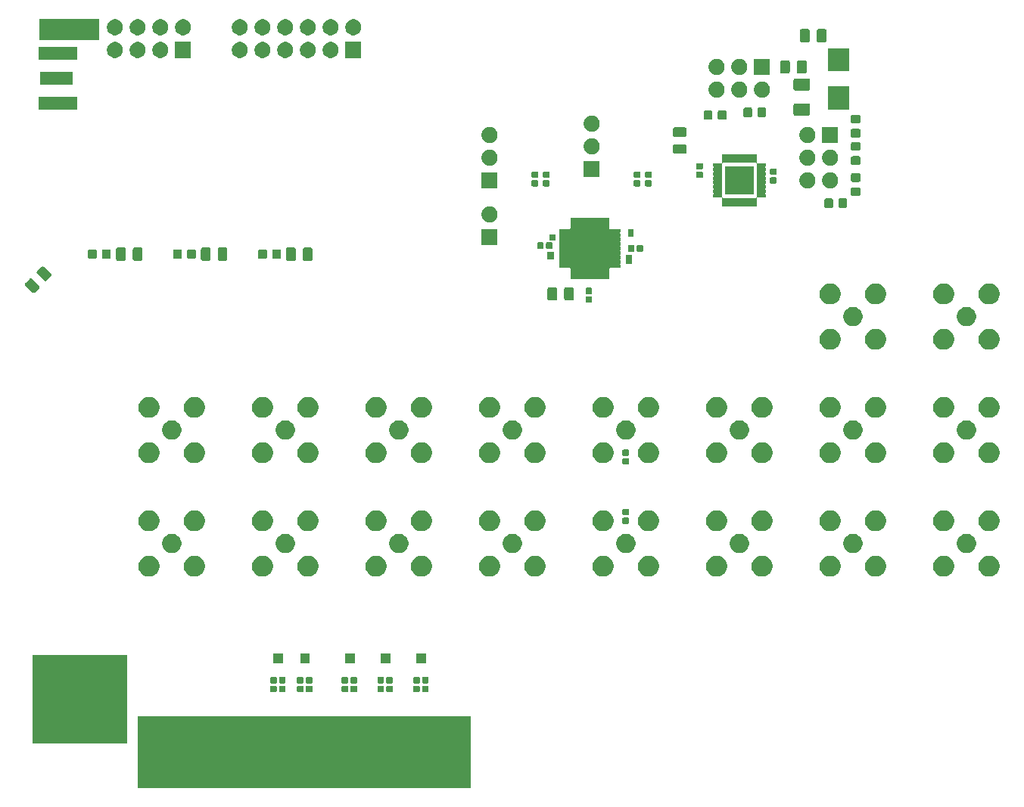
<source format=gbr>
%TF.GenerationSoftware,KiCad,Pcbnew,5.1.5*%
%TF.CreationDate,2020-03-19T15:27:56+01:00*%
%TF.ProjectId,PCIe-Adapter,50434965-2d41-4646-9170-7465722e6b69,rev?*%
%TF.SameCoordinates,Original*%
%TF.FileFunction,Soldermask,Bot*%
%TF.FilePolarity,Negative*%
%FSLAX46Y46*%
G04 Gerber Fmt 4.6, Leading zero omitted, Abs format (unit mm)*
G04 Created by KiCad (PCBNEW 5.1.5) date 2020-03-19 15:27:56*
%MOMM*%
%LPD*%
G04 APERTURE LIST*
%ADD10C,0.100000*%
G04 APERTURE END LIST*
D10*
G36*
X167957500Y-133985000D02*
G01*
X130810000Y-133985000D01*
X130810000Y-126047500D01*
X167957500Y-126047500D01*
X167957500Y-133985000D01*
G37*
X167957500Y-133985000D02*
X130810000Y-133985000D01*
X130810000Y-126047500D01*
X167957500Y-126047500D01*
X167957500Y-133985000D01*
G36*
X129550000Y-129000000D02*
G01*
X119050000Y-129000000D01*
X119050000Y-119200000D01*
X129550000Y-119200000D01*
X129550000Y-129000000D01*
G37*
X129550000Y-129000000D02*
X119050000Y-129000000D01*
X119050000Y-119200000D01*
X129550000Y-119200000D01*
X129550000Y-129000000D01*
G36*
X186182000Y-72263000D02*
G01*
X185674000Y-72263000D01*
X185674000Y-71501000D01*
X186182000Y-71501000D01*
X186182000Y-72263000D01*
G37*
X186182000Y-72263000D02*
X185674000Y-72263000D01*
X185674000Y-71501000D01*
X186182000Y-71501000D01*
X186182000Y-72263000D01*
G36*
X186055000Y-75311000D02*
G01*
X185420000Y-75311000D01*
X185420000Y-74422000D01*
X186055000Y-74422000D01*
X186055000Y-75311000D01*
G37*
X186055000Y-75311000D02*
X185420000Y-75311000D01*
X185420000Y-74422000D01*
X186055000Y-74422000D01*
X186055000Y-75311000D01*
G36*
X177292000Y-74803000D02*
G01*
X176657000Y-74803000D01*
X176657000Y-74041000D01*
X177292000Y-74041000D01*
X177292000Y-74803000D01*
G37*
X177292000Y-74803000D02*
X176657000Y-74803000D01*
X176657000Y-74041000D01*
X177292000Y-74041000D01*
X177292000Y-74803000D01*
G36*
X177482500Y-72707500D02*
G01*
X176847500Y-72707500D01*
X176847500Y-72072500D01*
X177482500Y-72072500D01*
X177482500Y-72707500D01*
G37*
X177482500Y-72707500D02*
X176847500Y-72707500D01*
X176847500Y-72072500D01*
X177482500Y-72072500D01*
X177482500Y-72707500D01*
G36*
X126447500Y-50215000D02*
G01*
X119780000Y-50215000D01*
X119780000Y-47992500D01*
X126447500Y-47992500D01*
X126447500Y-50215000D01*
G37*
X126447500Y-50215000D02*
X119780000Y-50215000D01*
X119780000Y-47992500D01*
X126447500Y-47992500D01*
X126447500Y-50215000D01*
G36*
X147000000Y-120000000D02*
G01*
X146000000Y-120000000D01*
X146000000Y-119000000D01*
X147000000Y-119000000D01*
X147000000Y-120000000D01*
G37*
X147000000Y-120000000D02*
X146000000Y-120000000D01*
X146000000Y-119000000D01*
X147000000Y-119000000D01*
X147000000Y-120000000D01*
G36*
X150000000Y-120000000D02*
G01*
X149000000Y-120000000D01*
X149000000Y-119000000D01*
X150000000Y-119000000D01*
X150000000Y-120000000D01*
G37*
X150000000Y-120000000D02*
X149000000Y-120000000D01*
X149000000Y-119000000D01*
X150000000Y-119000000D01*
X150000000Y-120000000D01*
G36*
X155000000Y-120000000D02*
G01*
X154000000Y-120000000D01*
X154000000Y-119000000D01*
X155000000Y-119000000D01*
X155000000Y-120000000D01*
G37*
X155000000Y-120000000D02*
X154000000Y-120000000D01*
X154000000Y-119000000D01*
X155000000Y-119000000D01*
X155000000Y-120000000D01*
G36*
X159000000Y-120000000D02*
G01*
X158000000Y-120000000D01*
X158000000Y-119000000D01*
X159000000Y-119000000D01*
X159000000Y-120000000D01*
G37*
X159000000Y-120000000D02*
X158000000Y-120000000D01*
X158000000Y-119000000D01*
X159000000Y-119000000D01*
X159000000Y-120000000D01*
G36*
X163000000Y-120000000D02*
G01*
X162000000Y-120000000D01*
X162000000Y-119000000D01*
X163000000Y-119000000D01*
X163000000Y-120000000D01*
G37*
X163000000Y-120000000D02*
X162000000Y-120000000D01*
X162000000Y-119000000D01*
X163000000Y-119000000D01*
X163000000Y-120000000D01*
G36*
X165401000Y-130661000D02*
G01*
X144599000Y-130661000D01*
X144599000Y-126259000D01*
X165401000Y-126259000D01*
X165401000Y-130661000D01*
G37*
G36*
X142401000Y-130661000D02*
G01*
X132599000Y-130661000D01*
X132599000Y-129685999D01*
X132596598Y-129661613D01*
X132589485Y-129638164D01*
X132577934Y-129616553D01*
X132562389Y-129597611D01*
X132543447Y-129582066D01*
X132521836Y-129570515D01*
X132498387Y-129563402D01*
X132474001Y-129561000D01*
X131599000Y-129561000D01*
X131599000Y-126259000D01*
X142401000Y-126259000D01*
X142401000Y-130661000D01*
G37*
G36*
X146281938Y-122626716D02*
G01*
X146302557Y-122632971D01*
X146321553Y-122643124D01*
X146338208Y-122656792D01*
X146351876Y-122673447D01*
X146362029Y-122692443D01*
X146368284Y-122713062D01*
X146371000Y-122740640D01*
X146371000Y-123199360D01*
X146368284Y-123226938D01*
X146362029Y-123247557D01*
X146351876Y-123266553D01*
X146338208Y-123283208D01*
X146321553Y-123296876D01*
X146302557Y-123307029D01*
X146281938Y-123313284D01*
X146254360Y-123316000D01*
X145745640Y-123316000D01*
X145718062Y-123313284D01*
X145697443Y-123307029D01*
X145678447Y-123296876D01*
X145661792Y-123283208D01*
X145648124Y-123266553D01*
X145637971Y-123247557D01*
X145631716Y-123226938D01*
X145629000Y-123199360D01*
X145629000Y-122740640D01*
X145631716Y-122713062D01*
X145637971Y-122692443D01*
X145648124Y-122673447D01*
X145661792Y-122656792D01*
X145678447Y-122643124D01*
X145697443Y-122632971D01*
X145718062Y-122626716D01*
X145745640Y-122624000D01*
X146254360Y-122624000D01*
X146281938Y-122626716D01*
G37*
G36*
X147281938Y-122626716D02*
G01*
X147302557Y-122632971D01*
X147321553Y-122643124D01*
X147338208Y-122656792D01*
X147351876Y-122673447D01*
X147362029Y-122692443D01*
X147368284Y-122713062D01*
X147371000Y-122740640D01*
X147371000Y-123199360D01*
X147368284Y-123226938D01*
X147362029Y-123247557D01*
X147351876Y-123266553D01*
X147338208Y-123283208D01*
X147321553Y-123296876D01*
X147302557Y-123307029D01*
X147281938Y-123313284D01*
X147254360Y-123316000D01*
X146745640Y-123316000D01*
X146718062Y-123313284D01*
X146697443Y-123307029D01*
X146678447Y-123296876D01*
X146661792Y-123283208D01*
X146648124Y-123266553D01*
X146637971Y-123247557D01*
X146631716Y-123226938D01*
X146629000Y-123199360D01*
X146629000Y-122740640D01*
X146631716Y-122713062D01*
X146637971Y-122692443D01*
X146648124Y-122673447D01*
X146661792Y-122656792D01*
X146678447Y-122643124D01*
X146697443Y-122632971D01*
X146718062Y-122626716D01*
X146745640Y-122624000D01*
X147254360Y-122624000D01*
X147281938Y-122626716D01*
G37*
G36*
X149281938Y-122626716D02*
G01*
X149302557Y-122632971D01*
X149321553Y-122643124D01*
X149338208Y-122656792D01*
X149351876Y-122673447D01*
X149362029Y-122692443D01*
X149368284Y-122713062D01*
X149371000Y-122740640D01*
X149371000Y-123199360D01*
X149368284Y-123226938D01*
X149362029Y-123247557D01*
X149351876Y-123266553D01*
X149338208Y-123283208D01*
X149321553Y-123296876D01*
X149302557Y-123307029D01*
X149281938Y-123313284D01*
X149254360Y-123316000D01*
X148745640Y-123316000D01*
X148718062Y-123313284D01*
X148697443Y-123307029D01*
X148678447Y-123296876D01*
X148661792Y-123283208D01*
X148648124Y-123266553D01*
X148637971Y-123247557D01*
X148631716Y-123226938D01*
X148629000Y-123199360D01*
X148629000Y-122740640D01*
X148631716Y-122713062D01*
X148637971Y-122692443D01*
X148648124Y-122673447D01*
X148661792Y-122656792D01*
X148678447Y-122643124D01*
X148697443Y-122632971D01*
X148718062Y-122626716D01*
X148745640Y-122624000D01*
X149254360Y-122624000D01*
X149281938Y-122626716D01*
G37*
G36*
X150281938Y-122626716D02*
G01*
X150302557Y-122632971D01*
X150321553Y-122643124D01*
X150338208Y-122656792D01*
X150351876Y-122673447D01*
X150362029Y-122692443D01*
X150368284Y-122713062D01*
X150371000Y-122740640D01*
X150371000Y-123199360D01*
X150368284Y-123226938D01*
X150362029Y-123247557D01*
X150351876Y-123266553D01*
X150338208Y-123283208D01*
X150321553Y-123296876D01*
X150302557Y-123307029D01*
X150281938Y-123313284D01*
X150254360Y-123316000D01*
X149745640Y-123316000D01*
X149718062Y-123313284D01*
X149697443Y-123307029D01*
X149678447Y-123296876D01*
X149661792Y-123283208D01*
X149648124Y-123266553D01*
X149637971Y-123247557D01*
X149631716Y-123226938D01*
X149629000Y-123199360D01*
X149629000Y-122740640D01*
X149631716Y-122713062D01*
X149637971Y-122692443D01*
X149648124Y-122673447D01*
X149661792Y-122656792D01*
X149678447Y-122643124D01*
X149697443Y-122632971D01*
X149718062Y-122626716D01*
X149745640Y-122624000D01*
X150254360Y-122624000D01*
X150281938Y-122626716D01*
G37*
G36*
X154281938Y-122626716D02*
G01*
X154302557Y-122632971D01*
X154321553Y-122643124D01*
X154338208Y-122656792D01*
X154351876Y-122673447D01*
X154362029Y-122692443D01*
X154368284Y-122713062D01*
X154371000Y-122740640D01*
X154371000Y-123199360D01*
X154368284Y-123226938D01*
X154362029Y-123247557D01*
X154351876Y-123266553D01*
X154338208Y-123283208D01*
X154321553Y-123296876D01*
X154302557Y-123307029D01*
X154281938Y-123313284D01*
X154254360Y-123316000D01*
X153745640Y-123316000D01*
X153718062Y-123313284D01*
X153697443Y-123307029D01*
X153678447Y-123296876D01*
X153661792Y-123283208D01*
X153648124Y-123266553D01*
X153637971Y-123247557D01*
X153631716Y-123226938D01*
X153629000Y-123199360D01*
X153629000Y-122740640D01*
X153631716Y-122713062D01*
X153637971Y-122692443D01*
X153648124Y-122673447D01*
X153661792Y-122656792D01*
X153678447Y-122643124D01*
X153697443Y-122632971D01*
X153718062Y-122626716D01*
X153745640Y-122624000D01*
X154254360Y-122624000D01*
X154281938Y-122626716D01*
G37*
G36*
X155281938Y-122626716D02*
G01*
X155302557Y-122632971D01*
X155321553Y-122643124D01*
X155338208Y-122656792D01*
X155351876Y-122673447D01*
X155362029Y-122692443D01*
X155368284Y-122713062D01*
X155371000Y-122740640D01*
X155371000Y-123199360D01*
X155368284Y-123226938D01*
X155362029Y-123247557D01*
X155351876Y-123266553D01*
X155338208Y-123283208D01*
X155321553Y-123296876D01*
X155302557Y-123307029D01*
X155281938Y-123313284D01*
X155254360Y-123316000D01*
X154745640Y-123316000D01*
X154718062Y-123313284D01*
X154697443Y-123307029D01*
X154678447Y-123296876D01*
X154661792Y-123283208D01*
X154648124Y-123266553D01*
X154637971Y-123247557D01*
X154631716Y-123226938D01*
X154629000Y-123199360D01*
X154629000Y-122740640D01*
X154631716Y-122713062D01*
X154637971Y-122692443D01*
X154648124Y-122673447D01*
X154661792Y-122656792D01*
X154678447Y-122643124D01*
X154697443Y-122632971D01*
X154718062Y-122626716D01*
X154745640Y-122624000D01*
X155254360Y-122624000D01*
X155281938Y-122626716D01*
G37*
G36*
X158281938Y-122626716D02*
G01*
X158302557Y-122632971D01*
X158321553Y-122643124D01*
X158338208Y-122656792D01*
X158351876Y-122673447D01*
X158362029Y-122692443D01*
X158368284Y-122713062D01*
X158371000Y-122740640D01*
X158371000Y-123199360D01*
X158368284Y-123226938D01*
X158362029Y-123247557D01*
X158351876Y-123266553D01*
X158338208Y-123283208D01*
X158321553Y-123296876D01*
X158302557Y-123307029D01*
X158281938Y-123313284D01*
X158254360Y-123316000D01*
X157745640Y-123316000D01*
X157718062Y-123313284D01*
X157697443Y-123307029D01*
X157678447Y-123296876D01*
X157661792Y-123283208D01*
X157648124Y-123266553D01*
X157637971Y-123247557D01*
X157631716Y-123226938D01*
X157629000Y-123199360D01*
X157629000Y-122740640D01*
X157631716Y-122713062D01*
X157637971Y-122692443D01*
X157648124Y-122673447D01*
X157661792Y-122656792D01*
X157678447Y-122643124D01*
X157697443Y-122632971D01*
X157718062Y-122626716D01*
X157745640Y-122624000D01*
X158254360Y-122624000D01*
X158281938Y-122626716D01*
G37*
G36*
X163281938Y-122626716D02*
G01*
X163302557Y-122632971D01*
X163321553Y-122643124D01*
X163338208Y-122656792D01*
X163351876Y-122673447D01*
X163362029Y-122692443D01*
X163368284Y-122713062D01*
X163371000Y-122740640D01*
X163371000Y-123199360D01*
X163368284Y-123226938D01*
X163362029Y-123247557D01*
X163351876Y-123266553D01*
X163338208Y-123283208D01*
X163321553Y-123296876D01*
X163302557Y-123307029D01*
X163281938Y-123313284D01*
X163254360Y-123316000D01*
X162745640Y-123316000D01*
X162718062Y-123313284D01*
X162697443Y-123307029D01*
X162678447Y-123296876D01*
X162661792Y-123283208D01*
X162648124Y-123266553D01*
X162637971Y-123247557D01*
X162631716Y-123226938D01*
X162629000Y-123199360D01*
X162629000Y-122740640D01*
X162631716Y-122713062D01*
X162637971Y-122692443D01*
X162648124Y-122673447D01*
X162661792Y-122656792D01*
X162678447Y-122643124D01*
X162697443Y-122632971D01*
X162718062Y-122626716D01*
X162745640Y-122624000D01*
X163254360Y-122624000D01*
X163281938Y-122626716D01*
G37*
G36*
X159281938Y-122626716D02*
G01*
X159302557Y-122632971D01*
X159321553Y-122643124D01*
X159338208Y-122656792D01*
X159351876Y-122673447D01*
X159362029Y-122692443D01*
X159368284Y-122713062D01*
X159371000Y-122740640D01*
X159371000Y-123199360D01*
X159368284Y-123226938D01*
X159362029Y-123247557D01*
X159351876Y-123266553D01*
X159338208Y-123283208D01*
X159321553Y-123296876D01*
X159302557Y-123307029D01*
X159281938Y-123313284D01*
X159254360Y-123316000D01*
X158745640Y-123316000D01*
X158718062Y-123313284D01*
X158697443Y-123307029D01*
X158678447Y-123296876D01*
X158661792Y-123283208D01*
X158648124Y-123266553D01*
X158637971Y-123247557D01*
X158631716Y-123226938D01*
X158629000Y-123199360D01*
X158629000Y-122740640D01*
X158631716Y-122713062D01*
X158637971Y-122692443D01*
X158648124Y-122673447D01*
X158661792Y-122656792D01*
X158678447Y-122643124D01*
X158697443Y-122632971D01*
X158718062Y-122626716D01*
X158745640Y-122624000D01*
X159254360Y-122624000D01*
X159281938Y-122626716D01*
G37*
G36*
X162281938Y-122626716D02*
G01*
X162302557Y-122632971D01*
X162321553Y-122643124D01*
X162338208Y-122656792D01*
X162351876Y-122673447D01*
X162362029Y-122692443D01*
X162368284Y-122713062D01*
X162371000Y-122740640D01*
X162371000Y-123199360D01*
X162368284Y-123226938D01*
X162362029Y-123247557D01*
X162351876Y-123266553D01*
X162338208Y-123283208D01*
X162321553Y-123296876D01*
X162302557Y-123307029D01*
X162281938Y-123313284D01*
X162254360Y-123316000D01*
X161745640Y-123316000D01*
X161718062Y-123313284D01*
X161697443Y-123307029D01*
X161678447Y-123296876D01*
X161661792Y-123283208D01*
X161648124Y-123266553D01*
X161637971Y-123247557D01*
X161631716Y-123226938D01*
X161629000Y-123199360D01*
X161629000Y-122740640D01*
X161631716Y-122713062D01*
X161637971Y-122692443D01*
X161648124Y-122673447D01*
X161661792Y-122656792D01*
X161678447Y-122643124D01*
X161697443Y-122632971D01*
X161718062Y-122626716D01*
X161745640Y-122624000D01*
X162254360Y-122624000D01*
X162281938Y-122626716D01*
G37*
G36*
X155281938Y-121656716D02*
G01*
X155302557Y-121662971D01*
X155321553Y-121673124D01*
X155338208Y-121686792D01*
X155351876Y-121703447D01*
X155362029Y-121722443D01*
X155368284Y-121743062D01*
X155371000Y-121770640D01*
X155371000Y-122229360D01*
X155368284Y-122256938D01*
X155362029Y-122277557D01*
X155351876Y-122296553D01*
X155338208Y-122313208D01*
X155321553Y-122326876D01*
X155302557Y-122337029D01*
X155281938Y-122343284D01*
X155254360Y-122346000D01*
X154745640Y-122346000D01*
X154718062Y-122343284D01*
X154697443Y-122337029D01*
X154678447Y-122326876D01*
X154661792Y-122313208D01*
X154648124Y-122296553D01*
X154637971Y-122277557D01*
X154631716Y-122256938D01*
X154629000Y-122229360D01*
X154629000Y-121770640D01*
X154631716Y-121743062D01*
X154637971Y-121722443D01*
X154648124Y-121703447D01*
X154661792Y-121686792D01*
X154678447Y-121673124D01*
X154697443Y-121662971D01*
X154718062Y-121656716D01*
X154745640Y-121654000D01*
X155254360Y-121654000D01*
X155281938Y-121656716D01*
G37*
G36*
X146281938Y-121656716D02*
G01*
X146302557Y-121662971D01*
X146321553Y-121673124D01*
X146338208Y-121686792D01*
X146351876Y-121703447D01*
X146362029Y-121722443D01*
X146368284Y-121743062D01*
X146371000Y-121770640D01*
X146371000Y-122229360D01*
X146368284Y-122256938D01*
X146362029Y-122277557D01*
X146351876Y-122296553D01*
X146338208Y-122313208D01*
X146321553Y-122326876D01*
X146302557Y-122337029D01*
X146281938Y-122343284D01*
X146254360Y-122346000D01*
X145745640Y-122346000D01*
X145718062Y-122343284D01*
X145697443Y-122337029D01*
X145678447Y-122326876D01*
X145661792Y-122313208D01*
X145648124Y-122296553D01*
X145637971Y-122277557D01*
X145631716Y-122256938D01*
X145629000Y-122229360D01*
X145629000Y-121770640D01*
X145631716Y-121743062D01*
X145637971Y-121722443D01*
X145648124Y-121703447D01*
X145661792Y-121686792D01*
X145678447Y-121673124D01*
X145697443Y-121662971D01*
X145718062Y-121656716D01*
X145745640Y-121654000D01*
X146254360Y-121654000D01*
X146281938Y-121656716D01*
G37*
G36*
X147281938Y-121656716D02*
G01*
X147302557Y-121662971D01*
X147321553Y-121673124D01*
X147338208Y-121686792D01*
X147351876Y-121703447D01*
X147362029Y-121722443D01*
X147368284Y-121743062D01*
X147371000Y-121770640D01*
X147371000Y-122229360D01*
X147368284Y-122256938D01*
X147362029Y-122277557D01*
X147351876Y-122296553D01*
X147338208Y-122313208D01*
X147321553Y-122326876D01*
X147302557Y-122337029D01*
X147281938Y-122343284D01*
X147254360Y-122346000D01*
X146745640Y-122346000D01*
X146718062Y-122343284D01*
X146697443Y-122337029D01*
X146678447Y-122326876D01*
X146661792Y-122313208D01*
X146648124Y-122296553D01*
X146637971Y-122277557D01*
X146631716Y-122256938D01*
X146629000Y-122229360D01*
X146629000Y-121770640D01*
X146631716Y-121743062D01*
X146637971Y-121722443D01*
X146648124Y-121703447D01*
X146661792Y-121686792D01*
X146678447Y-121673124D01*
X146697443Y-121662971D01*
X146718062Y-121656716D01*
X146745640Y-121654000D01*
X147254360Y-121654000D01*
X147281938Y-121656716D01*
G37*
G36*
X149281938Y-121656716D02*
G01*
X149302557Y-121662971D01*
X149321553Y-121673124D01*
X149338208Y-121686792D01*
X149351876Y-121703447D01*
X149362029Y-121722443D01*
X149368284Y-121743062D01*
X149371000Y-121770640D01*
X149371000Y-122229360D01*
X149368284Y-122256938D01*
X149362029Y-122277557D01*
X149351876Y-122296553D01*
X149338208Y-122313208D01*
X149321553Y-122326876D01*
X149302557Y-122337029D01*
X149281938Y-122343284D01*
X149254360Y-122346000D01*
X148745640Y-122346000D01*
X148718062Y-122343284D01*
X148697443Y-122337029D01*
X148678447Y-122326876D01*
X148661792Y-122313208D01*
X148648124Y-122296553D01*
X148637971Y-122277557D01*
X148631716Y-122256938D01*
X148629000Y-122229360D01*
X148629000Y-121770640D01*
X148631716Y-121743062D01*
X148637971Y-121722443D01*
X148648124Y-121703447D01*
X148661792Y-121686792D01*
X148678447Y-121673124D01*
X148697443Y-121662971D01*
X148718062Y-121656716D01*
X148745640Y-121654000D01*
X149254360Y-121654000D01*
X149281938Y-121656716D01*
G37*
G36*
X154281938Y-121656716D02*
G01*
X154302557Y-121662971D01*
X154321553Y-121673124D01*
X154338208Y-121686792D01*
X154351876Y-121703447D01*
X154362029Y-121722443D01*
X154368284Y-121743062D01*
X154371000Y-121770640D01*
X154371000Y-122229360D01*
X154368284Y-122256938D01*
X154362029Y-122277557D01*
X154351876Y-122296553D01*
X154338208Y-122313208D01*
X154321553Y-122326876D01*
X154302557Y-122337029D01*
X154281938Y-122343284D01*
X154254360Y-122346000D01*
X153745640Y-122346000D01*
X153718062Y-122343284D01*
X153697443Y-122337029D01*
X153678447Y-122326876D01*
X153661792Y-122313208D01*
X153648124Y-122296553D01*
X153637971Y-122277557D01*
X153631716Y-122256938D01*
X153629000Y-122229360D01*
X153629000Y-121770640D01*
X153631716Y-121743062D01*
X153637971Y-121722443D01*
X153648124Y-121703447D01*
X153661792Y-121686792D01*
X153678447Y-121673124D01*
X153697443Y-121662971D01*
X153718062Y-121656716D01*
X153745640Y-121654000D01*
X154254360Y-121654000D01*
X154281938Y-121656716D01*
G37*
G36*
X158281938Y-121656716D02*
G01*
X158302557Y-121662971D01*
X158321553Y-121673124D01*
X158338208Y-121686792D01*
X158351876Y-121703447D01*
X158362029Y-121722443D01*
X158368284Y-121743062D01*
X158371000Y-121770640D01*
X158371000Y-122229360D01*
X158368284Y-122256938D01*
X158362029Y-122277557D01*
X158351876Y-122296553D01*
X158338208Y-122313208D01*
X158321553Y-122326876D01*
X158302557Y-122337029D01*
X158281938Y-122343284D01*
X158254360Y-122346000D01*
X157745640Y-122346000D01*
X157718062Y-122343284D01*
X157697443Y-122337029D01*
X157678447Y-122326876D01*
X157661792Y-122313208D01*
X157648124Y-122296553D01*
X157637971Y-122277557D01*
X157631716Y-122256938D01*
X157629000Y-122229360D01*
X157629000Y-121770640D01*
X157631716Y-121743062D01*
X157637971Y-121722443D01*
X157648124Y-121703447D01*
X157661792Y-121686792D01*
X157678447Y-121673124D01*
X157697443Y-121662971D01*
X157718062Y-121656716D01*
X157745640Y-121654000D01*
X158254360Y-121654000D01*
X158281938Y-121656716D01*
G37*
G36*
X159281938Y-121656716D02*
G01*
X159302557Y-121662971D01*
X159321553Y-121673124D01*
X159338208Y-121686792D01*
X159351876Y-121703447D01*
X159362029Y-121722443D01*
X159368284Y-121743062D01*
X159371000Y-121770640D01*
X159371000Y-122229360D01*
X159368284Y-122256938D01*
X159362029Y-122277557D01*
X159351876Y-122296553D01*
X159338208Y-122313208D01*
X159321553Y-122326876D01*
X159302557Y-122337029D01*
X159281938Y-122343284D01*
X159254360Y-122346000D01*
X158745640Y-122346000D01*
X158718062Y-122343284D01*
X158697443Y-122337029D01*
X158678447Y-122326876D01*
X158661792Y-122313208D01*
X158648124Y-122296553D01*
X158637971Y-122277557D01*
X158631716Y-122256938D01*
X158629000Y-122229360D01*
X158629000Y-121770640D01*
X158631716Y-121743062D01*
X158637971Y-121722443D01*
X158648124Y-121703447D01*
X158661792Y-121686792D01*
X158678447Y-121673124D01*
X158697443Y-121662971D01*
X158718062Y-121656716D01*
X158745640Y-121654000D01*
X159254360Y-121654000D01*
X159281938Y-121656716D01*
G37*
G36*
X162281938Y-121656716D02*
G01*
X162302557Y-121662971D01*
X162321553Y-121673124D01*
X162338208Y-121686792D01*
X162351876Y-121703447D01*
X162362029Y-121722443D01*
X162368284Y-121743062D01*
X162371000Y-121770640D01*
X162371000Y-122229360D01*
X162368284Y-122256938D01*
X162362029Y-122277557D01*
X162351876Y-122296553D01*
X162338208Y-122313208D01*
X162321553Y-122326876D01*
X162302557Y-122337029D01*
X162281938Y-122343284D01*
X162254360Y-122346000D01*
X161745640Y-122346000D01*
X161718062Y-122343284D01*
X161697443Y-122337029D01*
X161678447Y-122326876D01*
X161661792Y-122313208D01*
X161648124Y-122296553D01*
X161637971Y-122277557D01*
X161631716Y-122256938D01*
X161629000Y-122229360D01*
X161629000Y-121770640D01*
X161631716Y-121743062D01*
X161637971Y-121722443D01*
X161648124Y-121703447D01*
X161661792Y-121686792D01*
X161678447Y-121673124D01*
X161697443Y-121662971D01*
X161718062Y-121656716D01*
X161745640Y-121654000D01*
X162254360Y-121654000D01*
X162281938Y-121656716D01*
G37*
G36*
X163281938Y-121656716D02*
G01*
X163302557Y-121662971D01*
X163321553Y-121673124D01*
X163338208Y-121686792D01*
X163351876Y-121703447D01*
X163362029Y-121722443D01*
X163368284Y-121743062D01*
X163371000Y-121770640D01*
X163371000Y-122229360D01*
X163368284Y-122256938D01*
X163362029Y-122277557D01*
X163351876Y-122296553D01*
X163338208Y-122313208D01*
X163321553Y-122326876D01*
X163302557Y-122337029D01*
X163281938Y-122343284D01*
X163254360Y-122346000D01*
X162745640Y-122346000D01*
X162718062Y-122343284D01*
X162697443Y-122337029D01*
X162678447Y-122326876D01*
X162661792Y-122313208D01*
X162648124Y-122296553D01*
X162637971Y-122277557D01*
X162631716Y-122256938D01*
X162629000Y-122229360D01*
X162629000Y-121770640D01*
X162631716Y-121743062D01*
X162637971Y-121722443D01*
X162648124Y-121703447D01*
X162661792Y-121686792D01*
X162678447Y-121673124D01*
X162697443Y-121662971D01*
X162718062Y-121656716D01*
X162745640Y-121654000D01*
X163254360Y-121654000D01*
X163281938Y-121656716D01*
G37*
G36*
X150281938Y-121656716D02*
G01*
X150302557Y-121662971D01*
X150321553Y-121673124D01*
X150338208Y-121686792D01*
X150351876Y-121703447D01*
X150362029Y-121722443D01*
X150368284Y-121743062D01*
X150371000Y-121770640D01*
X150371000Y-122229360D01*
X150368284Y-122256938D01*
X150362029Y-122277557D01*
X150351876Y-122296553D01*
X150338208Y-122313208D01*
X150321553Y-122326876D01*
X150302557Y-122337029D01*
X150281938Y-122343284D01*
X150254360Y-122346000D01*
X149745640Y-122346000D01*
X149718062Y-122343284D01*
X149697443Y-122337029D01*
X149678447Y-122326876D01*
X149661792Y-122313208D01*
X149648124Y-122296553D01*
X149637971Y-122277557D01*
X149631716Y-122256938D01*
X149629000Y-122229360D01*
X149629000Y-121770640D01*
X149631716Y-121743062D01*
X149637971Y-121722443D01*
X149648124Y-121703447D01*
X149661792Y-121686792D01*
X149678447Y-121673124D01*
X149697443Y-121662971D01*
X149718062Y-121656716D01*
X149745640Y-121654000D01*
X150254360Y-121654000D01*
X150281938Y-121656716D01*
G37*
G36*
X150051560Y-108059064D02*
G01*
X150203027Y-108089193D01*
X150417045Y-108177842D01*
X150417046Y-108177843D01*
X150609654Y-108306539D01*
X150773461Y-108470346D01*
X150859258Y-108598751D01*
X150902158Y-108662955D01*
X150990807Y-108876973D01*
X151036000Y-109104174D01*
X151036000Y-109335826D01*
X150990807Y-109563027D01*
X150902158Y-109777045D01*
X150902157Y-109777046D01*
X150773461Y-109969654D01*
X150609654Y-110133461D01*
X150481249Y-110219258D01*
X150417045Y-110262158D01*
X150203027Y-110350807D01*
X150051560Y-110380936D01*
X149975827Y-110396000D01*
X149744173Y-110396000D01*
X149668440Y-110380936D01*
X149516973Y-110350807D01*
X149302955Y-110262158D01*
X149238751Y-110219258D01*
X149110346Y-110133461D01*
X148946539Y-109969654D01*
X148817843Y-109777046D01*
X148817842Y-109777045D01*
X148729193Y-109563027D01*
X148684000Y-109335826D01*
X148684000Y-109104174D01*
X148729193Y-108876973D01*
X148817842Y-108662955D01*
X148860742Y-108598751D01*
X148946539Y-108470346D01*
X149110346Y-108306539D01*
X149302954Y-108177843D01*
X149302955Y-108177842D01*
X149516973Y-108089193D01*
X149668440Y-108059064D01*
X149744173Y-108044000D01*
X149975827Y-108044000D01*
X150051560Y-108059064D01*
G37*
G36*
X162751560Y-108059064D02*
G01*
X162903027Y-108089193D01*
X163117045Y-108177842D01*
X163117046Y-108177843D01*
X163309654Y-108306539D01*
X163473461Y-108470346D01*
X163559258Y-108598751D01*
X163602158Y-108662955D01*
X163690807Y-108876973D01*
X163736000Y-109104174D01*
X163736000Y-109335826D01*
X163690807Y-109563027D01*
X163602158Y-109777045D01*
X163602157Y-109777046D01*
X163473461Y-109969654D01*
X163309654Y-110133461D01*
X163181249Y-110219258D01*
X163117045Y-110262158D01*
X162903027Y-110350807D01*
X162751560Y-110380936D01*
X162675827Y-110396000D01*
X162444173Y-110396000D01*
X162368440Y-110380936D01*
X162216973Y-110350807D01*
X162002955Y-110262158D01*
X161938751Y-110219258D01*
X161810346Y-110133461D01*
X161646539Y-109969654D01*
X161517843Y-109777046D01*
X161517842Y-109777045D01*
X161429193Y-109563027D01*
X161384000Y-109335826D01*
X161384000Y-109104174D01*
X161429193Y-108876973D01*
X161517842Y-108662955D01*
X161560742Y-108598751D01*
X161646539Y-108470346D01*
X161810346Y-108306539D01*
X162002954Y-108177843D01*
X162002955Y-108177842D01*
X162216973Y-108089193D01*
X162368440Y-108059064D01*
X162444173Y-108044000D01*
X162675827Y-108044000D01*
X162751560Y-108059064D01*
G37*
G36*
X132271560Y-108059064D02*
G01*
X132423027Y-108089193D01*
X132637045Y-108177842D01*
X132637046Y-108177843D01*
X132829654Y-108306539D01*
X132993461Y-108470346D01*
X133079258Y-108598751D01*
X133122158Y-108662955D01*
X133210807Y-108876973D01*
X133256000Y-109104174D01*
X133256000Y-109335826D01*
X133210807Y-109563027D01*
X133122158Y-109777045D01*
X133122157Y-109777046D01*
X132993461Y-109969654D01*
X132829654Y-110133461D01*
X132701249Y-110219258D01*
X132637045Y-110262158D01*
X132423027Y-110350807D01*
X132271560Y-110380936D01*
X132195827Y-110396000D01*
X131964173Y-110396000D01*
X131888440Y-110380936D01*
X131736973Y-110350807D01*
X131522955Y-110262158D01*
X131458751Y-110219258D01*
X131330346Y-110133461D01*
X131166539Y-109969654D01*
X131037843Y-109777046D01*
X131037842Y-109777045D01*
X130949193Y-109563027D01*
X130904000Y-109335826D01*
X130904000Y-109104174D01*
X130949193Y-108876973D01*
X131037842Y-108662955D01*
X131080742Y-108598751D01*
X131166539Y-108470346D01*
X131330346Y-108306539D01*
X131522954Y-108177843D01*
X131522955Y-108177842D01*
X131736973Y-108089193D01*
X131888440Y-108059064D01*
X131964173Y-108044000D01*
X132195827Y-108044000D01*
X132271560Y-108059064D01*
G37*
G36*
X137351560Y-108059064D02*
G01*
X137503027Y-108089193D01*
X137717045Y-108177842D01*
X137717046Y-108177843D01*
X137909654Y-108306539D01*
X138073461Y-108470346D01*
X138159258Y-108598751D01*
X138202158Y-108662955D01*
X138290807Y-108876973D01*
X138336000Y-109104174D01*
X138336000Y-109335826D01*
X138290807Y-109563027D01*
X138202158Y-109777045D01*
X138202157Y-109777046D01*
X138073461Y-109969654D01*
X137909654Y-110133461D01*
X137781249Y-110219258D01*
X137717045Y-110262158D01*
X137503027Y-110350807D01*
X137351560Y-110380936D01*
X137275827Y-110396000D01*
X137044173Y-110396000D01*
X136968440Y-110380936D01*
X136816973Y-110350807D01*
X136602955Y-110262158D01*
X136538751Y-110219258D01*
X136410346Y-110133461D01*
X136246539Y-109969654D01*
X136117843Y-109777046D01*
X136117842Y-109777045D01*
X136029193Y-109563027D01*
X135984000Y-109335826D01*
X135984000Y-109104174D01*
X136029193Y-108876973D01*
X136117842Y-108662955D01*
X136160742Y-108598751D01*
X136246539Y-108470346D01*
X136410346Y-108306539D01*
X136602954Y-108177843D01*
X136602955Y-108177842D01*
X136816973Y-108089193D01*
X136968440Y-108059064D01*
X137044173Y-108044000D01*
X137275827Y-108044000D01*
X137351560Y-108059064D01*
G37*
G36*
X144971560Y-108059064D02*
G01*
X145123027Y-108089193D01*
X145337045Y-108177842D01*
X145337046Y-108177843D01*
X145529654Y-108306539D01*
X145693461Y-108470346D01*
X145779258Y-108598751D01*
X145822158Y-108662955D01*
X145910807Y-108876973D01*
X145956000Y-109104174D01*
X145956000Y-109335826D01*
X145910807Y-109563027D01*
X145822158Y-109777045D01*
X145822157Y-109777046D01*
X145693461Y-109969654D01*
X145529654Y-110133461D01*
X145401249Y-110219258D01*
X145337045Y-110262158D01*
X145123027Y-110350807D01*
X144971560Y-110380936D01*
X144895827Y-110396000D01*
X144664173Y-110396000D01*
X144588440Y-110380936D01*
X144436973Y-110350807D01*
X144222955Y-110262158D01*
X144158751Y-110219258D01*
X144030346Y-110133461D01*
X143866539Y-109969654D01*
X143737843Y-109777046D01*
X143737842Y-109777045D01*
X143649193Y-109563027D01*
X143604000Y-109335826D01*
X143604000Y-109104174D01*
X143649193Y-108876973D01*
X143737842Y-108662955D01*
X143780742Y-108598751D01*
X143866539Y-108470346D01*
X144030346Y-108306539D01*
X144222954Y-108177843D01*
X144222955Y-108177842D01*
X144436973Y-108089193D01*
X144588440Y-108059064D01*
X144664173Y-108044000D01*
X144895827Y-108044000D01*
X144971560Y-108059064D01*
G37*
G36*
X157671560Y-108059064D02*
G01*
X157823027Y-108089193D01*
X158037045Y-108177842D01*
X158037046Y-108177843D01*
X158229654Y-108306539D01*
X158393461Y-108470346D01*
X158479258Y-108598751D01*
X158522158Y-108662955D01*
X158610807Y-108876973D01*
X158656000Y-109104174D01*
X158656000Y-109335826D01*
X158610807Y-109563027D01*
X158522158Y-109777045D01*
X158522157Y-109777046D01*
X158393461Y-109969654D01*
X158229654Y-110133461D01*
X158101249Y-110219258D01*
X158037045Y-110262158D01*
X157823027Y-110350807D01*
X157671560Y-110380936D01*
X157595827Y-110396000D01*
X157364173Y-110396000D01*
X157288440Y-110380936D01*
X157136973Y-110350807D01*
X156922955Y-110262158D01*
X156858751Y-110219258D01*
X156730346Y-110133461D01*
X156566539Y-109969654D01*
X156437843Y-109777046D01*
X156437842Y-109777045D01*
X156349193Y-109563027D01*
X156304000Y-109335826D01*
X156304000Y-109104174D01*
X156349193Y-108876973D01*
X156437842Y-108662955D01*
X156480742Y-108598751D01*
X156566539Y-108470346D01*
X156730346Y-108306539D01*
X156922954Y-108177843D01*
X156922955Y-108177842D01*
X157136973Y-108089193D01*
X157288440Y-108059064D01*
X157364173Y-108044000D01*
X157595827Y-108044000D01*
X157671560Y-108059064D01*
G37*
G36*
X170371560Y-108059064D02*
G01*
X170523027Y-108089193D01*
X170737045Y-108177842D01*
X170737046Y-108177843D01*
X170929654Y-108306539D01*
X171093461Y-108470346D01*
X171179258Y-108598751D01*
X171222158Y-108662955D01*
X171310807Y-108876973D01*
X171356000Y-109104174D01*
X171356000Y-109335826D01*
X171310807Y-109563027D01*
X171222158Y-109777045D01*
X171222157Y-109777046D01*
X171093461Y-109969654D01*
X170929654Y-110133461D01*
X170801249Y-110219258D01*
X170737045Y-110262158D01*
X170523027Y-110350807D01*
X170371560Y-110380936D01*
X170295827Y-110396000D01*
X170064173Y-110396000D01*
X169988440Y-110380936D01*
X169836973Y-110350807D01*
X169622955Y-110262158D01*
X169558751Y-110219258D01*
X169430346Y-110133461D01*
X169266539Y-109969654D01*
X169137843Y-109777046D01*
X169137842Y-109777045D01*
X169049193Y-109563027D01*
X169004000Y-109335826D01*
X169004000Y-109104174D01*
X169049193Y-108876973D01*
X169137842Y-108662955D01*
X169180742Y-108598751D01*
X169266539Y-108470346D01*
X169430346Y-108306539D01*
X169622954Y-108177843D01*
X169622955Y-108177842D01*
X169836973Y-108089193D01*
X169988440Y-108059064D01*
X170064173Y-108044000D01*
X170295827Y-108044000D01*
X170371560Y-108059064D01*
G37*
G36*
X183071560Y-108059064D02*
G01*
X183223027Y-108089193D01*
X183437045Y-108177842D01*
X183437046Y-108177843D01*
X183629654Y-108306539D01*
X183793461Y-108470346D01*
X183879258Y-108598751D01*
X183922158Y-108662955D01*
X184010807Y-108876973D01*
X184056000Y-109104174D01*
X184056000Y-109335826D01*
X184010807Y-109563027D01*
X183922158Y-109777045D01*
X183922157Y-109777046D01*
X183793461Y-109969654D01*
X183629654Y-110133461D01*
X183501249Y-110219258D01*
X183437045Y-110262158D01*
X183223027Y-110350807D01*
X183071560Y-110380936D01*
X182995827Y-110396000D01*
X182764173Y-110396000D01*
X182688440Y-110380936D01*
X182536973Y-110350807D01*
X182322955Y-110262158D01*
X182258751Y-110219258D01*
X182130346Y-110133461D01*
X181966539Y-109969654D01*
X181837843Y-109777046D01*
X181837842Y-109777045D01*
X181749193Y-109563027D01*
X181704000Y-109335826D01*
X181704000Y-109104174D01*
X181749193Y-108876973D01*
X181837842Y-108662955D01*
X181880742Y-108598751D01*
X181966539Y-108470346D01*
X182130346Y-108306539D01*
X182322954Y-108177843D01*
X182322955Y-108177842D01*
X182536973Y-108089193D01*
X182688440Y-108059064D01*
X182764173Y-108044000D01*
X182995827Y-108044000D01*
X183071560Y-108059064D01*
G37*
G36*
X195771560Y-108059064D02*
G01*
X195923027Y-108089193D01*
X196137045Y-108177842D01*
X196137046Y-108177843D01*
X196329654Y-108306539D01*
X196493461Y-108470346D01*
X196579258Y-108598751D01*
X196622158Y-108662955D01*
X196710807Y-108876973D01*
X196756000Y-109104174D01*
X196756000Y-109335826D01*
X196710807Y-109563027D01*
X196622158Y-109777045D01*
X196622157Y-109777046D01*
X196493461Y-109969654D01*
X196329654Y-110133461D01*
X196201249Y-110219258D01*
X196137045Y-110262158D01*
X195923027Y-110350807D01*
X195771560Y-110380936D01*
X195695827Y-110396000D01*
X195464173Y-110396000D01*
X195388440Y-110380936D01*
X195236973Y-110350807D01*
X195022955Y-110262158D01*
X194958751Y-110219258D01*
X194830346Y-110133461D01*
X194666539Y-109969654D01*
X194537843Y-109777046D01*
X194537842Y-109777045D01*
X194449193Y-109563027D01*
X194404000Y-109335826D01*
X194404000Y-109104174D01*
X194449193Y-108876973D01*
X194537842Y-108662955D01*
X194580742Y-108598751D01*
X194666539Y-108470346D01*
X194830346Y-108306539D01*
X195022954Y-108177843D01*
X195022955Y-108177842D01*
X195236973Y-108089193D01*
X195388440Y-108059064D01*
X195464173Y-108044000D01*
X195695827Y-108044000D01*
X195771560Y-108059064D01*
G37*
G36*
X175451560Y-108059064D02*
G01*
X175603027Y-108089193D01*
X175817045Y-108177842D01*
X175817046Y-108177843D01*
X176009654Y-108306539D01*
X176173461Y-108470346D01*
X176259258Y-108598751D01*
X176302158Y-108662955D01*
X176390807Y-108876973D01*
X176436000Y-109104174D01*
X176436000Y-109335826D01*
X176390807Y-109563027D01*
X176302158Y-109777045D01*
X176302157Y-109777046D01*
X176173461Y-109969654D01*
X176009654Y-110133461D01*
X175881249Y-110219258D01*
X175817045Y-110262158D01*
X175603027Y-110350807D01*
X175451560Y-110380936D01*
X175375827Y-110396000D01*
X175144173Y-110396000D01*
X175068440Y-110380936D01*
X174916973Y-110350807D01*
X174702955Y-110262158D01*
X174638751Y-110219258D01*
X174510346Y-110133461D01*
X174346539Y-109969654D01*
X174217843Y-109777046D01*
X174217842Y-109777045D01*
X174129193Y-109563027D01*
X174084000Y-109335826D01*
X174084000Y-109104174D01*
X174129193Y-108876973D01*
X174217842Y-108662955D01*
X174260742Y-108598751D01*
X174346539Y-108470346D01*
X174510346Y-108306539D01*
X174702954Y-108177843D01*
X174702955Y-108177842D01*
X174916973Y-108089193D01*
X175068440Y-108059064D01*
X175144173Y-108044000D01*
X175375827Y-108044000D01*
X175451560Y-108059064D01*
G37*
G36*
X208471560Y-108059064D02*
G01*
X208623027Y-108089193D01*
X208837045Y-108177842D01*
X208837046Y-108177843D01*
X209029654Y-108306539D01*
X209193461Y-108470346D01*
X209279258Y-108598751D01*
X209322158Y-108662955D01*
X209410807Y-108876973D01*
X209456000Y-109104174D01*
X209456000Y-109335826D01*
X209410807Y-109563027D01*
X209322158Y-109777045D01*
X209322157Y-109777046D01*
X209193461Y-109969654D01*
X209029654Y-110133461D01*
X208901249Y-110219258D01*
X208837045Y-110262158D01*
X208623027Y-110350807D01*
X208471560Y-110380936D01*
X208395827Y-110396000D01*
X208164173Y-110396000D01*
X208088440Y-110380936D01*
X207936973Y-110350807D01*
X207722955Y-110262158D01*
X207658751Y-110219258D01*
X207530346Y-110133461D01*
X207366539Y-109969654D01*
X207237843Y-109777046D01*
X207237842Y-109777045D01*
X207149193Y-109563027D01*
X207104000Y-109335826D01*
X207104000Y-109104174D01*
X207149193Y-108876973D01*
X207237842Y-108662955D01*
X207280742Y-108598751D01*
X207366539Y-108470346D01*
X207530346Y-108306539D01*
X207722954Y-108177843D01*
X207722955Y-108177842D01*
X207936973Y-108089193D01*
X208088440Y-108059064D01*
X208164173Y-108044000D01*
X208395827Y-108044000D01*
X208471560Y-108059064D01*
G37*
G36*
X213551560Y-108059064D02*
G01*
X213703027Y-108089193D01*
X213917045Y-108177842D01*
X213917046Y-108177843D01*
X214109654Y-108306539D01*
X214273461Y-108470346D01*
X214359258Y-108598751D01*
X214402158Y-108662955D01*
X214490807Y-108876973D01*
X214536000Y-109104174D01*
X214536000Y-109335826D01*
X214490807Y-109563027D01*
X214402158Y-109777045D01*
X214402157Y-109777046D01*
X214273461Y-109969654D01*
X214109654Y-110133461D01*
X213981249Y-110219258D01*
X213917045Y-110262158D01*
X213703027Y-110350807D01*
X213551560Y-110380936D01*
X213475827Y-110396000D01*
X213244173Y-110396000D01*
X213168440Y-110380936D01*
X213016973Y-110350807D01*
X212802955Y-110262158D01*
X212738751Y-110219258D01*
X212610346Y-110133461D01*
X212446539Y-109969654D01*
X212317843Y-109777046D01*
X212317842Y-109777045D01*
X212229193Y-109563027D01*
X212184000Y-109335826D01*
X212184000Y-109104174D01*
X212229193Y-108876973D01*
X212317842Y-108662955D01*
X212360742Y-108598751D01*
X212446539Y-108470346D01*
X212610346Y-108306539D01*
X212802954Y-108177843D01*
X212802955Y-108177842D01*
X213016973Y-108089193D01*
X213168440Y-108059064D01*
X213244173Y-108044000D01*
X213475827Y-108044000D01*
X213551560Y-108059064D01*
G37*
G36*
X221171560Y-108059064D02*
G01*
X221323027Y-108089193D01*
X221537045Y-108177842D01*
X221537046Y-108177843D01*
X221729654Y-108306539D01*
X221893461Y-108470346D01*
X221979258Y-108598751D01*
X222022158Y-108662955D01*
X222110807Y-108876973D01*
X222156000Y-109104174D01*
X222156000Y-109335826D01*
X222110807Y-109563027D01*
X222022158Y-109777045D01*
X222022157Y-109777046D01*
X221893461Y-109969654D01*
X221729654Y-110133461D01*
X221601249Y-110219258D01*
X221537045Y-110262158D01*
X221323027Y-110350807D01*
X221171560Y-110380936D01*
X221095827Y-110396000D01*
X220864173Y-110396000D01*
X220788440Y-110380936D01*
X220636973Y-110350807D01*
X220422955Y-110262158D01*
X220358751Y-110219258D01*
X220230346Y-110133461D01*
X220066539Y-109969654D01*
X219937843Y-109777046D01*
X219937842Y-109777045D01*
X219849193Y-109563027D01*
X219804000Y-109335826D01*
X219804000Y-109104174D01*
X219849193Y-108876973D01*
X219937842Y-108662955D01*
X219980742Y-108598751D01*
X220066539Y-108470346D01*
X220230346Y-108306539D01*
X220422954Y-108177843D01*
X220422955Y-108177842D01*
X220636973Y-108089193D01*
X220788440Y-108059064D01*
X220864173Y-108044000D01*
X221095827Y-108044000D01*
X221171560Y-108059064D01*
G37*
G36*
X226251560Y-108059064D02*
G01*
X226403027Y-108089193D01*
X226617045Y-108177842D01*
X226617046Y-108177843D01*
X226809654Y-108306539D01*
X226973461Y-108470346D01*
X227059258Y-108598751D01*
X227102158Y-108662955D01*
X227190807Y-108876973D01*
X227236000Y-109104174D01*
X227236000Y-109335826D01*
X227190807Y-109563027D01*
X227102158Y-109777045D01*
X227102157Y-109777046D01*
X226973461Y-109969654D01*
X226809654Y-110133461D01*
X226681249Y-110219258D01*
X226617045Y-110262158D01*
X226403027Y-110350807D01*
X226251560Y-110380936D01*
X226175827Y-110396000D01*
X225944173Y-110396000D01*
X225868440Y-110380936D01*
X225716973Y-110350807D01*
X225502955Y-110262158D01*
X225438751Y-110219258D01*
X225310346Y-110133461D01*
X225146539Y-109969654D01*
X225017843Y-109777046D01*
X225017842Y-109777045D01*
X224929193Y-109563027D01*
X224884000Y-109335826D01*
X224884000Y-109104174D01*
X224929193Y-108876973D01*
X225017842Y-108662955D01*
X225060742Y-108598751D01*
X225146539Y-108470346D01*
X225310346Y-108306539D01*
X225502954Y-108177843D01*
X225502955Y-108177842D01*
X225716973Y-108089193D01*
X225868440Y-108059064D01*
X225944173Y-108044000D01*
X226175827Y-108044000D01*
X226251560Y-108059064D01*
G37*
G36*
X200851560Y-108059064D02*
G01*
X201003027Y-108089193D01*
X201217045Y-108177842D01*
X201217046Y-108177843D01*
X201409654Y-108306539D01*
X201573461Y-108470346D01*
X201659258Y-108598751D01*
X201702158Y-108662955D01*
X201790807Y-108876973D01*
X201836000Y-109104174D01*
X201836000Y-109335826D01*
X201790807Y-109563027D01*
X201702158Y-109777045D01*
X201702157Y-109777046D01*
X201573461Y-109969654D01*
X201409654Y-110133461D01*
X201281249Y-110219258D01*
X201217045Y-110262158D01*
X201003027Y-110350807D01*
X200851560Y-110380936D01*
X200775827Y-110396000D01*
X200544173Y-110396000D01*
X200468440Y-110380936D01*
X200316973Y-110350807D01*
X200102955Y-110262158D01*
X200038751Y-110219258D01*
X199910346Y-110133461D01*
X199746539Y-109969654D01*
X199617843Y-109777046D01*
X199617842Y-109777045D01*
X199529193Y-109563027D01*
X199484000Y-109335826D01*
X199484000Y-109104174D01*
X199529193Y-108876973D01*
X199617842Y-108662955D01*
X199660742Y-108598751D01*
X199746539Y-108470346D01*
X199910346Y-108306539D01*
X200102954Y-108177843D01*
X200102955Y-108177842D01*
X200316973Y-108089193D01*
X200468440Y-108059064D01*
X200544173Y-108044000D01*
X200775827Y-108044000D01*
X200851560Y-108059064D01*
G37*
G36*
X188151560Y-108059064D02*
G01*
X188303027Y-108089193D01*
X188517045Y-108177842D01*
X188517046Y-108177843D01*
X188709654Y-108306539D01*
X188873461Y-108470346D01*
X188959258Y-108598751D01*
X189002158Y-108662955D01*
X189090807Y-108876973D01*
X189136000Y-109104174D01*
X189136000Y-109335826D01*
X189090807Y-109563027D01*
X189002158Y-109777045D01*
X189002157Y-109777046D01*
X188873461Y-109969654D01*
X188709654Y-110133461D01*
X188581249Y-110219258D01*
X188517045Y-110262158D01*
X188303027Y-110350807D01*
X188151560Y-110380936D01*
X188075827Y-110396000D01*
X187844173Y-110396000D01*
X187768440Y-110380936D01*
X187616973Y-110350807D01*
X187402955Y-110262158D01*
X187338751Y-110219258D01*
X187210346Y-110133461D01*
X187046539Y-109969654D01*
X186917843Y-109777046D01*
X186917842Y-109777045D01*
X186829193Y-109563027D01*
X186784000Y-109335826D01*
X186784000Y-109104174D01*
X186829193Y-108876973D01*
X186917842Y-108662955D01*
X186960742Y-108598751D01*
X187046539Y-108470346D01*
X187210346Y-108306539D01*
X187402954Y-108177843D01*
X187402955Y-108177842D01*
X187616973Y-108089193D01*
X187768440Y-108059064D01*
X187844173Y-108044000D01*
X188075827Y-108044000D01*
X188151560Y-108059064D01*
G37*
G36*
X147495271Y-105617783D02*
G01*
X147633858Y-105645350D01*
X147829677Y-105726461D01*
X148005910Y-105844216D01*
X148155784Y-105994090D01*
X148273539Y-106170323D01*
X148354650Y-106366142D01*
X148396000Y-106574023D01*
X148396000Y-106785977D01*
X148354650Y-106993858D01*
X148273539Y-107189677D01*
X148155784Y-107365910D01*
X148005910Y-107515784D01*
X147829677Y-107633539D01*
X147633858Y-107714650D01*
X147495271Y-107742217D01*
X147425978Y-107756000D01*
X147214022Y-107756000D01*
X147144729Y-107742217D01*
X147006142Y-107714650D01*
X146810323Y-107633539D01*
X146634090Y-107515784D01*
X146484216Y-107365910D01*
X146366461Y-107189677D01*
X146285350Y-106993858D01*
X146244000Y-106785977D01*
X146244000Y-106574023D01*
X146285350Y-106366142D01*
X146366461Y-106170323D01*
X146484216Y-105994090D01*
X146634090Y-105844216D01*
X146810323Y-105726461D01*
X147006142Y-105645350D01*
X147144729Y-105617783D01*
X147214022Y-105604000D01*
X147425978Y-105604000D01*
X147495271Y-105617783D01*
G37*
G36*
X172895271Y-105617783D02*
G01*
X173033858Y-105645350D01*
X173229677Y-105726461D01*
X173405910Y-105844216D01*
X173555784Y-105994090D01*
X173673539Y-106170323D01*
X173754650Y-106366142D01*
X173796000Y-106574023D01*
X173796000Y-106785977D01*
X173754650Y-106993858D01*
X173673539Y-107189677D01*
X173555784Y-107365910D01*
X173405910Y-107515784D01*
X173229677Y-107633539D01*
X173033858Y-107714650D01*
X172895271Y-107742217D01*
X172825978Y-107756000D01*
X172614022Y-107756000D01*
X172544729Y-107742217D01*
X172406142Y-107714650D01*
X172210323Y-107633539D01*
X172034090Y-107515784D01*
X171884216Y-107365910D01*
X171766461Y-107189677D01*
X171685350Y-106993858D01*
X171644000Y-106785977D01*
X171644000Y-106574023D01*
X171685350Y-106366142D01*
X171766461Y-106170323D01*
X171884216Y-105994090D01*
X172034090Y-105844216D01*
X172210323Y-105726461D01*
X172406142Y-105645350D01*
X172544729Y-105617783D01*
X172614022Y-105604000D01*
X172825978Y-105604000D01*
X172895271Y-105617783D01*
G37*
G36*
X134795271Y-105617783D02*
G01*
X134933858Y-105645350D01*
X135129677Y-105726461D01*
X135305910Y-105844216D01*
X135455784Y-105994090D01*
X135573539Y-106170323D01*
X135654650Y-106366142D01*
X135696000Y-106574023D01*
X135696000Y-106785977D01*
X135654650Y-106993858D01*
X135573539Y-107189677D01*
X135455784Y-107365910D01*
X135305910Y-107515784D01*
X135129677Y-107633539D01*
X134933858Y-107714650D01*
X134795271Y-107742217D01*
X134725978Y-107756000D01*
X134514022Y-107756000D01*
X134444729Y-107742217D01*
X134306142Y-107714650D01*
X134110323Y-107633539D01*
X133934090Y-107515784D01*
X133784216Y-107365910D01*
X133666461Y-107189677D01*
X133585350Y-106993858D01*
X133544000Y-106785977D01*
X133544000Y-106574023D01*
X133585350Y-106366142D01*
X133666461Y-106170323D01*
X133784216Y-105994090D01*
X133934090Y-105844216D01*
X134110323Y-105726461D01*
X134306142Y-105645350D01*
X134444729Y-105617783D01*
X134514022Y-105604000D01*
X134725978Y-105604000D01*
X134795271Y-105617783D01*
G37*
G36*
X185595271Y-105617783D02*
G01*
X185733858Y-105645350D01*
X185929677Y-105726461D01*
X186105910Y-105844216D01*
X186255784Y-105994090D01*
X186373539Y-106170323D01*
X186454650Y-106366142D01*
X186496000Y-106574023D01*
X186496000Y-106785977D01*
X186454650Y-106993858D01*
X186373539Y-107189677D01*
X186255784Y-107365910D01*
X186105910Y-107515784D01*
X185929677Y-107633539D01*
X185733858Y-107714650D01*
X185595271Y-107742217D01*
X185525978Y-107756000D01*
X185314022Y-107756000D01*
X185244729Y-107742217D01*
X185106142Y-107714650D01*
X184910323Y-107633539D01*
X184734090Y-107515784D01*
X184584216Y-107365910D01*
X184466461Y-107189677D01*
X184385350Y-106993858D01*
X184344000Y-106785977D01*
X184344000Y-106574023D01*
X184385350Y-106366142D01*
X184466461Y-106170323D01*
X184584216Y-105994090D01*
X184734090Y-105844216D01*
X184910323Y-105726461D01*
X185106142Y-105645350D01*
X185244729Y-105617783D01*
X185314022Y-105604000D01*
X185525978Y-105604000D01*
X185595271Y-105617783D01*
G37*
G36*
X223695271Y-105617783D02*
G01*
X223833858Y-105645350D01*
X224029677Y-105726461D01*
X224205910Y-105844216D01*
X224355784Y-105994090D01*
X224473539Y-106170323D01*
X224554650Y-106366142D01*
X224596000Y-106574023D01*
X224596000Y-106785977D01*
X224554650Y-106993858D01*
X224473539Y-107189677D01*
X224355784Y-107365910D01*
X224205910Y-107515784D01*
X224029677Y-107633539D01*
X223833858Y-107714650D01*
X223695271Y-107742217D01*
X223625978Y-107756000D01*
X223414022Y-107756000D01*
X223344729Y-107742217D01*
X223206142Y-107714650D01*
X223010323Y-107633539D01*
X222834090Y-107515784D01*
X222684216Y-107365910D01*
X222566461Y-107189677D01*
X222485350Y-106993858D01*
X222444000Y-106785977D01*
X222444000Y-106574023D01*
X222485350Y-106366142D01*
X222566461Y-106170323D01*
X222684216Y-105994090D01*
X222834090Y-105844216D01*
X223010323Y-105726461D01*
X223206142Y-105645350D01*
X223344729Y-105617783D01*
X223414022Y-105604000D01*
X223625978Y-105604000D01*
X223695271Y-105617783D01*
G37*
G36*
X198295271Y-105617783D02*
G01*
X198433858Y-105645350D01*
X198629677Y-105726461D01*
X198805910Y-105844216D01*
X198955784Y-105994090D01*
X199073539Y-106170323D01*
X199154650Y-106366142D01*
X199196000Y-106574023D01*
X199196000Y-106785977D01*
X199154650Y-106993858D01*
X199073539Y-107189677D01*
X198955784Y-107365910D01*
X198805910Y-107515784D01*
X198629677Y-107633539D01*
X198433858Y-107714650D01*
X198295271Y-107742217D01*
X198225978Y-107756000D01*
X198014022Y-107756000D01*
X197944729Y-107742217D01*
X197806142Y-107714650D01*
X197610323Y-107633539D01*
X197434090Y-107515784D01*
X197284216Y-107365910D01*
X197166461Y-107189677D01*
X197085350Y-106993858D01*
X197044000Y-106785977D01*
X197044000Y-106574023D01*
X197085350Y-106366142D01*
X197166461Y-106170323D01*
X197284216Y-105994090D01*
X197434090Y-105844216D01*
X197610323Y-105726461D01*
X197806142Y-105645350D01*
X197944729Y-105617783D01*
X198014022Y-105604000D01*
X198225978Y-105604000D01*
X198295271Y-105617783D01*
G37*
G36*
X160195271Y-105617783D02*
G01*
X160333858Y-105645350D01*
X160529677Y-105726461D01*
X160705910Y-105844216D01*
X160855784Y-105994090D01*
X160973539Y-106170323D01*
X161054650Y-106366142D01*
X161096000Y-106574023D01*
X161096000Y-106785977D01*
X161054650Y-106993858D01*
X160973539Y-107189677D01*
X160855784Y-107365910D01*
X160705910Y-107515784D01*
X160529677Y-107633539D01*
X160333858Y-107714650D01*
X160195271Y-107742217D01*
X160125978Y-107756000D01*
X159914022Y-107756000D01*
X159844729Y-107742217D01*
X159706142Y-107714650D01*
X159510323Y-107633539D01*
X159334090Y-107515784D01*
X159184216Y-107365910D01*
X159066461Y-107189677D01*
X158985350Y-106993858D01*
X158944000Y-106785977D01*
X158944000Y-106574023D01*
X158985350Y-106366142D01*
X159066461Y-106170323D01*
X159184216Y-105994090D01*
X159334090Y-105844216D01*
X159510323Y-105726461D01*
X159706142Y-105645350D01*
X159844729Y-105617783D01*
X159914022Y-105604000D01*
X160125978Y-105604000D01*
X160195271Y-105617783D01*
G37*
G36*
X210995271Y-105617783D02*
G01*
X211133858Y-105645350D01*
X211329677Y-105726461D01*
X211505910Y-105844216D01*
X211655784Y-105994090D01*
X211773539Y-106170323D01*
X211854650Y-106366142D01*
X211896000Y-106574023D01*
X211896000Y-106785977D01*
X211854650Y-106993858D01*
X211773539Y-107189677D01*
X211655784Y-107365910D01*
X211505910Y-107515784D01*
X211329677Y-107633539D01*
X211133858Y-107714650D01*
X210995271Y-107742217D01*
X210925978Y-107756000D01*
X210714022Y-107756000D01*
X210644729Y-107742217D01*
X210506142Y-107714650D01*
X210310323Y-107633539D01*
X210134090Y-107515784D01*
X209984216Y-107365910D01*
X209866461Y-107189677D01*
X209785350Y-106993858D01*
X209744000Y-106785977D01*
X209744000Y-106574023D01*
X209785350Y-106366142D01*
X209866461Y-106170323D01*
X209984216Y-105994090D01*
X210134090Y-105844216D01*
X210310323Y-105726461D01*
X210506142Y-105645350D01*
X210644729Y-105617783D01*
X210714022Y-105604000D01*
X210925978Y-105604000D01*
X210995271Y-105617783D01*
G37*
G36*
X183071560Y-102979064D02*
G01*
X183223027Y-103009193D01*
X183437045Y-103097842D01*
X183437046Y-103097843D01*
X183629654Y-103226539D01*
X183793461Y-103390346D01*
X183864642Y-103496876D01*
X183922158Y-103582955D01*
X184010807Y-103796973D01*
X184056000Y-104024174D01*
X184056000Y-104255826D01*
X184010807Y-104483027D01*
X183922158Y-104697045D01*
X183922157Y-104697046D01*
X183793461Y-104889654D01*
X183629654Y-105053461D01*
X183501249Y-105139258D01*
X183437045Y-105182158D01*
X183223027Y-105270807D01*
X183071560Y-105300936D01*
X182995827Y-105316000D01*
X182764173Y-105316000D01*
X182688440Y-105300936D01*
X182536973Y-105270807D01*
X182322955Y-105182158D01*
X182258751Y-105139258D01*
X182130346Y-105053461D01*
X181966539Y-104889654D01*
X181837843Y-104697046D01*
X181837842Y-104697045D01*
X181749193Y-104483027D01*
X181704000Y-104255826D01*
X181704000Y-104024174D01*
X181749193Y-103796973D01*
X181837842Y-103582955D01*
X181895358Y-103496876D01*
X181966539Y-103390346D01*
X182130346Y-103226539D01*
X182322954Y-103097843D01*
X182322955Y-103097842D01*
X182536973Y-103009193D01*
X182688440Y-102979064D01*
X182764173Y-102964000D01*
X182995827Y-102964000D01*
X183071560Y-102979064D01*
G37*
G36*
X162751560Y-102979064D02*
G01*
X162903027Y-103009193D01*
X163117045Y-103097842D01*
X163117046Y-103097843D01*
X163309654Y-103226539D01*
X163473461Y-103390346D01*
X163544642Y-103496876D01*
X163602158Y-103582955D01*
X163690807Y-103796973D01*
X163736000Y-104024174D01*
X163736000Y-104255826D01*
X163690807Y-104483027D01*
X163602158Y-104697045D01*
X163602157Y-104697046D01*
X163473461Y-104889654D01*
X163309654Y-105053461D01*
X163181249Y-105139258D01*
X163117045Y-105182158D01*
X162903027Y-105270807D01*
X162751560Y-105300936D01*
X162675827Y-105316000D01*
X162444173Y-105316000D01*
X162368440Y-105300936D01*
X162216973Y-105270807D01*
X162002955Y-105182158D01*
X161938751Y-105139258D01*
X161810346Y-105053461D01*
X161646539Y-104889654D01*
X161517843Y-104697046D01*
X161517842Y-104697045D01*
X161429193Y-104483027D01*
X161384000Y-104255826D01*
X161384000Y-104024174D01*
X161429193Y-103796973D01*
X161517842Y-103582955D01*
X161575358Y-103496876D01*
X161646539Y-103390346D01*
X161810346Y-103226539D01*
X162002954Y-103097843D01*
X162002955Y-103097842D01*
X162216973Y-103009193D01*
X162368440Y-102979064D01*
X162444173Y-102964000D01*
X162675827Y-102964000D01*
X162751560Y-102979064D01*
G37*
G36*
X157671560Y-102979064D02*
G01*
X157823027Y-103009193D01*
X158037045Y-103097842D01*
X158037046Y-103097843D01*
X158229654Y-103226539D01*
X158393461Y-103390346D01*
X158464642Y-103496876D01*
X158522158Y-103582955D01*
X158610807Y-103796973D01*
X158656000Y-104024174D01*
X158656000Y-104255826D01*
X158610807Y-104483027D01*
X158522158Y-104697045D01*
X158522157Y-104697046D01*
X158393461Y-104889654D01*
X158229654Y-105053461D01*
X158101249Y-105139258D01*
X158037045Y-105182158D01*
X157823027Y-105270807D01*
X157671560Y-105300936D01*
X157595827Y-105316000D01*
X157364173Y-105316000D01*
X157288440Y-105300936D01*
X157136973Y-105270807D01*
X156922955Y-105182158D01*
X156858751Y-105139258D01*
X156730346Y-105053461D01*
X156566539Y-104889654D01*
X156437843Y-104697046D01*
X156437842Y-104697045D01*
X156349193Y-104483027D01*
X156304000Y-104255826D01*
X156304000Y-104024174D01*
X156349193Y-103796973D01*
X156437842Y-103582955D01*
X156495358Y-103496876D01*
X156566539Y-103390346D01*
X156730346Y-103226539D01*
X156922954Y-103097843D01*
X156922955Y-103097842D01*
X157136973Y-103009193D01*
X157288440Y-102979064D01*
X157364173Y-102964000D01*
X157595827Y-102964000D01*
X157671560Y-102979064D01*
G37*
G36*
X175451560Y-102979064D02*
G01*
X175603027Y-103009193D01*
X175817045Y-103097842D01*
X175817046Y-103097843D01*
X176009654Y-103226539D01*
X176173461Y-103390346D01*
X176244642Y-103496876D01*
X176302158Y-103582955D01*
X176390807Y-103796973D01*
X176436000Y-104024174D01*
X176436000Y-104255826D01*
X176390807Y-104483027D01*
X176302158Y-104697045D01*
X176302157Y-104697046D01*
X176173461Y-104889654D01*
X176009654Y-105053461D01*
X175881249Y-105139258D01*
X175817045Y-105182158D01*
X175603027Y-105270807D01*
X175451560Y-105300936D01*
X175375827Y-105316000D01*
X175144173Y-105316000D01*
X175068440Y-105300936D01*
X174916973Y-105270807D01*
X174702955Y-105182158D01*
X174638751Y-105139258D01*
X174510346Y-105053461D01*
X174346539Y-104889654D01*
X174217843Y-104697046D01*
X174217842Y-104697045D01*
X174129193Y-104483027D01*
X174084000Y-104255826D01*
X174084000Y-104024174D01*
X174129193Y-103796973D01*
X174217842Y-103582955D01*
X174275358Y-103496876D01*
X174346539Y-103390346D01*
X174510346Y-103226539D01*
X174702954Y-103097843D01*
X174702955Y-103097842D01*
X174916973Y-103009193D01*
X175068440Y-102979064D01*
X175144173Y-102964000D01*
X175375827Y-102964000D01*
X175451560Y-102979064D01*
G37*
G36*
X170371560Y-102979064D02*
G01*
X170523027Y-103009193D01*
X170737045Y-103097842D01*
X170737046Y-103097843D01*
X170929654Y-103226539D01*
X171093461Y-103390346D01*
X171164642Y-103496876D01*
X171222158Y-103582955D01*
X171310807Y-103796973D01*
X171356000Y-104024174D01*
X171356000Y-104255826D01*
X171310807Y-104483027D01*
X171222158Y-104697045D01*
X171222157Y-104697046D01*
X171093461Y-104889654D01*
X170929654Y-105053461D01*
X170801249Y-105139258D01*
X170737045Y-105182158D01*
X170523027Y-105270807D01*
X170371560Y-105300936D01*
X170295827Y-105316000D01*
X170064173Y-105316000D01*
X169988440Y-105300936D01*
X169836973Y-105270807D01*
X169622955Y-105182158D01*
X169558751Y-105139258D01*
X169430346Y-105053461D01*
X169266539Y-104889654D01*
X169137843Y-104697046D01*
X169137842Y-104697045D01*
X169049193Y-104483027D01*
X169004000Y-104255826D01*
X169004000Y-104024174D01*
X169049193Y-103796973D01*
X169137842Y-103582955D01*
X169195358Y-103496876D01*
X169266539Y-103390346D01*
X169430346Y-103226539D01*
X169622954Y-103097843D01*
X169622955Y-103097842D01*
X169836973Y-103009193D01*
X169988440Y-102979064D01*
X170064173Y-102964000D01*
X170295827Y-102964000D01*
X170371560Y-102979064D01*
G37*
G36*
X150051560Y-102979064D02*
G01*
X150203027Y-103009193D01*
X150417045Y-103097842D01*
X150417046Y-103097843D01*
X150609654Y-103226539D01*
X150773461Y-103390346D01*
X150844642Y-103496876D01*
X150902158Y-103582955D01*
X150990807Y-103796973D01*
X151036000Y-104024174D01*
X151036000Y-104255826D01*
X150990807Y-104483027D01*
X150902158Y-104697045D01*
X150902157Y-104697046D01*
X150773461Y-104889654D01*
X150609654Y-105053461D01*
X150481249Y-105139258D01*
X150417045Y-105182158D01*
X150203027Y-105270807D01*
X150051560Y-105300936D01*
X149975827Y-105316000D01*
X149744173Y-105316000D01*
X149668440Y-105300936D01*
X149516973Y-105270807D01*
X149302955Y-105182158D01*
X149238751Y-105139258D01*
X149110346Y-105053461D01*
X148946539Y-104889654D01*
X148817843Y-104697046D01*
X148817842Y-104697045D01*
X148729193Y-104483027D01*
X148684000Y-104255826D01*
X148684000Y-104024174D01*
X148729193Y-103796973D01*
X148817842Y-103582955D01*
X148875358Y-103496876D01*
X148946539Y-103390346D01*
X149110346Y-103226539D01*
X149302954Y-103097843D01*
X149302955Y-103097842D01*
X149516973Y-103009193D01*
X149668440Y-102979064D01*
X149744173Y-102964000D01*
X149975827Y-102964000D01*
X150051560Y-102979064D01*
G37*
G36*
X195771560Y-102979064D02*
G01*
X195923027Y-103009193D01*
X196137045Y-103097842D01*
X196137046Y-103097843D01*
X196329654Y-103226539D01*
X196493461Y-103390346D01*
X196564642Y-103496876D01*
X196622158Y-103582955D01*
X196710807Y-103796973D01*
X196756000Y-104024174D01*
X196756000Y-104255826D01*
X196710807Y-104483027D01*
X196622158Y-104697045D01*
X196622157Y-104697046D01*
X196493461Y-104889654D01*
X196329654Y-105053461D01*
X196201249Y-105139258D01*
X196137045Y-105182158D01*
X195923027Y-105270807D01*
X195771560Y-105300936D01*
X195695827Y-105316000D01*
X195464173Y-105316000D01*
X195388440Y-105300936D01*
X195236973Y-105270807D01*
X195022955Y-105182158D01*
X194958751Y-105139258D01*
X194830346Y-105053461D01*
X194666539Y-104889654D01*
X194537843Y-104697046D01*
X194537842Y-104697045D01*
X194449193Y-104483027D01*
X194404000Y-104255826D01*
X194404000Y-104024174D01*
X194449193Y-103796973D01*
X194537842Y-103582955D01*
X194595358Y-103496876D01*
X194666539Y-103390346D01*
X194830346Y-103226539D01*
X195022954Y-103097843D01*
X195022955Y-103097842D01*
X195236973Y-103009193D01*
X195388440Y-102979064D01*
X195464173Y-102964000D01*
X195695827Y-102964000D01*
X195771560Y-102979064D01*
G37*
G36*
X200851560Y-102979064D02*
G01*
X201003027Y-103009193D01*
X201217045Y-103097842D01*
X201217046Y-103097843D01*
X201409654Y-103226539D01*
X201573461Y-103390346D01*
X201644642Y-103496876D01*
X201702158Y-103582955D01*
X201790807Y-103796973D01*
X201836000Y-104024174D01*
X201836000Y-104255826D01*
X201790807Y-104483027D01*
X201702158Y-104697045D01*
X201702157Y-104697046D01*
X201573461Y-104889654D01*
X201409654Y-105053461D01*
X201281249Y-105139258D01*
X201217045Y-105182158D01*
X201003027Y-105270807D01*
X200851560Y-105300936D01*
X200775827Y-105316000D01*
X200544173Y-105316000D01*
X200468440Y-105300936D01*
X200316973Y-105270807D01*
X200102955Y-105182158D01*
X200038751Y-105139258D01*
X199910346Y-105053461D01*
X199746539Y-104889654D01*
X199617843Y-104697046D01*
X199617842Y-104697045D01*
X199529193Y-104483027D01*
X199484000Y-104255826D01*
X199484000Y-104024174D01*
X199529193Y-103796973D01*
X199617842Y-103582955D01*
X199675358Y-103496876D01*
X199746539Y-103390346D01*
X199910346Y-103226539D01*
X200102954Y-103097843D01*
X200102955Y-103097842D01*
X200316973Y-103009193D01*
X200468440Y-102979064D01*
X200544173Y-102964000D01*
X200775827Y-102964000D01*
X200851560Y-102979064D01*
G37*
G36*
X144971560Y-102979064D02*
G01*
X145123027Y-103009193D01*
X145337045Y-103097842D01*
X145337046Y-103097843D01*
X145529654Y-103226539D01*
X145693461Y-103390346D01*
X145764642Y-103496876D01*
X145822158Y-103582955D01*
X145910807Y-103796973D01*
X145956000Y-104024174D01*
X145956000Y-104255826D01*
X145910807Y-104483027D01*
X145822158Y-104697045D01*
X145822157Y-104697046D01*
X145693461Y-104889654D01*
X145529654Y-105053461D01*
X145401249Y-105139258D01*
X145337045Y-105182158D01*
X145123027Y-105270807D01*
X144971560Y-105300936D01*
X144895827Y-105316000D01*
X144664173Y-105316000D01*
X144588440Y-105300936D01*
X144436973Y-105270807D01*
X144222955Y-105182158D01*
X144158751Y-105139258D01*
X144030346Y-105053461D01*
X143866539Y-104889654D01*
X143737843Y-104697046D01*
X143737842Y-104697045D01*
X143649193Y-104483027D01*
X143604000Y-104255826D01*
X143604000Y-104024174D01*
X143649193Y-103796973D01*
X143737842Y-103582955D01*
X143795358Y-103496876D01*
X143866539Y-103390346D01*
X144030346Y-103226539D01*
X144222954Y-103097843D01*
X144222955Y-103097842D01*
X144436973Y-103009193D01*
X144588440Y-102979064D01*
X144664173Y-102964000D01*
X144895827Y-102964000D01*
X144971560Y-102979064D01*
G37*
G36*
X188151560Y-102979064D02*
G01*
X188303027Y-103009193D01*
X188517045Y-103097842D01*
X188517046Y-103097843D01*
X188709654Y-103226539D01*
X188873461Y-103390346D01*
X188944642Y-103496876D01*
X189002158Y-103582955D01*
X189090807Y-103796973D01*
X189136000Y-104024174D01*
X189136000Y-104255826D01*
X189090807Y-104483027D01*
X189002158Y-104697045D01*
X189002157Y-104697046D01*
X188873461Y-104889654D01*
X188709654Y-105053461D01*
X188581249Y-105139258D01*
X188517045Y-105182158D01*
X188303027Y-105270807D01*
X188151560Y-105300936D01*
X188075827Y-105316000D01*
X187844173Y-105316000D01*
X187768440Y-105300936D01*
X187616973Y-105270807D01*
X187402955Y-105182158D01*
X187338751Y-105139258D01*
X187210346Y-105053461D01*
X187046539Y-104889654D01*
X186917843Y-104697046D01*
X186917842Y-104697045D01*
X186829193Y-104483027D01*
X186784000Y-104255826D01*
X186784000Y-104024174D01*
X186829193Y-103796973D01*
X186917842Y-103582955D01*
X186975358Y-103496876D01*
X187046539Y-103390346D01*
X187210346Y-103226539D01*
X187402954Y-103097843D01*
X187402955Y-103097842D01*
X187616973Y-103009193D01*
X187768440Y-102979064D01*
X187844173Y-102964000D01*
X188075827Y-102964000D01*
X188151560Y-102979064D01*
G37*
G36*
X137351560Y-102979064D02*
G01*
X137503027Y-103009193D01*
X137717045Y-103097842D01*
X137717046Y-103097843D01*
X137909654Y-103226539D01*
X138073461Y-103390346D01*
X138144642Y-103496876D01*
X138202158Y-103582955D01*
X138290807Y-103796973D01*
X138336000Y-104024174D01*
X138336000Y-104255826D01*
X138290807Y-104483027D01*
X138202158Y-104697045D01*
X138202157Y-104697046D01*
X138073461Y-104889654D01*
X137909654Y-105053461D01*
X137781249Y-105139258D01*
X137717045Y-105182158D01*
X137503027Y-105270807D01*
X137351560Y-105300936D01*
X137275827Y-105316000D01*
X137044173Y-105316000D01*
X136968440Y-105300936D01*
X136816973Y-105270807D01*
X136602955Y-105182158D01*
X136538751Y-105139258D01*
X136410346Y-105053461D01*
X136246539Y-104889654D01*
X136117843Y-104697046D01*
X136117842Y-104697045D01*
X136029193Y-104483027D01*
X135984000Y-104255826D01*
X135984000Y-104024174D01*
X136029193Y-103796973D01*
X136117842Y-103582955D01*
X136175358Y-103496876D01*
X136246539Y-103390346D01*
X136410346Y-103226539D01*
X136602954Y-103097843D01*
X136602955Y-103097842D01*
X136816973Y-103009193D01*
X136968440Y-102979064D01*
X137044173Y-102964000D01*
X137275827Y-102964000D01*
X137351560Y-102979064D01*
G37*
G36*
X132271560Y-102979064D02*
G01*
X132423027Y-103009193D01*
X132637045Y-103097842D01*
X132637046Y-103097843D01*
X132829654Y-103226539D01*
X132993461Y-103390346D01*
X133064642Y-103496876D01*
X133122158Y-103582955D01*
X133210807Y-103796973D01*
X133256000Y-104024174D01*
X133256000Y-104255826D01*
X133210807Y-104483027D01*
X133122158Y-104697045D01*
X133122157Y-104697046D01*
X132993461Y-104889654D01*
X132829654Y-105053461D01*
X132701249Y-105139258D01*
X132637045Y-105182158D01*
X132423027Y-105270807D01*
X132271560Y-105300936D01*
X132195827Y-105316000D01*
X131964173Y-105316000D01*
X131888440Y-105300936D01*
X131736973Y-105270807D01*
X131522955Y-105182158D01*
X131458751Y-105139258D01*
X131330346Y-105053461D01*
X131166539Y-104889654D01*
X131037843Y-104697046D01*
X131037842Y-104697045D01*
X130949193Y-104483027D01*
X130904000Y-104255826D01*
X130904000Y-104024174D01*
X130949193Y-103796973D01*
X131037842Y-103582955D01*
X131095358Y-103496876D01*
X131166539Y-103390346D01*
X131330346Y-103226539D01*
X131522954Y-103097843D01*
X131522955Y-103097842D01*
X131736973Y-103009193D01*
X131888440Y-102979064D01*
X131964173Y-102964000D01*
X132195827Y-102964000D01*
X132271560Y-102979064D01*
G37*
G36*
X221171560Y-102979064D02*
G01*
X221323027Y-103009193D01*
X221537045Y-103097842D01*
X221537046Y-103097843D01*
X221729654Y-103226539D01*
X221893461Y-103390346D01*
X221964642Y-103496876D01*
X222022158Y-103582955D01*
X222110807Y-103796973D01*
X222156000Y-104024174D01*
X222156000Y-104255826D01*
X222110807Y-104483027D01*
X222022158Y-104697045D01*
X222022157Y-104697046D01*
X221893461Y-104889654D01*
X221729654Y-105053461D01*
X221601249Y-105139258D01*
X221537045Y-105182158D01*
X221323027Y-105270807D01*
X221171560Y-105300936D01*
X221095827Y-105316000D01*
X220864173Y-105316000D01*
X220788440Y-105300936D01*
X220636973Y-105270807D01*
X220422955Y-105182158D01*
X220358751Y-105139258D01*
X220230346Y-105053461D01*
X220066539Y-104889654D01*
X219937843Y-104697046D01*
X219937842Y-104697045D01*
X219849193Y-104483027D01*
X219804000Y-104255826D01*
X219804000Y-104024174D01*
X219849193Y-103796973D01*
X219937842Y-103582955D01*
X219995358Y-103496876D01*
X220066539Y-103390346D01*
X220230346Y-103226539D01*
X220422954Y-103097843D01*
X220422955Y-103097842D01*
X220636973Y-103009193D01*
X220788440Y-102979064D01*
X220864173Y-102964000D01*
X221095827Y-102964000D01*
X221171560Y-102979064D01*
G37*
G36*
X226251560Y-102979064D02*
G01*
X226403027Y-103009193D01*
X226617045Y-103097842D01*
X226617046Y-103097843D01*
X226809654Y-103226539D01*
X226973461Y-103390346D01*
X227044642Y-103496876D01*
X227102158Y-103582955D01*
X227190807Y-103796973D01*
X227236000Y-104024174D01*
X227236000Y-104255826D01*
X227190807Y-104483027D01*
X227102158Y-104697045D01*
X227102157Y-104697046D01*
X226973461Y-104889654D01*
X226809654Y-105053461D01*
X226681249Y-105139258D01*
X226617045Y-105182158D01*
X226403027Y-105270807D01*
X226251560Y-105300936D01*
X226175827Y-105316000D01*
X225944173Y-105316000D01*
X225868440Y-105300936D01*
X225716973Y-105270807D01*
X225502955Y-105182158D01*
X225438751Y-105139258D01*
X225310346Y-105053461D01*
X225146539Y-104889654D01*
X225017843Y-104697046D01*
X225017842Y-104697045D01*
X224929193Y-104483027D01*
X224884000Y-104255826D01*
X224884000Y-104024174D01*
X224929193Y-103796973D01*
X225017842Y-103582955D01*
X225075358Y-103496876D01*
X225146539Y-103390346D01*
X225310346Y-103226539D01*
X225502954Y-103097843D01*
X225502955Y-103097842D01*
X225716973Y-103009193D01*
X225868440Y-102979064D01*
X225944173Y-102964000D01*
X226175827Y-102964000D01*
X226251560Y-102979064D01*
G37*
G36*
X208471560Y-102979064D02*
G01*
X208623027Y-103009193D01*
X208837045Y-103097842D01*
X208837046Y-103097843D01*
X209029654Y-103226539D01*
X209193461Y-103390346D01*
X209264642Y-103496876D01*
X209322158Y-103582955D01*
X209410807Y-103796973D01*
X209456000Y-104024174D01*
X209456000Y-104255826D01*
X209410807Y-104483027D01*
X209322158Y-104697045D01*
X209322157Y-104697046D01*
X209193461Y-104889654D01*
X209029654Y-105053461D01*
X208901249Y-105139258D01*
X208837045Y-105182158D01*
X208623027Y-105270807D01*
X208471560Y-105300936D01*
X208395827Y-105316000D01*
X208164173Y-105316000D01*
X208088440Y-105300936D01*
X207936973Y-105270807D01*
X207722955Y-105182158D01*
X207658751Y-105139258D01*
X207530346Y-105053461D01*
X207366539Y-104889654D01*
X207237843Y-104697046D01*
X207237842Y-104697045D01*
X207149193Y-104483027D01*
X207104000Y-104255826D01*
X207104000Y-104024174D01*
X207149193Y-103796973D01*
X207237842Y-103582955D01*
X207295358Y-103496876D01*
X207366539Y-103390346D01*
X207530346Y-103226539D01*
X207722954Y-103097843D01*
X207722955Y-103097842D01*
X207936973Y-103009193D01*
X208088440Y-102979064D01*
X208164173Y-102964000D01*
X208395827Y-102964000D01*
X208471560Y-102979064D01*
G37*
G36*
X213551560Y-102979064D02*
G01*
X213703027Y-103009193D01*
X213917045Y-103097842D01*
X213917046Y-103097843D01*
X214109654Y-103226539D01*
X214273461Y-103390346D01*
X214344642Y-103496876D01*
X214402158Y-103582955D01*
X214490807Y-103796973D01*
X214536000Y-104024174D01*
X214536000Y-104255826D01*
X214490807Y-104483027D01*
X214402158Y-104697045D01*
X214402157Y-104697046D01*
X214273461Y-104889654D01*
X214109654Y-105053461D01*
X213981249Y-105139258D01*
X213917045Y-105182158D01*
X213703027Y-105270807D01*
X213551560Y-105300936D01*
X213475827Y-105316000D01*
X213244173Y-105316000D01*
X213168440Y-105300936D01*
X213016973Y-105270807D01*
X212802955Y-105182158D01*
X212738751Y-105139258D01*
X212610346Y-105053461D01*
X212446539Y-104889654D01*
X212317843Y-104697046D01*
X212317842Y-104697045D01*
X212229193Y-104483027D01*
X212184000Y-104255826D01*
X212184000Y-104024174D01*
X212229193Y-103796973D01*
X212317842Y-103582955D01*
X212375358Y-103496876D01*
X212446539Y-103390346D01*
X212610346Y-103226539D01*
X212802954Y-103097843D01*
X212802955Y-103097842D01*
X213016973Y-103009193D01*
X213168440Y-102979064D01*
X213244173Y-102964000D01*
X213475827Y-102964000D01*
X213551560Y-102979064D01*
G37*
G36*
X185701938Y-103796716D02*
G01*
X185722557Y-103802971D01*
X185741553Y-103813124D01*
X185758208Y-103826792D01*
X185771876Y-103843447D01*
X185782029Y-103862443D01*
X185788284Y-103883062D01*
X185791000Y-103910640D01*
X185791000Y-104369360D01*
X185788284Y-104396938D01*
X185782029Y-104417557D01*
X185771876Y-104436553D01*
X185758208Y-104453208D01*
X185741553Y-104466876D01*
X185722557Y-104477029D01*
X185701938Y-104483284D01*
X185674360Y-104486000D01*
X185165640Y-104486000D01*
X185138062Y-104483284D01*
X185117443Y-104477029D01*
X185098447Y-104466876D01*
X185081792Y-104453208D01*
X185068124Y-104436553D01*
X185057971Y-104417557D01*
X185051716Y-104396938D01*
X185049000Y-104369360D01*
X185049000Y-103910640D01*
X185051716Y-103883062D01*
X185057971Y-103862443D01*
X185068124Y-103843447D01*
X185081792Y-103826792D01*
X185098447Y-103813124D01*
X185117443Y-103802971D01*
X185138062Y-103796716D01*
X185165640Y-103794000D01*
X185674360Y-103794000D01*
X185701938Y-103796716D01*
G37*
G36*
X185701938Y-102826716D02*
G01*
X185722557Y-102832971D01*
X185741553Y-102843124D01*
X185758208Y-102856792D01*
X185771876Y-102873447D01*
X185782029Y-102892443D01*
X185788284Y-102913062D01*
X185791000Y-102940640D01*
X185791000Y-103399360D01*
X185788284Y-103426938D01*
X185782029Y-103447557D01*
X185771876Y-103466553D01*
X185758208Y-103483208D01*
X185741553Y-103496876D01*
X185722557Y-103507029D01*
X185701938Y-103513284D01*
X185674360Y-103516000D01*
X185165640Y-103516000D01*
X185138062Y-103513284D01*
X185117443Y-103507029D01*
X185098447Y-103496876D01*
X185081792Y-103483208D01*
X185068124Y-103466553D01*
X185057971Y-103447557D01*
X185051716Y-103426938D01*
X185049000Y-103399360D01*
X185049000Y-102940640D01*
X185051716Y-102913062D01*
X185057971Y-102892443D01*
X185068124Y-102873447D01*
X185081792Y-102856792D01*
X185098447Y-102843124D01*
X185117443Y-102832971D01*
X185138062Y-102826716D01*
X185165640Y-102824000D01*
X185674360Y-102824000D01*
X185701938Y-102826716D01*
G37*
G36*
X185701938Y-97146716D02*
G01*
X185722557Y-97152971D01*
X185741553Y-97163124D01*
X185758208Y-97176792D01*
X185771876Y-97193447D01*
X185782029Y-97212443D01*
X185788284Y-97233062D01*
X185791000Y-97260640D01*
X185791000Y-97719360D01*
X185788284Y-97746938D01*
X185782029Y-97767557D01*
X185771876Y-97786553D01*
X185758208Y-97803208D01*
X185741553Y-97816876D01*
X185722557Y-97827029D01*
X185701938Y-97833284D01*
X185674360Y-97836000D01*
X185165640Y-97836000D01*
X185138062Y-97833284D01*
X185117443Y-97827029D01*
X185098447Y-97816876D01*
X185081792Y-97803208D01*
X185068124Y-97786553D01*
X185057971Y-97767557D01*
X185051716Y-97746938D01*
X185049000Y-97719360D01*
X185049000Y-97260640D01*
X185051716Y-97233062D01*
X185057971Y-97212443D01*
X185068124Y-97193447D01*
X185081792Y-97176792D01*
X185098447Y-97163124D01*
X185117443Y-97152971D01*
X185138062Y-97146716D01*
X185165640Y-97144000D01*
X185674360Y-97144000D01*
X185701938Y-97146716D01*
G37*
G36*
X170371560Y-95359064D02*
G01*
X170523027Y-95389193D01*
X170737045Y-95477842D01*
X170737046Y-95477843D01*
X170929654Y-95606539D01*
X171093461Y-95770346D01*
X171179258Y-95898751D01*
X171222158Y-95962955D01*
X171310807Y-96176973D01*
X171356000Y-96404174D01*
X171356000Y-96635826D01*
X171310807Y-96863027D01*
X171222158Y-97077045D01*
X171222157Y-97077046D01*
X171093461Y-97269654D01*
X170929654Y-97433461D01*
X170801249Y-97519258D01*
X170737045Y-97562158D01*
X170523027Y-97650807D01*
X170371560Y-97680936D01*
X170295827Y-97696000D01*
X170064173Y-97696000D01*
X169988440Y-97680936D01*
X169836973Y-97650807D01*
X169622955Y-97562158D01*
X169558751Y-97519258D01*
X169430346Y-97433461D01*
X169266539Y-97269654D01*
X169137843Y-97077046D01*
X169137842Y-97077045D01*
X169049193Y-96863027D01*
X169004000Y-96635826D01*
X169004000Y-96404174D01*
X169049193Y-96176973D01*
X169137842Y-95962955D01*
X169180742Y-95898751D01*
X169266539Y-95770346D01*
X169430346Y-95606539D01*
X169622954Y-95477843D01*
X169622955Y-95477842D01*
X169836973Y-95389193D01*
X169988440Y-95359064D01*
X170064173Y-95344000D01*
X170295827Y-95344000D01*
X170371560Y-95359064D01*
G37*
G36*
X221171560Y-95359064D02*
G01*
X221323027Y-95389193D01*
X221537045Y-95477842D01*
X221537046Y-95477843D01*
X221729654Y-95606539D01*
X221893461Y-95770346D01*
X221979258Y-95898751D01*
X222022158Y-95962955D01*
X222110807Y-96176973D01*
X222156000Y-96404174D01*
X222156000Y-96635826D01*
X222110807Y-96863027D01*
X222022158Y-97077045D01*
X222022157Y-97077046D01*
X221893461Y-97269654D01*
X221729654Y-97433461D01*
X221601249Y-97519258D01*
X221537045Y-97562158D01*
X221323027Y-97650807D01*
X221171560Y-97680936D01*
X221095827Y-97696000D01*
X220864173Y-97696000D01*
X220788440Y-97680936D01*
X220636973Y-97650807D01*
X220422955Y-97562158D01*
X220358751Y-97519258D01*
X220230346Y-97433461D01*
X220066539Y-97269654D01*
X219937843Y-97077046D01*
X219937842Y-97077045D01*
X219849193Y-96863027D01*
X219804000Y-96635826D01*
X219804000Y-96404174D01*
X219849193Y-96176973D01*
X219937842Y-95962955D01*
X219980742Y-95898751D01*
X220066539Y-95770346D01*
X220230346Y-95606539D01*
X220422954Y-95477843D01*
X220422955Y-95477842D01*
X220636973Y-95389193D01*
X220788440Y-95359064D01*
X220864173Y-95344000D01*
X221095827Y-95344000D01*
X221171560Y-95359064D01*
G37*
G36*
X226251560Y-95359064D02*
G01*
X226403027Y-95389193D01*
X226617045Y-95477842D01*
X226617046Y-95477843D01*
X226809654Y-95606539D01*
X226973461Y-95770346D01*
X227059258Y-95898751D01*
X227102158Y-95962955D01*
X227190807Y-96176973D01*
X227236000Y-96404174D01*
X227236000Y-96635826D01*
X227190807Y-96863027D01*
X227102158Y-97077045D01*
X227102157Y-97077046D01*
X226973461Y-97269654D01*
X226809654Y-97433461D01*
X226681249Y-97519258D01*
X226617045Y-97562158D01*
X226403027Y-97650807D01*
X226251560Y-97680936D01*
X226175827Y-97696000D01*
X225944173Y-97696000D01*
X225868440Y-97680936D01*
X225716973Y-97650807D01*
X225502955Y-97562158D01*
X225438751Y-97519258D01*
X225310346Y-97433461D01*
X225146539Y-97269654D01*
X225017843Y-97077046D01*
X225017842Y-97077045D01*
X224929193Y-96863027D01*
X224884000Y-96635826D01*
X224884000Y-96404174D01*
X224929193Y-96176973D01*
X225017842Y-95962955D01*
X225060742Y-95898751D01*
X225146539Y-95770346D01*
X225310346Y-95606539D01*
X225502954Y-95477843D01*
X225502955Y-95477842D01*
X225716973Y-95389193D01*
X225868440Y-95359064D01*
X225944173Y-95344000D01*
X226175827Y-95344000D01*
X226251560Y-95359064D01*
G37*
G36*
X132271560Y-95359064D02*
G01*
X132423027Y-95389193D01*
X132637045Y-95477842D01*
X132637046Y-95477843D01*
X132829654Y-95606539D01*
X132993461Y-95770346D01*
X133079258Y-95898751D01*
X133122158Y-95962955D01*
X133210807Y-96176973D01*
X133256000Y-96404174D01*
X133256000Y-96635826D01*
X133210807Y-96863027D01*
X133122158Y-97077045D01*
X133122157Y-97077046D01*
X132993461Y-97269654D01*
X132829654Y-97433461D01*
X132701249Y-97519258D01*
X132637045Y-97562158D01*
X132423027Y-97650807D01*
X132271560Y-97680936D01*
X132195827Y-97696000D01*
X131964173Y-97696000D01*
X131888440Y-97680936D01*
X131736973Y-97650807D01*
X131522955Y-97562158D01*
X131458751Y-97519258D01*
X131330346Y-97433461D01*
X131166539Y-97269654D01*
X131037843Y-97077046D01*
X131037842Y-97077045D01*
X130949193Y-96863027D01*
X130904000Y-96635826D01*
X130904000Y-96404174D01*
X130949193Y-96176973D01*
X131037842Y-95962955D01*
X131080742Y-95898751D01*
X131166539Y-95770346D01*
X131330346Y-95606539D01*
X131522954Y-95477843D01*
X131522955Y-95477842D01*
X131736973Y-95389193D01*
X131888440Y-95359064D01*
X131964173Y-95344000D01*
X132195827Y-95344000D01*
X132271560Y-95359064D01*
G37*
G36*
X144971560Y-95359064D02*
G01*
X145123027Y-95389193D01*
X145337045Y-95477842D01*
X145337046Y-95477843D01*
X145529654Y-95606539D01*
X145693461Y-95770346D01*
X145779258Y-95898751D01*
X145822158Y-95962955D01*
X145910807Y-96176973D01*
X145956000Y-96404174D01*
X145956000Y-96635826D01*
X145910807Y-96863027D01*
X145822158Y-97077045D01*
X145822157Y-97077046D01*
X145693461Y-97269654D01*
X145529654Y-97433461D01*
X145401249Y-97519258D01*
X145337045Y-97562158D01*
X145123027Y-97650807D01*
X144971560Y-97680936D01*
X144895827Y-97696000D01*
X144664173Y-97696000D01*
X144588440Y-97680936D01*
X144436973Y-97650807D01*
X144222955Y-97562158D01*
X144158751Y-97519258D01*
X144030346Y-97433461D01*
X143866539Y-97269654D01*
X143737843Y-97077046D01*
X143737842Y-97077045D01*
X143649193Y-96863027D01*
X143604000Y-96635826D01*
X143604000Y-96404174D01*
X143649193Y-96176973D01*
X143737842Y-95962955D01*
X143780742Y-95898751D01*
X143866539Y-95770346D01*
X144030346Y-95606539D01*
X144222954Y-95477843D01*
X144222955Y-95477842D01*
X144436973Y-95389193D01*
X144588440Y-95359064D01*
X144664173Y-95344000D01*
X144895827Y-95344000D01*
X144971560Y-95359064D01*
G37*
G36*
X137351560Y-95359064D02*
G01*
X137503027Y-95389193D01*
X137717045Y-95477842D01*
X137717046Y-95477843D01*
X137909654Y-95606539D01*
X138073461Y-95770346D01*
X138159258Y-95898751D01*
X138202158Y-95962955D01*
X138290807Y-96176973D01*
X138336000Y-96404174D01*
X138336000Y-96635826D01*
X138290807Y-96863027D01*
X138202158Y-97077045D01*
X138202157Y-97077046D01*
X138073461Y-97269654D01*
X137909654Y-97433461D01*
X137781249Y-97519258D01*
X137717045Y-97562158D01*
X137503027Y-97650807D01*
X137351560Y-97680936D01*
X137275827Y-97696000D01*
X137044173Y-97696000D01*
X136968440Y-97680936D01*
X136816973Y-97650807D01*
X136602955Y-97562158D01*
X136538751Y-97519258D01*
X136410346Y-97433461D01*
X136246539Y-97269654D01*
X136117843Y-97077046D01*
X136117842Y-97077045D01*
X136029193Y-96863027D01*
X135984000Y-96635826D01*
X135984000Y-96404174D01*
X136029193Y-96176973D01*
X136117842Y-95962955D01*
X136160742Y-95898751D01*
X136246539Y-95770346D01*
X136410346Y-95606539D01*
X136602954Y-95477843D01*
X136602955Y-95477842D01*
X136816973Y-95389193D01*
X136968440Y-95359064D01*
X137044173Y-95344000D01*
X137275827Y-95344000D01*
X137351560Y-95359064D01*
G37*
G36*
X213551560Y-95359064D02*
G01*
X213703027Y-95389193D01*
X213917045Y-95477842D01*
X213917046Y-95477843D01*
X214109654Y-95606539D01*
X214273461Y-95770346D01*
X214359258Y-95898751D01*
X214402158Y-95962955D01*
X214490807Y-96176973D01*
X214536000Y-96404174D01*
X214536000Y-96635826D01*
X214490807Y-96863027D01*
X214402158Y-97077045D01*
X214402157Y-97077046D01*
X214273461Y-97269654D01*
X214109654Y-97433461D01*
X213981249Y-97519258D01*
X213917045Y-97562158D01*
X213703027Y-97650807D01*
X213551560Y-97680936D01*
X213475827Y-97696000D01*
X213244173Y-97696000D01*
X213168440Y-97680936D01*
X213016973Y-97650807D01*
X212802955Y-97562158D01*
X212738751Y-97519258D01*
X212610346Y-97433461D01*
X212446539Y-97269654D01*
X212317843Y-97077046D01*
X212317842Y-97077045D01*
X212229193Y-96863027D01*
X212184000Y-96635826D01*
X212184000Y-96404174D01*
X212229193Y-96176973D01*
X212317842Y-95962955D01*
X212360742Y-95898751D01*
X212446539Y-95770346D01*
X212610346Y-95606539D01*
X212802954Y-95477843D01*
X212802955Y-95477842D01*
X213016973Y-95389193D01*
X213168440Y-95359064D01*
X213244173Y-95344000D01*
X213475827Y-95344000D01*
X213551560Y-95359064D01*
G37*
G36*
X157671560Y-95359064D02*
G01*
X157823027Y-95389193D01*
X158037045Y-95477842D01*
X158037046Y-95477843D01*
X158229654Y-95606539D01*
X158393461Y-95770346D01*
X158479258Y-95898751D01*
X158522158Y-95962955D01*
X158610807Y-96176973D01*
X158656000Y-96404174D01*
X158656000Y-96635826D01*
X158610807Y-96863027D01*
X158522158Y-97077045D01*
X158522157Y-97077046D01*
X158393461Y-97269654D01*
X158229654Y-97433461D01*
X158101249Y-97519258D01*
X158037045Y-97562158D01*
X157823027Y-97650807D01*
X157671560Y-97680936D01*
X157595827Y-97696000D01*
X157364173Y-97696000D01*
X157288440Y-97680936D01*
X157136973Y-97650807D01*
X156922955Y-97562158D01*
X156858751Y-97519258D01*
X156730346Y-97433461D01*
X156566539Y-97269654D01*
X156437843Y-97077046D01*
X156437842Y-97077045D01*
X156349193Y-96863027D01*
X156304000Y-96635826D01*
X156304000Y-96404174D01*
X156349193Y-96176973D01*
X156437842Y-95962955D01*
X156480742Y-95898751D01*
X156566539Y-95770346D01*
X156730346Y-95606539D01*
X156922954Y-95477843D01*
X156922955Y-95477842D01*
X157136973Y-95389193D01*
X157288440Y-95359064D01*
X157364173Y-95344000D01*
X157595827Y-95344000D01*
X157671560Y-95359064D01*
G37*
G36*
X162751560Y-95359064D02*
G01*
X162903027Y-95389193D01*
X163117045Y-95477842D01*
X163117046Y-95477843D01*
X163309654Y-95606539D01*
X163473461Y-95770346D01*
X163559258Y-95898751D01*
X163602158Y-95962955D01*
X163690807Y-96176973D01*
X163736000Y-96404174D01*
X163736000Y-96635826D01*
X163690807Y-96863027D01*
X163602158Y-97077045D01*
X163602157Y-97077046D01*
X163473461Y-97269654D01*
X163309654Y-97433461D01*
X163181249Y-97519258D01*
X163117045Y-97562158D01*
X162903027Y-97650807D01*
X162751560Y-97680936D01*
X162675827Y-97696000D01*
X162444173Y-97696000D01*
X162368440Y-97680936D01*
X162216973Y-97650807D01*
X162002955Y-97562158D01*
X161938751Y-97519258D01*
X161810346Y-97433461D01*
X161646539Y-97269654D01*
X161517843Y-97077046D01*
X161517842Y-97077045D01*
X161429193Y-96863027D01*
X161384000Y-96635826D01*
X161384000Y-96404174D01*
X161429193Y-96176973D01*
X161517842Y-95962955D01*
X161560742Y-95898751D01*
X161646539Y-95770346D01*
X161810346Y-95606539D01*
X162002954Y-95477843D01*
X162002955Y-95477842D01*
X162216973Y-95389193D01*
X162368440Y-95359064D01*
X162444173Y-95344000D01*
X162675827Y-95344000D01*
X162751560Y-95359064D01*
G37*
G36*
X208471560Y-95359064D02*
G01*
X208623027Y-95389193D01*
X208837045Y-95477842D01*
X208837046Y-95477843D01*
X209029654Y-95606539D01*
X209193461Y-95770346D01*
X209279258Y-95898751D01*
X209322158Y-95962955D01*
X209410807Y-96176973D01*
X209456000Y-96404174D01*
X209456000Y-96635826D01*
X209410807Y-96863027D01*
X209322158Y-97077045D01*
X209322157Y-97077046D01*
X209193461Y-97269654D01*
X209029654Y-97433461D01*
X208901249Y-97519258D01*
X208837045Y-97562158D01*
X208623027Y-97650807D01*
X208471560Y-97680936D01*
X208395827Y-97696000D01*
X208164173Y-97696000D01*
X208088440Y-97680936D01*
X207936973Y-97650807D01*
X207722955Y-97562158D01*
X207658751Y-97519258D01*
X207530346Y-97433461D01*
X207366539Y-97269654D01*
X207237843Y-97077046D01*
X207237842Y-97077045D01*
X207149193Y-96863027D01*
X207104000Y-96635826D01*
X207104000Y-96404174D01*
X207149193Y-96176973D01*
X207237842Y-95962955D01*
X207280742Y-95898751D01*
X207366539Y-95770346D01*
X207530346Y-95606539D01*
X207722954Y-95477843D01*
X207722955Y-95477842D01*
X207936973Y-95389193D01*
X208088440Y-95359064D01*
X208164173Y-95344000D01*
X208395827Y-95344000D01*
X208471560Y-95359064D01*
G37*
G36*
X150051560Y-95359064D02*
G01*
X150203027Y-95389193D01*
X150417045Y-95477842D01*
X150417046Y-95477843D01*
X150609654Y-95606539D01*
X150773461Y-95770346D01*
X150859258Y-95898751D01*
X150902158Y-95962955D01*
X150990807Y-96176973D01*
X151036000Y-96404174D01*
X151036000Y-96635826D01*
X150990807Y-96863027D01*
X150902158Y-97077045D01*
X150902157Y-97077046D01*
X150773461Y-97269654D01*
X150609654Y-97433461D01*
X150481249Y-97519258D01*
X150417045Y-97562158D01*
X150203027Y-97650807D01*
X150051560Y-97680936D01*
X149975827Y-97696000D01*
X149744173Y-97696000D01*
X149668440Y-97680936D01*
X149516973Y-97650807D01*
X149302955Y-97562158D01*
X149238751Y-97519258D01*
X149110346Y-97433461D01*
X148946539Y-97269654D01*
X148817843Y-97077046D01*
X148817842Y-97077045D01*
X148729193Y-96863027D01*
X148684000Y-96635826D01*
X148684000Y-96404174D01*
X148729193Y-96176973D01*
X148817842Y-95962955D01*
X148860742Y-95898751D01*
X148946539Y-95770346D01*
X149110346Y-95606539D01*
X149302954Y-95477843D01*
X149302955Y-95477842D01*
X149516973Y-95389193D01*
X149668440Y-95359064D01*
X149744173Y-95344000D01*
X149975827Y-95344000D01*
X150051560Y-95359064D01*
G37*
G36*
X200851560Y-95359064D02*
G01*
X201003027Y-95389193D01*
X201217045Y-95477842D01*
X201217046Y-95477843D01*
X201409654Y-95606539D01*
X201573461Y-95770346D01*
X201659258Y-95898751D01*
X201702158Y-95962955D01*
X201790807Y-96176973D01*
X201836000Y-96404174D01*
X201836000Y-96635826D01*
X201790807Y-96863027D01*
X201702158Y-97077045D01*
X201702157Y-97077046D01*
X201573461Y-97269654D01*
X201409654Y-97433461D01*
X201281249Y-97519258D01*
X201217045Y-97562158D01*
X201003027Y-97650807D01*
X200851560Y-97680936D01*
X200775827Y-97696000D01*
X200544173Y-97696000D01*
X200468440Y-97680936D01*
X200316973Y-97650807D01*
X200102955Y-97562158D01*
X200038751Y-97519258D01*
X199910346Y-97433461D01*
X199746539Y-97269654D01*
X199617843Y-97077046D01*
X199617842Y-97077045D01*
X199529193Y-96863027D01*
X199484000Y-96635826D01*
X199484000Y-96404174D01*
X199529193Y-96176973D01*
X199617842Y-95962955D01*
X199660742Y-95898751D01*
X199746539Y-95770346D01*
X199910346Y-95606539D01*
X200102954Y-95477843D01*
X200102955Y-95477842D01*
X200316973Y-95389193D01*
X200468440Y-95359064D01*
X200544173Y-95344000D01*
X200775827Y-95344000D01*
X200851560Y-95359064D01*
G37*
G36*
X188151560Y-95359064D02*
G01*
X188303027Y-95389193D01*
X188517045Y-95477842D01*
X188517046Y-95477843D01*
X188709654Y-95606539D01*
X188873461Y-95770346D01*
X188959258Y-95898751D01*
X189002158Y-95962955D01*
X189090807Y-96176973D01*
X189136000Y-96404174D01*
X189136000Y-96635826D01*
X189090807Y-96863027D01*
X189002158Y-97077045D01*
X189002157Y-97077046D01*
X188873461Y-97269654D01*
X188709654Y-97433461D01*
X188581249Y-97519258D01*
X188517045Y-97562158D01*
X188303027Y-97650807D01*
X188151560Y-97680936D01*
X188075827Y-97696000D01*
X187844173Y-97696000D01*
X187768440Y-97680936D01*
X187616973Y-97650807D01*
X187402955Y-97562158D01*
X187338751Y-97519258D01*
X187210346Y-97433461D01*
X187046539Y-97269654D01*
X186917843Y-97077046D01*
X186917842Y-97077045D01*
X186829193Y-96863027D01*
X186784000Y-96635826D01*
X186784000Y-96404174D01*
X186829193Y-96176973D01*
X186917842Y-95962955D01*
X186960742Y-95898751D01*
X187046539Y-95770346D01*
X187210346Y-95606539D01*
X187402954Y-95477843D01*
X187402955Y-95477842D01*
X187616973Y-95389193D01*
X187768440Y-95359064D01*
X187844173Y-95344000D01*
X188075827Y-95344000D01*
X188151560Y-95359064D01*
G37*
G36*
X183071560Y-95359064D02*
G01*
X183223027Y-95389193D01*
X183437045Y-95477842D01*
X183437046Y-95477843D01*
X183629654Y-95606539D01*
X183793461Y-95770346D01*
X183879258Y-95898751D01*
X183922158Y-95962955D01*
X184010807Y-96176973D01*
X184056000Y-96404174D01*
X184056000Y-96635826D01*
X184010807Y-96863027D01*
X183922158Y-97077045D01*
X183922157Y-97077046D01*
X183793461Y-97269654D01*
X183629654Y-97433461D01*
X183501249Y-97519258D01*
X183437045Y-97562158D01*
X183223027Y-97650807D01*
X183071560Y-97680936D01*
X182995827Y-97696000D01*
X182764173Y-97696000D01*
X182688440Y-97680936D01*
X182536973Y-97650807D01*
X182322955Y-97562158D01*
X182258751Y-97519258D01*
X182130346Y-97433461D01*
X181966539Y-97269654D01*
X181837843Y-97077046D01*
X181837842Y-97077045D01*
X181749193Y-96863027D01*
X181704000Y-96635826D01*
X181704000Y-96404174D01*
X181749193Y-96176973D01*
X181837842Y-95962955D01*
X181880742Y-95898751D01*
X181966539Y-95770346D01*
X182130346Y-95606539D01*
X182322954Y-95477843D01*
X182322955Y-95477842D01*
X182536973Y-95389193D01*
X182688440Y-95359064D01*
X182764173Y-95344000D01*
X182995827Y-95344000D01*
X183071560Y-95359064D01*
G37*
G36*
X175451560Y-95359064D02*
G01*
X175603027Y-95389193D01*
X175817045Y-95477842D01*
X175817046Y-95477843D01*
X176009654Y-95606539D01*
X176173461Y-95770346D01*
X176259258Y-95898751D01*
X176302158Y-95962955D01*
X176390807Y-96176973D01*
X176436000Y-96404174D01*
X176436000Y-96635826D01*
X176390807Y-96863027D01*
X176302158Y-97077045D01*
X176302157Y-97077046D01*
X176173461Y-97269654D01*
X176009654Y-97433461D01*
X175881249Y-97519258D01*
X175817045Y-97562158D01*
X175603027Y-97650807D01*
X175451560Y-97680936D01*
X175375827Y-97696000D01*
X175144173Y-97696000D01*
X175068440Y-97680936D01*
X174916973Y-97650807D01*
X174702955Y-97562158D01*
X174638751Y-97519258D01*
X174510346Y-97433461D01*
X174346539Y-97269654D01*
X174217843Y-97077046D01*
X174217842Y-97077045D01*
X174129193Y-96863027D01*
X174084000Y-96635826D01*
X174084000Y-96404174D01*
X174129193Y-96176973D01*
X174217842Y-95962955D01*
X174260742Y-95898751D01*
X174346539Y-95770346D01*
X174510346Y-95606539D01*
X174702954Y-95477843D01*
X174702955Y-95477842D01*
X174916973Y-95389193D01*
X175068440Y-95359064D01*
X175144173Y-95344000D01*
X175375827Y-95344000D01*
X175451560Y-95359064D01*
G37*
G36*
X195771560Y-95359064D02*
G01*
X195923027Y-95389193D01*
X196137045Y-95477842D01*
X196137046Y-95477843D01*
X196329654Y-95606539D01*
X196493461Y-95770346D01*
X196579258Y-95898751D01*
X196622158Y-95962955D01*
X196710807Y-96176973D01*
X196756000Y-96404174D01*
X196756000Y-96635826D01*
X196710807Y-96863027D01*
X196622158Y-97077045D01*
X196622157Y-97077046D01*
X196493461Y-97269654D01*
X196329654Y-97433461D01*
X196201249Y-97519258D01*
X196137045Y-97562158D01*
X195923027Y-97650807D01*
X195771560Y-97680936D01*
X195695827Y-97696000D01*
X195464173Y-97696000D01*
X195388440Y-97680936D01*
X195236973Y-97650807D01*
X195022955Y-97562158D01*
X194958751Y-97519258D01*
X194830346Y-97433461D01*
X194666539Y-97269654D01*
X194537843Y-97077046D01*
X194537842Y-97077045D01*
X194449193Y-96863027D01*
X194404000Y-96635826D01*
X194404000Y-96404174D01*
X194449193Y-96176973D01*
X194537842Y-95962955D01*
X194580742Y-95898751D01*
X194666539Y-95770346D01*
X194830346Y-95606539D01*
X195022954Y-95477843D01*
X195022955Y-95477842D01*
X195236973Y-95389193D01*
X195388440Y-95359064D01*
X195464173Y-95344000D01*
X195695827Y-95344000D01*
X195771560Y-95359064D01*
G37*
G36*
X185701938Y-96176716D02*
G01*
X185722557Y-96182971D01*
X185741553Y-96193124D01*
X185758208Y-96206792D01*
X185771876Y-96223447D01*
X185782029Y-96242443D01*
X185788284Y-96263062D01*
X185791000Y-96290640D01*
X185791000Y-96749360D01*
X185788284Y-96776938D01*
X185782029Y-96797557D01*
X185771876Y-96816553D01*
X185758208Y-96833208D01*
X185741553Y-96846876D01*
X185722557Y-96857029D01*
X185701938Y-96863284D01*
X185674360Y-96866000D01*
X185165640Y-96866000D01*
X185138062Y-96863284D01*
X185117443Y-96857029D01*
X185098447Y-96846876D01*
X185081792Y-96833208D01*
X185068124Y-96816553D01*
X185057971Y-96797557D01*
X185051716Y-96776938D01*
X185049000Y-96749360D01*
X185049000Y-96290640D01*
X185051716Y-96263062D01*
X185057971Y-96242443D01*
X185068124Y-96223447D01*
X185081792Y-96206792D01*
X185098447Y-96193124D01*
X185117443Y-96182971D01*
X185138062Y-96176716D01*
X185165640Y-96174000D01*
X185674360Y-96174000D01*
X185701938Y-96176716D01*
G37*
G36*
X223695271Y-92917783D02*
G01*
X223833858Y-92945350D01*
X224029677Y-93026461D01*
X224205910Y-93144216D01*
X224355784Y-93294090D01*
X224473539Y-93470323D01*
X224554650Y-93666142D01*
X224596000Y-93874023D01*
X224596000Y-94085977D01*
X224554650Y-94293858D01*
X224473539Y-94489677D01*
X224355784Y-94665910D01*
X224205910Y-94815784D01*
X224029677Y-94933539D01*
X223833858Y-95014650D01*
X223695271Y-95042217D01*
X223625978Y-95056000D01*
X223414022Y-95056000D01*
X223344729Y-95042217D01*
X223206142Y-95014650D01*
X223010323Y-94933539D01*
X222834090Y-94815784D01*
X222684216Y-94665910D01*
X222566461Y-94489677D01*
X222485350Y-94293858D01*
X222444000Y-94085977D01*
X222444000Y-93874023D01*
X222485350Y-93666142D01*
X222566461Y-93470323D01*
X222684216Y-93294090D01*
X222834090Y-93144216D01*
X223010323Y-93026461D01*
X223206142Y-92945350D01*
X223344729Y-92917783D01*
X223414022Y-92904000D01*
X223625978Y-92904000D01*
X223695271Y-92917783D01*
G37*
G36*
X210995271Y-92917783D02*
G01*
X211133858Y-92945350D01*
X211329677Y-93026461D01*
X211505910Y-93144216D01*
X211655784Y-93294090D01*
X211773539Y-93470323D01*
X211854650Y-93666142D01*
X211896000Y-93874023D01*
X211896000Y-94085977D01*
X211854650Y-94293858D01*
X211773539Y-94489677D01*
X211655784Y-94665910D01*
X211505910Y-94815784D01*
X211329677Y-94933539D01*
X211133858Y-95014650D01*
X210995271Y-95042217D01*
X210925978Y-95056000D01*
X210714022Y-95056000D01*
X210644729Y-95042217D01*
X210506142Y-95014650D01*
X210310323Y-94933539D01*
X210134090Y-94815784D01*
X209984216Y-94665910D01*
X209866461Y-94489677D01*
X209785350Y-94293858D01*
X209744000Y-94085977D01*
X209744000Y-93874023D01*
X209785350Y-93666142D01*
X209866461Y-93470323D01*
X209984216Y-93294090D01*
X210134090Y-93144216D01*
X210310323Y-93026461D01*
X210506142Y-92945350D01*
X210644729Y-92917783D01*
X210714022Y-92904000D01*
X210925978Y-92904000D01*
X210995271Y-92917783D01*
G37*
G36*
X185595271Y-92917783D02*
G01*
X185733858Y-92945350D01*
X185929677Y-93026461D01*
X186105910Y-93144216D01*
X186255784Y-93294090D01*
X186373539Y-93470323D01*
X186454650Y-93666142D01*
X186496000Y-93874023D01*
X186496000Y-94085977D01*
X186454650Y-94293858D01*
X186373539Y-94489677D01*
X186255784Y-94665910D01*
X186105910Y-94815784D01*
X185929677Y-94933539D01*
X185733858Y-95014650D01*
X185595271Y-95042217D01*
X185525978Y-95056000D01*
X185314022Y-95056000D01*
X185244729Y-95042217D01*
X185106142Y-95014650D01*
X184910323Y-94933539D01*
X184734090Y-94815784D01*
X184584216Y-94665910D01*
X184466461Y-94489677D01*
X184385350Y-94293858D01*
X184344000Y-94085977D01*
X184344000Y-93874023D01*
X184385350Y-93666142D01*
X184466461Y-93470323D01*
X184584216Y-93294090D01*
X184734090Y-93144216D01*
X184910323Y-93026461D01*
X185106142Y-92945350D01*
X185244729Y-92917783D01*
X185314022Y-92904000D01*
X185525978Y-92904000D01*
X185595271Y-92917783D01*
G37*
G36*
X160195271Y-92917783D02*
G01*
X160333858Y-92945350D01*
X160529677Y-93026461D01*
X160705910Y-93144216D01*
X160855784Y-93294090D01*
X160973539Y-93470323D01*
X161054650Y-93666142D01*
X161096000Y-93874023D01*
X161096000Y-94085977D01*
X161054650Y-94293858D01*
X160973539Y-94489677D01*
X160855784Y-94665910D01*
X160705910Y-94815784D01*
X160529677Y-94933539D01*
X160333858Y-95014650D01*
X160195271Y-95042217D01*
X160125978Y-95056000D01*
X159914022Y-95056000D01*
X159844729Y-95042217D01*
X159706142Y-95014650D01*
X159510323Y-94933539D01*
X159334090Y-94815784D01*
X159184216Y-94665910D01*
X159066461Y-94489677D01*
X158985350Y-94293858D01*
X158944000Y-94085977D01*
X158944000Y-93874023D01*
X158985350Y-93666142D01*
X159066461Y-93470323D01*
X159184216Y-93294090D01*
X159334090Y-93144216D01*
X159510323Y-93026461D01*
X159706142Y-92945350D01*
X159844729Y-92917783D01*
X159914022Y-92904000D01*
X160125978Y-92904000D01*
X160195271Y-92917783D01*
G37*
G36*
X198295271Y-92917783D02*
G01*
X198433858Y-92945350D01*
X198629677Y-93026461D01*
X198805910Y-93144216D01*
X198955784Y-93294090D01*
X199073539Y-93470323D01*
X199154650Y-93666142D01*
X199196000Y-93874023D01*
X199196000Y-94085977D01*
X199154650Y-94293858D01*
X199073539Y-94489677D01*
X198955784Y-94665910D01*
X198805910Y-94815784D01*
X198629677Y-94933539D01*
X198433858Y-95014650D01*
X198295271Y-95042217D01*
X198225978Y-95056000D01*
X198014022Y-95056000D01*
X197944729Y-95042217D01*
X197806142Y-95014650D01*
X197610323Y-94933539D01*
X197434090Y-94815784D01*
X197284216Y-94665910D01*
X197166461Y-94489677D01*
X197085350Y-94293858D01*
X197044000Y-94085977D01*
X197044000Y-93874023D01*
X197085350Y-93666142D01*
X197166461Y-93470323D01*
X197284216Y-93294090D01*
X197434090Y-93144216D01*
X197610323Y-93026461D01*
X197806142Y-92945350D01*
X197944729Y-92917783D01*
X198014022Y-92904000D01*
X198225978Y-92904000D01*
X198295271Y-92917783D01*
G37*
G36*
X147495271Y-92917783D02*
G01*
X147633858Y-92945350D01*
X147829677Y-93026461D01*
X148005910Y-93144216D01*
X148155784Y-93294090D01*
X148273539Y-93470323D01*
X148354650Y-93666142D01*
X148396000Y-93874023D01*
X148396000Y-94085977D01*
X148354650Y-94293858D01*
X148273539Y-94489677D01*
X148155784Y-94665910D01*
X148005910Y-94815784D01*
X147829677Y-94933539D01*
X147633858Y-95014650D01*
X147495271Y-95042217D01*
X147425978Y-95056000D01*
X147214022Y-95056000D01*
X147144729Y-95042217D01*
X147006142Y-95014650D01*
X146810323Y-94933539D01*
X146634090Y-94815784D01*
X146484216Y-94665910D01*
X146366461Y-94489677D01*
X146285350Y-94293858D01*
X146244000Y-94085977D01*
X146244000Y-93874023D01*
X146285350Y-93666142D01*
X146366461Y-93470323D01*
X146484216Y-93294090D01*
X146634090Y-93144216D01*
X146810323Y-93026461D01*
X147006142Y-92945350D01*
X147144729Y-92917783D01*
X147214022Y-92904000D01*
X147425978Y-92904000D01*
X147495271Y-92917783D01*
G37*
G36*
X134795271Y-92917783D02*
G01*
X134933858Y-92945350D01*
X135129677Y-93026461D01*
X135305910Y-93144216D01*
X135455784Y-93294090D01*
X135573539Y-93470323D01*
X135654650Y-93666142D01*
X135696000Y-93874023D01*
X135696000Y-94085977D01*
X135654650Y-94293858D01*
X135573539Y-94489677D01*
X135455784Y-94665910D01*
X135305910Y-94815784D01*
X135129677Y-94933539D01*
X134933858Y-95014650D01*
X134795271Y-95042217D01*
X134725978Y-95056000D01*
X134514022Y-95056000D01*
X134444729Y-95042217D01*
X134306142Y-95014650D01*
X134110323Y-94933539D01*
X133934090Y-94815784D01*
X133784216Y-94665910D01*
X133666461Y-94489677D01*
X133585350Y-94293858D01*
X133544000Y-94085977D01*
X133544000Y-93874023D01*
X133585350Y-93666142D01*
X133666461Y-93470323D01*
X133784216Y-93294090D01*
X133934090Y-93144216D01*
X134110323Y-93026461D01*
X134306142Y-92945350D01*
X134444729Y-92917783D01*
X134514022Y-92904000D01*
X134725978Y-92904000D01*
X134795271Y-92917783D01*
G37*
G36*
X172895271Y-92917783D02*
G01*
X173033858Y-92945350D01*
X173229677Y-93026461D01*
X173405910Y-93144216D01*
X173555784Y-93294090D01*
X173673539Y-93470323D01*
X173754650Y-93666142D01*
X173796000Y-93874023D01*
X173796000Y-94085977D01*
X173754650Y-94293858D01*
X173673539Y-94489677D01*
X173555784Y-94665910D01*
X173405910Y-94815784D01*
X173229677Y-94933539D01*
X173033858Y-95014650D01*
X172895271Y-95042217D01*
X172825978Y-95056000D01*
X172614022Y-95056000D01*
X172544729Y-95042217D01*
X172406142Y-95014650D01*
X172210323Y-94933539D01*
X172034090Y-94815784D01*
X171884216Y-94665910D01*
X171766461Y-94489677D01*
X171685350Y-94293858D01*
X171644000Y-94085977D01*
X171644000Y-93874023D01*
X171685350Y-93666142D01*
X171766461Y-93470323D01*
X171884216Y-93294090D01*
X172034090Y-93144216D01*
X172210323Y-93026461D01*
X172406142Y-92945350D01*
X172544729Y-92917783D01*
X172614022Y-92904000D01*
X172825978Y-92904000D01*
X172895271Y-92917783D01*
G37*
G36*
X200851560Y-90279064D02*
G01*
X201003027Y-90309193D01*
X201217045Y-90397842D01*
X201217046Y-90397843D01*
X201409654Y-90526539D01*
X201573461Y-90690346D01*
X201659258Y-90818751D01*
X201702158Y-90882955D01*
X201790807Y-91096973D01*
X201836000Y-91324174D01*
X201836000Y-91555826D01*
X201790807Y-91783027D01*
X201702158Y-91997045D01*
X201702157Y-91997046D01*
X201573461Y-92189654D01*
X201409654Y-92353461D01*
X201281249Y-92439258D01*
X201217045Y-92482158D01*
X201003027Y-92570807D01*
X200851560Y-92600936D01*
X200775827Y-92616000D01*
X200544173Y-92616000D01*
X200468440Y-92600936D01*
X200316973Y-92570807D01*
X200102955Y-92482158D01*
X200038751Y-92439258D01*
X199910346Y-92353461D01*
X199746539Y-92189654D01*
X199617843Y-91997046D01*
X199617842Y-91997045D01*
X199529193Y-91783027D01*
X199484000Y-91555826D01*
X199484000Y-91324174D01*
X199529193Y-91096973D01*
X199617842Y-90882955D01*
X199660742Y-90818751D01*
X199746539Y-90690346D01*
X199910346Y-90526539D01*
X200102954Y-90397843D01*
X200102955Y-90397842D01*
X200316973Y-90309193D01*
X200468440Y-90279064D01*
X200544173Y-90264000D01*
X200775827Y-90264000D01*
X200851560Y-90279064D01*
G37*
G36*
X213551560Y-90279064D02*
G01*
X213703027Y-90309193D01*
X213917045Y-90397842D01*
X213917046Y-90397843D01*
X214109654Y-90526539D01*
X214273461Y-90690346D01*
X214359258Y-90818751D01*
X214402158Y-90882955D01*
X214490807Y-91096973D01*
X214536000Y-91324174D01*
X214536000Y-91555826D01*
X214490807Y-91783027D01*
X214402158Y-91997045D01*
X214402157Y-91997046D01*
X214273461Y-92189654D01*
X214109654Y-92353461D01*
X213981249Y-92439258D01*
X213917045Y-92482158D01*
X213703027Y-92570807D01*
X213551560Y-92600936D01*
X213475827Y-92616000D01*
X213244173Y-92616000D01*
X213168440Y-92600936D01*
X213016973Y-92570807D01*
X212802955Y-92482158D01*
X212738751Y-92439258D01*
X212610346Y-92353461D01*
X212446539Y-92189654D01*
X212317843Y-91997046D01*
X212317842Y-91997045D01*
X212229193Y-91783027D01*
X212184000Y-91555826D01*
X212184000Y-91324174D01*
X212229193Y-91096973D01*
X212317842Y-90882955D01*
X212360742Y-90818751D01*
X212446539Y-90690346D01*
X212610346Y-90526539D01*
X212802954Y-90397843D01*
X212802955Y-90397842D01*
X213016973Y-90309193D01*
X213168440Y-90279064D01*
X213244173Y-90264000D01*
X213475827Y-90264000D01*
X213551560Y-90279064D01*
G37*
G36*
X195771560Y-90279064D02*
G01*
X195923027Y-90309193D01*
X196137045Y-90397842D01*
X196137046Y-90397843D01*
X196329654Y-90526539D01*
X196493461Y-90690346D01*
X196579258Y-90818751D01*
X196622158Y-90882955D01*
X196710807Y-91096973D01*
X196756000Y-91324174D01*
X196756000Y-91555826D01*
X196710807Y-91783027D01*
X196622158Y-91997045D01*
X196622157Y-91997046D01*
X196493461Y-92189654D01*
X196329654Y-92353461D01*
X196201249Y-92439258D01*
X196137045Y-92482158D01*
X195923027Y-92570807D01*
X195771560Y-92600936D01*
X195695827Y-92616000D01*
X195464173Y-92616000D01*
X195388440Y-92600936D01*
X195236973Y-92570807D01*
X195022955Y-92482158D01*
X194958751Y-92439258D01*
X194830346Y-92353461D01*
X194666539Y-92189654D01*
X194537843Y-91997046D01*
X194537842Y-91997045D01*
X194449193Y-91783027D01*
X194404000Y-91555826D01*
X194404000Y-91324174D01*
X194449193Y-91096973D01*
X194537842Y-90882955D01*
X194580742Y-90818751D01*
X194666539Y-90690346D01*
X194830346Y-90526539D01*
X195022954Y-90397843D01*
X195022955Y-90397842D01*
X195236973Y-90309193D01*
X195388440Y-90279064D01*
X195464173Y-90264000D01*
X195695827Y-90264000D01*
X195771560Y-90279064D01*
G37*
G36*
X188151560Y-90279064D02*
G01*
X188303027Y-90309193D01*
X188517045Y-90397842D01*
X188517046Y-90397843D01*
X188709654Y-90526539D01*
X188873461Y-90690346D01*
X188959258Y-90818751D01*
X189002158Y-90882955D01*
X189090807Y-91096973D01*
X189136000Y-91324174D01*
X189136000Y-91555826D01*
X189090807Y-91783027D01*
X189002158Y-91997045D01*
X189002157Y-91997046D01*
X188873461Y-92189654D01*
X188709654Y-92353461D01*
X188581249Y-92439258D01*
X188517045Y-92482158D01*
X188303027Y-92570807D01*
X188151560Y-92600936D01*
X188075827Y-92616000D01*
X187844173Y-92616000D01*
X187768440Y-92600936D01*
X187616973Y-92570807D01*
X187402955Y-92482158D01*
X187338751Y-92439258D01*
X187210346Y-92353461D01*
X187046539Y-92189654D01*
X186917843Y-91997046D01*
X186917842Y-91997045D01*
X186829193Y-91783027D01*
X186784000Y-91555826D01*
X186784000Y-91324174D01*
X186829193Y-91096973D01*
X186917842Y-90882955D01*
X186960742Y-90818751D01*
X187046539Y-90690346D01*
X187210346Y-90526539D01*
X187402954Y-90397843D01*
X187402955Y-90397842D01*
X187616973Y-90309193D01*
X187768440Y-90279064D01*
X187844173Y-90264000D01*
X188075827Y-90264000D01*
X188151560Y-90279064D01*
G37*
G36*
X183071560Y-90279064D02*
G01*
X183223027Y-90309193D01*
X183437045Y-90397842D01*
X183437046Y-90397843D01*
X183629654Y-90526539D01*
X183793461Y-90690346D01*
X183879258Y-90818751D01*
X183922158Y-90882955D01*
X184010807Y-91096973D01*
X184056000Y-91324174D01*
X184056000Y-91555826D01*
X184010807Y-91783027D01*
X183922158Y-91997045D01*
X183922157Y-91997046D01*
X183793461Y-92189654D01*
X183629654Y-92353461D01*
X183501249Y-92439258D01*
X183437045Y-92482158D01*
X183223027Y-92570807D01*
X183071560Y-92600936D01*
X182995827Y-92616000D01*
X182764173Y-92616000D01*
X182688440Y-92600936D01*
X182536973Y-92570807D01*
X182322955Y-92482158D01*
X182258751Y-92439258D01*
X182130346Y-92353461D01*
X181966539Y-92189654D01*
X181837843Y-91997046D01*
X181837842Y-91997045D01*
X181749193Y-91783027D01*
X181704000Y-91555826D01*
X181704000Y-91324174D01*
X181749193Y-91096973D01*
X181837842Y-90882955D01*
X181880742Y-90818751D01*
X181966539Y-90690346D01*
X182130346Y-90526539D01*
X182322954Y-90397843D01*
X182322955Y-90397842D01*
X182536973Y-90309193D01*
X182688440Y-90279064D01*
X182764173Y-90264000D01*
X182995827Y-90264000D01*
X183071560Y-90279064D01*
G37*
G36*
X144971560Y-90279064D02*
G01*
X145123027Y-90309193D01*
X145337045Y-90397842D01*
X145337046Y-90397843D01*
X145529654Y-90526539D01*
X145693461Y-90690346D01*
X145779258Y-90818751D01*
X145822158Y-90882955D01*
X145910807Y-91096973D01*
X145956000Y-91324174D01*
X145956000Y-91555826D01*
X145910807Y-91783027D01*
X145822158Y-91997045D01*
X145822157Y-91997046D01*
X145693461Y-92189654D01*
X145529654Y-92353461D01*
X145401249Y-92439258D01*
X145337045Y-92482158D01*
X145123027Y-92570807D01*
X144971560Y-92600936D01*
X144895827Y-92616000D01*
X144664173Y-92616000D01*
X144588440Y-92600936D01*
X144436973Y-92570807D01*
X144222955Y-92482158D01*
X144158751Y-92439258D01*
X144030346Y-92353461D01*
X143866539Y-92189654D01*
X143737843Y-91997046D01*
X143737842Y-91997045D01*
X143649193Y-91783027D01*
X143604000Y-91555826D01*
X143604000Y-91324174D01*
X143649193Y-91096973D01*
X143737842Y-90882955D01*
X143780742Y-90818751D01*
X143866539Y-90690346D01*
X144030346Y-90526539D01*
X144222954Y-90397843D01*
X144222955Y-90397842D01*
X144436973Y-90309193D01*
X144588440Y-90279064D01*
X144664173Y-90264000D01*
X144895827Y-90264000D01*
X144971560Y-90279064D01*
G37*
G36*
X170371560Y-90279064D02*
G01*
X170523027Y-90309193D01*
X170737045Y-90397842D01*
X170737046Y-90397843D01*
X170929654Y-90526539D01*
X171093461Y-90690346D01*
X171179258Y-90818751D01*
X171222158Y-90882955D01*
X171310807Y-91096973D01*
X171356000Y-91324174D01*
X171356000Y-91555826D01*
X171310807Y-91783027D01*
X171222158Y-91997045D01*
X171222157Y-91997046D01*
X171093461Y-92189654D01*
X170929654Y-92353461D01*
X170801249Y-92439258D01*
X170737045Y-92482158D01*
X170523027Y-92570807D01*
X170371560Y-92600936D01*
X170295827Y-92616000D01*
X170064173Y-92616000D01*
X169988440Y-92600936D01*
X169836973Y-92570807D01*
X169622955Y-92482158D01*
X169558751Y-92439258D01*
X169430346Y-92353461D01*
X169266539Y-92189654D01*
X169137843Y-91997046D01*
X169137842Y-91997045D01*
X169049193Y-91783027D01*
X169004000Y-91555826D01*
X169004000Y-91324174D01*
X169049193Y-91096973D01*
X169137842Y-90882955D01*
X169180742Y-90818751D01*
X169266539Y-90690346D01*
X169430346Y-90526539D01*
X169622954Y-90397843D01*
X169622955Y-90397842D01*
X169836973Y-90309193D01*
X169988440Y-90279064D01*
X170064173Y-90264000D01*
X170295827Y-90264000D01*
X170371560Y-90279064D01*
G37*
G36*
X221171560Y-90279064D02*
G01*
X221323027Y-90309193D01*
X221537045Y-90397842D01*
X221537046Y-90397843D01*
X221729654Y-90526539D01*
X221893461Y-90690346D01*
X221979258Y-90818751D01*
X222022158Y-90882955D01*
X222110807Y-91096973D01*
X222156000Y-91324174D01*
X222156000Y-91555826D01*
X222110807Y-91783027D01*
X222022158Y-91997045D01*
X222022157Y-91997046D01*
X221893461Y-92189654D01*
X221729654Y-92353461D01*
X221601249Y-92439258D01*
X221537045Y-92482158D01*
X221323027Y-92570807D01*
X221171560Y-92600936D01*
X221095827Y-92616000D01*
X220864173Y-92616000D01*
X220788440Y-92600936D01*
X220636973Y-92570807D01*
X220422955Y-92482158D01*
X220358751Y-92439258D01*
X220230346Y-92353461D01*
X220066539Y-92189654D01*
X219937843Y-91997046D01*
X219937842Y-91997045D01*
X219849193Y-91783027D01*
X219804000Y-91555826D01*
X219804000Y-91324174D01*
X219849193Y-91096973D01*
X219937842Y-90882955D01*
X219980742Y-90818751D01*
X220066539Y-90690346D01*
X220230346Y-90526539D01*
X220422954Y-90397843D01*
X220422955Y-90397842D01*
X220636973Y-90309193D01*
X220788440Y-90279064D01*
X220864173Y-90264000D01*
X221095827Y-90264000D01*
X221171560Y-90279064D01*
G37*
G36*
X157671560Y-90279064D02*
G01*
X157823027Y-90309193D01*
X158037045Y-90397842D01*
X158037046Y-90397843D01*
X158229654Y-90526539D01*
X158393461Y-90690346D01*
X158479258Y-90818751D01*
X158522158Y-90882955D01*
X158610807Y-91096973D01*
X158656000Y-91324174D01*
X158656000Y-91555826D01*
X158610807Y-91783027D01*
X158522158Y-91997045D01*
X158522157Y-91997046D01*
X158393461Y-92189654D01*
X158229654Y-92353461D01*
X158101249Y-92439258D01*
X158037045Y-92482158D01*
X157823027Y-92570807D01*
X157671560Y-92600936D01*
X157595827Y-92616000D01*
X157364173Y-92616000D01*
X157288440Y-92600936D01*
X157136973Y-92570807D01*
X156922955Y-92482158D01*
X156858751Y-92439258D01*
X156730346Y-92353461D01*
X156566539Y-92189654D01*
X156437843Y-91997046D01*
X156437842Y-91997045D01*
X156349193Y-91783027D01*
X156304000Y-91555826D01*
X156304000Y-91324174D01*
X156349193Y-91096973D01*
X156437842Y-90882955D01*
X156480742Y-90818751D01*
X156566539Y-90690346D01*
X156730346Y-90526539D01*
X156922954Y-90397843D01*
X156922955Y-90397842D01*
X157136973Y-90309193D01*
X157288440Y-90279064D01*
X157364173Y-90264000D01*
X157595827Y-90264000D01*
X157671560Y-90279064D01*
G37*
G36*
X208471560Y-90279064D02*
G01*
X208623027Y-90309193D01*
X208837045Y-90397842D01*
X208837046Y-90397843D01*
X209029654Y-90526539D01*
X209193461Y-90690346D01*
X209279258Y-90818751D01*
X209322158Y-90882955D01*
X209410807Y-91096973D01*
X209456000Y-91324174D01*
X209456000Y-91555826D01*
X209410807Y-91783027D01*
X209322158Y-91997045D01*
X209322157Y-91997046D01*
X209193461Y-92189654D01*
X209029654Y-92353461D01*
X208901249Y-92439258D01*
X208837045Y-92482158D01*
X208623027Y-92570807D01*
X208471560Y-92600936D01*
X208395827Y-92616000D01*
X208164173Y-92616000D01*
X208088440Y-92600936D01*
X207936973Y-92570807D01*
X207722955Y-92482158D01*
X207658751Y-92439258D01*
X207530346Y-92353461D01*
X207366539Y-92189654D01*
X207237843Y-91997046D01*
X207237842Y-91997045D01*
X207149193Y-91783027D01*
X207104000Y-91555826D01*
X207104000Y-91324174D01*
X207149193Y-91096973D01*
X207237842Y-90882955D01*
X207280742Y-90818751D01*
X207366539Y-90690346D01*
X207530346Y-90526539D01*
X207722954Y-90397843D01*
X207722955Y-90397842D01*
X207936973Y-90309193D01*
X208088440Y-90279064D01*
X208164173Y-90264000D01*
X208395827Y-90264000D01*
X208471560Y-90279064D01*
G37*
G36*
X226251560Y-90279064D02*
G01*
X226403027Y-90309193D01*
X226617045Y-90397842D01*
X226617046Y-90397843D01*
X226809654Y-90526539D01*
X226973461Y-90690346D01*
X227059258Y-90818751D01*
X227102158Y-90882955D01*
X227190807Y-91096973D01*
X227236000Y-91324174D01*
X227236000Y-91555826D01*
X227190807Y-91783027D01*
X227102158Y-91997045D01*
X227102157Y-91997046D01*
X226973461Y-92189654D01*
X226809654Y-92353461D01*
X226681249Y-92439258D01*
X226617045Y-92482158D01*
X226403027Y-92570807D01*
X226251560Y-92600936D01*
X226175827Y-92616000D01*
X225944173Y-92616000D01*
X225868440Y-92600936D01*
X225716973Y-92570807D01*
X225502955Y-92482158D01*
X225438751Y-92439258D01*
X225310346Y-92353461D01*
X225146539Y-92189654D01*
X225017843Y-91997046D01*
X225017842Y-91997045D01*
X224929193Y-91783027D01*
X224884000Y-91555826D01*
X224884000Y-91324174D01*
X224929193Y-91096973D01*
X225017842Y-90882955D01*
X225060742Y-90818751D01*
X225146539Y-90690346D01*
X225310346Y-90526539D01*
X225502954Y-90397843D01*
X225502955Y-90397842D01*
X225716973Y-90309193D01*
X225868440Y-90279064D01*
X225944173Y-90264000D01*
X226175827Y-90264000D01*
X226251560Y-90279064D01*
G37*
G36*
X137351560Y-90279064D02*
G01*
X137503027Y-90309193D01*
X137717045Y-90397842D01*
X137717046Y-90397843D01*
X137909654Y-90526539D01*
X138073461Y-90690346D01*
X138159258Y-90818751D01*
X138202158Y-90882955D01*
X138290807Y-91096973D01*
X138336000Y-91324174D01*
X138336000Y-91555826D01*
X138290807Y-91783027D01*
X138202158Y-91997045D01*
X138202157Y-91997046D01*
X138073461Y-92189654D01*
X137909654Y-92353461D01*
X137781249Y-92439258D01*
X137717045Y-92482158D01*
X137503027Y-92570807D01*
X137351560Y-92600936D01*
X137275827Y-92616000D01*
X137044173Y-92616000D01*
X136968440Y-92600936D01*
X136816973Y-92570807D01*
X136602955Y-92482158D01*
X136538751Y-92439258D01*
X136410346Y-92353461D01*
X136246539Y-92189654D01*
X136117843Y-91997046D01*
X136117842Y-91997045D01*
X136029193Y-91783027D01*
X135984000Y-91555826D01*
X135984000Y-91324174D01*
X136029193Y-91096973D01*
X136117842Y-90882955D01*
X136160742Y-90818751D01*
X136246539Y-90690346D01*
X136410346Y-90526539D01*
X136602954Y-90397843D01*
X136602955Y-90397842D01*
X136816973Y-90309193D01*
X136968440Y-90279064D01*
X137044173Y-90264000D01*
X137275827Y-90264000D01*
X137351560Y-90279064D01*
G37*
G36*
X132271560Y-90279064D02*
G01*
X132423027Y-90309193D01*
X132637045Y-90397842D01*
X132637046Y-90397843D01*
X132829654Y-90526539D01*
X132993461Y-90690346D01*
X133079258Y-90818751D01*
X133122158Y-90882955D01*
X133210807Y-91096973D01*
X133256000Y-91324174D01*
X133256000Y-91555826D01*
X133210807Y-91783027D01*
X133122158Y-91997045D01*
X133122157Y-91997046D01*
X132993461Y-92189654D01*
X132829654Y-92353461D01*
X132701249Y-92439258D01*
X132637045Y-92482158D01*
X132423027Y-92570807D01*
X132271560Y-92600936D01*
X132195827Y-92616000D01*
X131964173Y-92616000D01*
X131888440Y-92600936D01*
X131736973Y-92570807D01*
X131522955Y-92482158D01*
X131458751Y-92439258D01*
X131330346Y-92353461D01*
X131166539Y-92189654D01*
X131037843Y-91997046D01*
X131037842Y-91997045D01*
X130949193Y-91783027D01*
X130904000Y-91555826D01*
X130904000Y-91324174D01*
X130949193Y-91096973D01*
X131037842Y-90882955D01*
X131080742Y-90818751D01*
X131166539Y-90690346D01*
X131330346Y-90526539D01*
X131522954Y-90397843D01*
X131522955Y-90397842D01*
X131736973Y-90309193D01*
X131888440Y-90279064D01*
X131964173Y-90264000D01*
X132195827Y-90264000D01*
X132271560Y-90279064D01*
G37*
G36*
X175451560Y-90279064D02*
G01*
X175603027Y-90309193D01*
X175817045Y-90397842D01*
X175817046Y-90397843D01*
X176009654Y-90526539D01*
X176173461Y-90690346D01*
X176259258Y-90818751D01*
X176302158Y-90882955D01*
X176390807Y-91096973D01*
X176436000Y-91324174D01*
X176436000Y-91555826D01*
X176390807Y-91783027D01*
X176302158Y-91997045D01*
X176302157Y-91997046D01*
X176173461Y-92189654D01*
X176009654Y-92353461D01*
X175881249Y-92439258D01*
X175817045Y-92482158D01*
X175603027Y-92570807D01*
X175451560Y-92600936D01*
X175375827Y-92616000D01*
X175144173Y-92616000D01*
X175068440Y-92600936D01*
X174916973Y-92570807D01*
X174702955Y-92482158D01*
X174638751Y-92439258D01*
X174510346Y-92353461D01*
X174346539Y-92189654D01*
X174217843Y-91997046D01*
X174217842Y-91997045D01*
X174129193Y-91783027D01*
X174084000Y-91555826D01*
X174084000Y-91324174D01*
X174129193Y-91096973D01*
X174217842Y-90882955D01*
X174260742Y-90818751D01*
X174346539Y-90690346D01*
X174510346Y-90526539D01*
X174702954Y-90397843D01*
X174702955Y-90397842D01*
X174916973Y-90309193D01*
X175068440Y-90279064D01*
X175144173Y-90264000D01*
X175375827Y-90264000D01*
X175451560Y-90279064D01*
G37*
G36*
X150051560Y-90279064D02*
G01*
X150203027Y-90309193D01*
X150417045Y-90397842D01*
X150417046Y-90397843D01*
X150609654Y-90526539D01*
X150773461Y-90690346D01*
X150859258Y-90818751D01*
X150902158Y-90882955D01*
X150990807Y-91096973D01*
X151036000Y-91324174D01*
X151036000Y-91555826D01*
X150990807Y-91783027D01*
X150902158Y-91997045D01*
X150902157Y-91997046D01*
X150773461Y-92189654D01*
X150609654Y-92353461D01*
X150481249Y-92439258D01*
X150417045Y-92482158D01*
X150203027Y-92570807D01*
X150051560Y-92600936D01*
X149975827Y-92616000D01*
X149744173Y-92616000D01*
X149668440Y-92600936D01*
X149516973Y-92570807D01*
X149302955Y-92482158D01*
X149238751Y-92439258D01*
X149110346Y-92353461D01*
X148946539Y-92189654D01*
X148817843Y-91997046D01*
X148817842Y-91997045D01*
X148729193Y-91783027D01*
X148684000Y-91555826D01*
X148684000Y-91324174D01*
X148729193Y-91096973D01*
X148817842Y-90882955D01*
X148860742Y-90818751D01*
X148946539Y-90690346D01*
X149110346Y-90526539D01*
X149302954Y-90397843D01*
X149302955Y-90397842D01*
X149516973Y-90309193D01*
X149668440Y-90279064D01*
X149744173Y-90264000D01*
X149975827Y-90264000D01*
X150051560Y-90279064D01*
G37*
G36*
X162751560Y-90279064D02*
G01*
X162903027Y-90309193D01*
X163117045Y-90397842D01*
X163117046Y-90397843D01*
X163309654Y-90526539D01*
X163473461Y-90690346D01*
X163559258Y-90818751D01*
X163602158Y-90882955D01*
X163690807Y-91096973D01*
X163736000Y-91324174D01*
X163736000Y-91555826D01*
X163690807Y-91783027D01*
X163602158Y-91997045D01*
X163602157Y-91997046D01*
X163473461Y-92189654D01*
X163309654Y-92353461D01*
X163181249Y-92439258D01*
X163117045Y-92482158D01*
X162903027Y-92570807D01*
X162751560Y-92600936D01*
X162675827Y-92616000D01*
X162444173Y-92616000D01*
X162368440Y-92600936D01*
X162216973Y-92570807D01*
X162002955Y-92482158D01*
X161938751Y-92439258D01*
X161810346Y-92353461D01*
X161646539Y-92189654D01*
X161517843Y-91997046D01*
X161517842Y-91997045D01*
X161429193Y-91783027D01*
X161384000Y-91555826D01*
X161384000Y-91324174D01*
X161429193Y-91096973D01*
X161517842Y-90882955D01*
X161560742Y-90818751D01*
X161646539Y-90690346D01*
X161810346Y-90526539D01*
X162002954Y-90397843D01*
X162002955Y-90397842D01*
X162216973Y-90309193D01*
X162368440Y-90279064D01*
X162444173Y-90264000D01*
X162675827Y-90264000D01*
X162751560Y-90279064D01*
G37*
G36*
X221171560Y-82659064D02*
G01*
X221323027Y-82689193D01*
X221537045Y-82777842D01*
X221537046Y-82777843D01*
X221729654Y-82906539D01*
X221893461Y-83070346D01*
X221979258Y-83198751D01*
X222022158Y-83262955D01*
X222110807Y-83476973D01*
X222156000Y-83704174D01*
X222156000Y-83935826D01*
X222110807Y-84163027D01*
X222022158Y-84377045D01*
X222022157Y-84377046D01*
X221893461Y-84569654D01*
X221729654Y-84733461D01*
X221601249Y-84819258D01*
X221537045Y-84862158D01*
X221323027Y-84950807D01*
X221171560Y-84980936D01*
X221095827Y-84996000D01*
X220864173Y-84996000D01*
X220788440Y-84980936D01*
X220636973Y-84950807D01*
X220422955Y-84862158D01*
X220358751Y-84819258D01*
X220230346Y-84733461D01*
X220066539Y-84569654D01*
X219937843Y-84377046D01*
X219937842Y-84377045D01*
X219849193Y-84163027D01*
X219804000Y-83935826D01*
X219804000Y-83704174D01*
X219849193Y-83476973D01*
X219937842Y-83262955D01*
X219980742Y-83198751D01*
X220066539Y-83070346D01*
X220230346Y-82906539D01*
X220422954Y-82777843D01*
X220422955Y-82777842D01*
X220636973Y-82689193D01*
X220788440Y-82659064D01*
X220864173Y-82644000D01*
X221095827Y-82644000D01*
X221171560Y-82659064D01*
G37*
G36*
X226251560Y-82659064D02*
G01*
X226403027Y-82689193D01*
X226617045Y-82777842D01*
X226617046Y-82777843D01*
X226809654Y-82906539D01*
X226973461Y-83070346D01*
X227059258Y-83198751D01*
X227102158Y-83262955D01*
X227190807Y-83476973D01*
X227236000Y-83704174D01*
X227236000Y-83935826D01*
X227190807Y-84163027D01*
X227102158Y-84377045D01*
X227102157Y-84377046D01*
X226973461Y-84569654D01*
X226809654Y-84733461D01*
X226681249Y-84819258D01*
X226617045Y-84862158D01*
X226403027Y-84950807D01*
X226251560Y-84980936D01*
X226175827Y-84996000D01*
X225944173Y-84996000D01*
X225868440Y-84980936D01*
X225716973Y-84950807D01*
X225502955Y-84862158D01*
X225438751Y-84819258D01*
X225310346Y-84733461D01*
X225146539Y-84569654D01*
X225017843Y-84377046D01*
X225017842Y-84377045D01*
X224929193Y-84163027D01*
X224884000Y-83935826D01*
X224884000Y-83704174D01*
X224929193Y-83476973D01*
X225017842Y-83262955D01*
X225060742Y-83198751D01*
X225146539Y-83070346D01*
X225310346Y-82906539D01*
X225502954Y-82777843D01*
X225502955Y-82777842D01*
X225716973Y-82689193D01*
X225868440Y-82659064D01*
X225944173Y-82644000D01*
X226175827Y-82644000D01*
X226251560Y-82659064D01*
G37*
G36*
X213551560Y-82659064D02*
G01*
X213703027Y-82689193D01*
X213917045Y-82777842D01*
X213917046Y-82777843D01*
X214109654Y-82906539D01*
X214273461Y-83070346D01*
X214359258Y-83198751D01*
X214402158Y-83262955D01*
X214490807Y-83476973D01*
X214536000Y-83704174D01*
X214536000Y-83935826D01*
X214490807Y-84163027D01*
X214402158Y-84377045D01*
X214402157Y-84377046D01*
X214273461Y-84569654D01*
X214109654Y-84733461D01*
X213981249Y-84819258D01*
X213917045Y-84862158D01*
X213703027Y-84950807D01*
X213551560Y-84980936D01*
X213475827Y-84996000D01*
X213244173Y-84996000D01*
X213168440Y-84980936D01*
X213016973Y-84950807D01*
X212802955Y-84862158D01*
X212738751Y-84819258D01*
X212610346Y-84733461D01*
X212446539Y-84569654D01*
X212317843Y-84377046D01*
X212317842Y-84377045D01*
X212229193Y-84163027D01*
X212184000Y-83935826D01*
X212184000Y-83704174D01*
X212229193Y-83476973D01*
X212317842Y-83262955D01*
X212360742Y-83198751D01*
X212446539Y-83070346D01*
X212610346Y-82906539D01*
X212802954Y-82777843D01*
X212802955Y-82777842D01*
X213016973Y-82689193D01*
X213168440Y-82659064D01*
X213244173Y-82644000D01*
X213475827Y-82644000D01*
X213551560Y-82659064D01*
G37*
G36*
X208471560Y-82659064D02*
G01*
X208623027Y-82689193D01*
X208837045Y-82777842D01*
X208837046Y-82777843D01*
X209029654Y-82906539D01*
X209193461Y-83070346D01*
X209279258Y-83198751D01*
X209322158Y-83262955D01*
X209410807Y-83476973D01*
X209456000Y-83704174D01*
X209456000Y-83935826D01*
X209410807Y-84163027D01*
X209322158Y-84377045D01*
X209322157Y-84377046D01*
X209193461Y-84569654D01*
X209029654Y-84733461D01*
X208901249Y-84819258D01*
X208837045Y-84862158D01*
X208623027Y-84950807D01*
X208471560Y-84980936D01*
X208395827Y-84996000D01*
X208164173Y-84996000D01*
X208088440Y-84980936D01*
X207936973Y-84950807D01*
X207722955Y-84862158D01*
X207658751Y-84819258D01*
X207530346Y-84733461D01*
X207366539Y-84569654D01*
X207237843Y-84377046D01*
X207237842Y-84377045D01*
X207149193Y-84163027D01*
X207104000Y-83935826D01*
X207104000Y-83704174D01*
X207149193Y-83476973D01*
X207237842Y-83262955D01*
X207280742Y-83198751D01*
X207366539Y-83070346D01*
X207530346Y-82906539D01*
X207722954Y-82777843D01*
X207722955Y-82777842D01*
X207936973Y-82689193D01*
X208088440Y-82659064D01*
X208164173Y-82644000D01*
X208395827Y-82644000D01*
X208471560Y-82659064D01*
G37*
G36*
X210995271Y-80217783D02*
G01*
X211133858Y-80245350D01*
X211329677Y-80326461D01*
X211505910Y-80444216D01*
X211655784Y-80594090D01*
X211773539Y-80770323D01*
X211854650Y-80966142D01*
X211896000Y-81174023D01*
X211896000Y-81385977D01*
X211854650Y-81593858D01*
X211773539Y-81789677D01*
X211655784Y-81965910D01*
X211505910Y-82115784D01*
X211329677Y-82233539D01*
X211133858Y-82314650D01*
X210995271Y-82342217D01*
X210925978Y-82356000D01*
X210714022Y-82356000D01*
X210644729Y-82342217D01*
X210506142Y-82314650D01*
X210310323Y-82233539D01*
X210134090Y-82115784D01*
X209984216Y-81965910D01*
X209866461Y-81789677D01*
X209785350Y-81593858D01*
X209744000Y-81385977D01*
X209744000Y-81174023D01*
X209785350Y-80966142D01*
X209866461Y-80770323D01*
X209984216Y-80594090D01*
X210134090Y-80444216D01*
X210310323Y-80326461D01*
X210506142Y-80245350D01*
X210644729Y-80217783D01*
X210714022Y-80204000D01*
X210925978Y-80204000D01*
X210995271Y-80217783D01*
G37*
G36*
X223695271Y-80217783D02*
G01*
X223833858Y-80245350D01*
X224029677Y-80326461D01*
X224205910Y-80444216D01*
X224355784Y-80594090D01*
X224473539Y-80770323D01*
X224554650Y-80966142D01*
X224596000Y-81174023D01*
X224596000Y-81385977D01*
X224554650Y-81593858D01*
X224473539Y-81789677D01*
X224355784Y-81965910D01*
X224205910Y-82115784D01*
X224029677Y-82233539D01*
X223833858Y-82314650D01*
X223695271Y-82342217D01*
X223625978Y-82356000D01*
X223414022Y-82356000D01*
X223344729Y-82342217D01*
X223206142Y-82314650D01*
X223010323Y-82233539D01*
X222834090Y-82115784D01*
X222684216Y-81965910D01*
X222566461Y-81789677D01*
X222485350Y-81593858D01*
X222444000Y-81385977D01*
X222444000Y-81174023D01*
X222485350Y-80966142D01*
X222566461Y-80770323D01*
X222684216Y-80594090D01*
X222834090Y-80444216D01*
X223010323Y-80326461D01*
X223206142Y-80245350D01*
X223344729Y-80217783D01*
X223414022Y-80204000D01*
X223625978Y-80204000D01*
X223695271Y-80217783D01*
G37*
G36*
X226251560Y-77579064D02*
G01*
X226403027Y-77609193D01*
X226617045Y-77697842D01*
X226646736Y-77717681D01*
X226809654Y-77826539D01*
X226973461Y-77990346D01*
X227057558Y-78116206D01*
X227102158Y-78182955D01*
X227190807Y-78396973D01*
X227190807Y-78396975D01*
X227234315Y-78615700D01*
X227236000Y-78624174D01*
X227236000Y-78855826D01*
X227190807Y-79083027D01*
X227102158Y-79297045D01*
X227059258Y-79361249D01*
X226973461Y-79489654D01*
X226809654Y-79653461D01*
X226728283Y-79707831D01*
X226617045Y-79782158D01*
X226403027Y-79870807D01*
X226251560Y-79900936D01*
X226175827Y-79916000D01*
X225944173Y-79916000D01*
X225868440Y-79900936D01*
X225716973Y-79870807D01*
X225502955Y-79782158D01*
X225391717Y-79707831D01*
X225310346Y-79653461D01*
X225146539Y-79489654D01*
X225060742Y-79361249D01*
X225017842Y-79297045D01*
X224929193Y-79083027D01*
X224884000Y-78855826D01*
X224884000Y-78624174D01*
X224885686Y-78615700D01*
X224929193Y-78396975D01*
X224929193Y-78396973D01*
X225017842Y-78182955D01*
X225062442Y-78116206D01*
X225146539Y-77990346D01*
X225310346Y-77826539D01*
X225473264Y-77717681D01*
X225502955Y-77697842D01*
X225716973Y-77609193D01*
X225868440Y-77579064D01*
X225944173Y-77564000D01*
X226175827Y-77564000D01*
X226251560Y-77579064D01*
G37*
G36*
X213551560Y-77579064D02*
G01*
X213703027Y-77609193D01*
X213917045Y-77697842D01*
X213946736Y-77717681D01*
X214109654Y-77826539D01*
X214273461Y-77990346D01*
X214357558Y-78116206D01*
X214402158Y-78182955D01*
X214490807Y-78396973D01*
X214490807Y-78396975D01*
X214534315Y-78615700D01*
X214536000Y-78624174D01*
X214536000Y-78855826D01*
X214490807Y-79083027D01*
X214402158Y-79297045D01*
X214359258Y-79361249D01*
X214273461Y-79489654D01*
X214109654Y-79653461D01*
X214028283Y-79707831D01*
X213917045Y-79782158D01*
X213703027Y-79870807D01*
X213551560Y-79900936D01*
X213475827Y-79916000D01*
X213244173Y-79916000D01*
X213168440Y-79900936D01*
X213016973Y-79870807D01*
X212802955Y-79782158D01*
X212691717Y-79707831D01*
X212610346Y-79653461D01*
X212446539Y-79489654D01*
X212360742Y-79361249D01*
X212317842Y-79297045D01*
X212229193Y-79083027D01*
X212184000Y-78855826D01*
X212184000Y-78624174D01*
X212185686Y-78615700D01*
X212229193Y-78396975D01*
X212229193Y-78396973D01*
X212317842Y-78182955D01*
X212362442Y-78116206D01*
X212446539Y-77990346D01*
X212610346Y-77826539D01*
X212773264Y-77717681D01*
X212802955Y-77697842D01*
X213016973Y-77609193D01*
X213168440Y-77579064D01*
X213244173Y-77564000D01*
X213475827Y-77564000D01*
X213551560Y-77579064D01*
G37*
G36*
X208471560Y-77579064D02*
G01*
X208623027Y-77609193D01*
X208837045Y-77697842D01*
X208866736Y-77717681D01*
X209029654Y-77826539D01*
X209193461Y-77990346D01*
X209277558Y-78116206D01*
X209322158Y-78182955D01*
X209410807Y-78396973D01*
X209410807Y-78396975D01*
X209454315Y-78615700D01*
X209456000Y-78624174D01*
X209456000Y-78855826D01*
X209410807Y-79083027D01*
X209322158Y-79297045D01*
X209279258Y-79361249D01*
X209193461Y-79489654D01*
X209029654Y-79653461D01*
X208948283Y-79707831D01*
X208837045Y-79782158D01*
X208623027Y-79870807D01*
X208471560Y-79900936D01*
X208395827Y-79916000D01*
X208164173Y-79916000D01*
X208088440Y-79900936D01*
X207936973Y-79870807D01*
X207722955Y-79782158D01*
X207611717Y-79707831D01*
X207530346Y-79653461D01*
X207366539Y-79489654D01*
X207280742Y-79361249D01*
X207237842Y-79297045D01*
X207149193Y-79083027D01*
X207104000Y-78855826D01*
X207104000Y-78624174D01*
X207105686Y-78615700D01*
X207149193Y-78396975D01*
X207149193Y-78396973D01*
X207237842Y-78182955D01*
X207282442Y-78116206D01*
X207366539Y-77990346D01*
X207530346Y-77826539D01*
X207693264Y-77717681D01*
X207722955Y-77697842D01*
X207936973Y-77609193D01*
X208088440Y-77579064D01*
X208164173Y-77564000D01*
X208395827Y-77564000D01*
X208471560Y-77579064D01*
G37*
G36*
X221171560Y-77579064D02*
G01*
X221323027Y-77609193D01*
X221537045Y-77697842D01*
X221566736Y-77717681D01*
X221729654Y-77826539D01*
X221893461Y-77990346D01*
X221977558Y-78116206D01*
X222022158Y-78182955D01*
X222110807Y-78396973D01*
X222110807Y-78396975D01*
X222154315Y-78615700D01*
X222156000Y-78624174D01*
X222156000Y-78855826D01*
X222110807Y-79083027D01*
X222022158Y-79297045D01*
X221979258Y-79361249D01*
X221893461Y-79489654D01*
X221729654Y-79653461D01*
X221648283Y-79707831D01*
X221537045Y-79782158D01*
X221323027Y-79870807D01*
X221171560Y-79900936D01*
X221095827Y-79916000D01*
X220864173Y-79916000D01*
X220788440Y-79900936D01*
X220636973Y-79870807D01*
X220422955Y-79782158D01*
X220311717Y-79707831D01*
X220230346Y-79653461D01*
X220066539Y-79489654D01*
X219980742Y-79361249D01*
X219937842Y-79297045D01*
X219849193Y-79083027D01*
X219804000Y-78855826D01*
X219804000Y-78624174D01*
X219805686Y-78615700D01*
X219849193Y-78396975D01*
X219849193Y-78396973D01*
X219937842Y-78182955D01*
X219982442Y-78116206D01*
X220066539Y-77990346D01*
X220230346Y-77826539D01*
X220393264Y-77717681D01*
X220422955Y-77697842D01*
X220636973Y-77609193D01*
X220788440Y-77579064D01*
X220864173Y-77564000D01*
X221095827Y-77564000D01*
X221171560Y-77579064D01*
G37*
G36*
X181574438Y-79031716D02*
G01*
X181595057Y-79037971D01*
X181614053Y-79048124D01*
X181630708Y-79061792D01*
X181644376Y-79078447D01*
X181654529Y-79097443D01*
X181660784Y-79118062D01*
X181663500Y-79145640D01*
X181663500Y-79604360D01*
X181660784Y-79631938D01*
X181654529Y-79652557D01*
X181644376Y-79671553D01*
X181630708Y-79688208D01*
X181614053Y-79701876D01*
X181595057Y-79712029D01*
X181574438Y-79718284D01*
X181546860Y-79721000D01*
X181038140Y-79721000D01*
X181010562Y-79718284D01*
X180989943Y-79712029D01*
X180970947Y-79701876D01*
X180954292Y-79688208D01*
X180940624Y-79671553D01*
X180930471Y-79652557D01*
X180924216Y-79631938D01*
X180921500Y-79604360D01*
X180921500Y-79145640D01*
X180924216Y-79118062D01*
X180930471Y-79097443D01*
X180940624Y-79078447D01*
X180954292Y-79061792D01*
X180970947Y-79048124D01*
X180989943Y-79037971D01*
X181010562Y-79031716D01*
X181038140Y-79029000D01*
X181546860Y-79029000D01*
X181574438Y-79031716D01*
G37*
G36*
X177566968Y-77993565D02*
G01*
X177605638Y-78005296D01*
X177641277Y-78024346D01*
X177672517Y-78049983D01*
X177698154Y-78081223D01*
X177717204Y-78116862D01*
X177728935Y-78155532D01*
X177733500Y-78201888D01*
X177733500Y-79278112D01*
X177728935Y-79324468D01*
X177717204Y-79363138D01*
X177698154Y-79398777D01*
X177672517Y-79430017D01*
X177641277Y-79455654D01*
X177605638Y-79474704D01*
X177566968Y-79486435D01*
X177520612Y-79491000D01*
X176869388Y-79491000D01*
X176823032Y-79486435D01*
X176784362Y-79474704D01*
X176748723Y-79455654D01*
X176717483Y-79430017D01*
X176691846Y-79398777D01*
X176672796Y-79363138D01*
X176661065Y-79324468D01*
X176656500Y-79278112D01*
X176656500Y-78201888D01*
X176661065Y-78155532D01*
X176672796Y-78116862D01*
X176691846Y-78081223D01*
X176717483Y-78049983D01*
X176748723Y-78024346D01*
X176784362Y-78005296D01*
X176823032Y-77993565D01*
X176869388Y-77989000D01*
X177520612Y-77989000D01*
X177566968Y-77993565D01*
G37*
G36*
X179441968Y-77993565D02*
G01*
X179480638Y-78005296D01*
X179516277Y-78024346D01*
X179547517Y-78049983D01*
X179573154Y-78081223D01*
X179592204Y-78116862D01*
X179603935Y-78155532D01*
X179608500Y-78201888D01*
X179608500Y-79278112D01*
X179603935Y-79324468D01*
X179592204Y-79363138D01*
X179573154Y-79398777D01*
X179547517Y-79430017D01*
X179516277Y-79455654D01*
X179480638Y-79474704D01*
X179441968Y-79486435D01*
X179395612Y-79491000D01*
X178744388Y-79491000D01*
X178698032Y-79486435D01*
X178659362Y-79474704D01*
X178623723Y-79455654D01*
X178592483Y-79430017D01*
X178566846Y-79398777D01*
X178547796Y-79363138D01*
X178536065Y-79324468D01*
X178531500Y-79278112D01*
X178531500Y-78201888D01*
X178536065Y-78155532D01*
X178547796Y-78116862D01*
X178566846Y-78081223D01*
X178592483Y-78049983D01*
X178623723Y-78024346D01*
X178659362Y-78005296D01*
X178698032Y-77993565D01*
X178744388Y-77989000D01*
X179395612Y-77989000D01*
X179441968Y-77993565D01*
G37*
G36*
X181574438Y-78061716D02*
G01*
X181595057Y-78067971D01*
X181614053Y-78078124D01*
X181630708Y-78091792D01*
X181644376Y-78108447D01*
X181654529Y-78127443D01*
X181660784Y-78148062D01*
X181663500Y-78175640D01*
X181663500Y-78634360D01*
X181660784Y-78661938D01*
X181654529Y-78682557D01*
X181644376Y-78701553D01*
X181630708Y-78718208D01*
X181614053Y-78731876D01*
X181595057Y-78742029D01*
X181574438Y-78748284D01*
X181546860Y-78751000D01*
X181038140Y-78751000D01*
X181010562Y-78748284D01*
X180989943Y-78742029D01*
X180970947Y-78731876D01*
X180954292Y-78718208D01*
X180940624Y-78701553D01*
X180930471Y-78682557D01*
X180924216Y-78661938D01*
X180921500Y-78634360D01*
X180921500Y-78175640D01*
X180924216Y-78148062D01*
X180930471Y-78127443D01*
X180940624Y-78108447D01*
X180954292Y-78091792D01*
X180970947Y-78078124D01*
X180989943Y-78067971D01*
X181010562Y-78061716D01*
X181038140Y-78059000D01*
X181546860Y-78059000D01*
X181574438Y-78061716D01*
G37*
G36*
X118909545Y-76993802D02*
G01*
X118948215Y-77005533D01*
X118983854Y-77024583D01*
X119019860Y-77054132D01*
X119059710Y-77093982D01*
X119059716Y-77093987D01*
X119741013Y-77775284D01*
X119741018Y-77775290D01*
X119780868Y-77815140D01*
X119810417Y-77851146D01*
X119829467Y-77886785D01*
X119841198Y-77925455D01*
X119845158Y-77965673D01*
X119841198Y-78005891D01*
X119829467Y-78044561D01*
X119810417Y-78080200D01*
X119780868Y-78116206D01*
X119741018Y-78156056D01*
X119741013Y-78156062D01*
X119360236Y-78536839D01*
X119360230Y-78536844D01*
X119320380Y-78576694D01*
X119284374Y-78606243D01*
X119248735Y-78625293D01*
X119210065Y-78637024D01*
X119169847Y-78640984D01*
X119129629Y-78637024D01*
X119090959Y-78625293D01*
X119055320Y-78606243D01*
X119019314Y-78576694D01*
X118979464Y-78536844D01*
X118979458Y-78536839D01*
X118298161Y-77855542D01*
X118298156Y-77855536D01*
X118258306Y-77815686D01*
X118228757Y-77779680D01*
X118209707Y-77744041D01*
X118197976Y-77705371D01*
X118194016Y-77665153D01*
X118197976Y-77624935D01*
X118209707Y-77586265D01*
X118228757Y-77550626D01*
X118258306Y-77514620D01*
X118298156Y-77474770D01*
X118298161Y-77474764D01*
X118678938Y-77093987D01*
X118678944Y-77093982D01*
X118718794Y-77054132D01*
X118754800Y-77024583D01*
X118790439Y-77005533D01*
X118829109Y-76993802D01*
X118869327Y-76989842D01*
X118909545Y-76993802D01*
G37*
G36*
X120235371Y-75667976D02*
G01*
X120274041Y-75679707D01*
X120309680Y-75698757D01*
X120345686Y-75728306D01*
X120385536Y-75768156D01*
X120385542Y-75768161D01*
X121066839Y-76449458D01*
X121066844Y-76449464D01*
X121106694Y-76489314D01*
X121136243Y-76525320D01*
X121155293Y-76560959D01*
X121167024Y-76599629D01*
X121170984Y-76639847D01*
X121167024Y-76680065D01*
X121155293Y-76718735D01*
X121136243Y-76754374D01*
X121106694Y-76790380D01*
X121066844Y-76830230D01*
X121066839Y-76830236D01*
X120686062Y-77211013D01*
X120686056Y-77211018D01*
X120646206Y-77250868D01*
X120610200Y-77280417D01*
X120574561Y-77299467D01*
X120535891Y-77311198D01*
X120495673Y-77315158D01*
X120455455Y-77311198D01*
X120416785Y-77299467D01*
X120381146Y-77280417D01*
X120345140Y-77250868D01*
X120305290Y-77211018D01*
X120305284Y-77211013D01*
X119623987Y-76529716D01*
X119623982Y-76529710D01*
X119584132Y-76489860D01*
X119554583Y-76453854D01*
X119535533Y-76418215D01*
X119523802Y-76379545D01*
X119519842Y-76339327D01*
X119523802Y-76299109D01*
X119535533Y-76260439D01*
X119554583Y-76224800D01*
X119584132Y-76188794D01*
X119623982Y-76148944D01*
X119623987Y-76148938D01*
X120004764Y-75768161D01*
X120004770Y-75768156D01*
X120044620Y-75728306D01*
X120080626Y-75698757D01*
X120116265Y-75679707D01*
X120154935Y-75667976D01*
X120195153Y-75664016D01*
X120235371Y-75667976D01*
G37*
G36*
X179555355Y-70235083D02*
G01*
X179560029Y-70236501D01*
X179564330Y-70238800D01*
X179570702Y-70244029D01*
X179591076Y-70257643D01*
X179613715Y-70267020D01*
X179637749Y-70271800D01*
X179662253Y-70271800D01*
X179686286Y-70267019D01*
X179708925Y-70257642D01*
X179729298Y-70244029D01*
X179735670Y-70238800D01*
X179739971Y-70236501D01*
X179744645Y-70235083D01*
X179755641Y-70234000D01*
X180044359Y-70234000D01*
X180055355Y-70235083D01*
X180060029Y-70236501D01*
X180064330Y-70238800D01*
X180070702Y-70244029D01*
X180091076Y-70257643D01*
X180113715Y-70267020D01*
X180137749Y-70271800D01*
X180162253Y-70271800D01*
X180186286Y-70267019D01*
X180208925Y-70257642D01*
X180229298Y-70244029D01*
X180235670Y-70238800D01*
X180239971Y-70236501D01*
X180244645Y-70235083D01*
X180255641Y-70234000D01*
X180544359Y-70234000D01*
X180555355Y-70235083D01*
X180560029Y-70236501D01*
X180564330Y-70238800D01*
X180570702Y-70244029D01*
X180591076Y-70257643D01*
X180613715Y-70267020D01*
X180637749Y-70271800D01*
X180662253Y-70271800D01*
X180686286Y-70267019D01*
X180708925Y-70257642D01*
X180729298Y-70244029D01*
X180735670Y-70238800D01*
X180739971Y-70236501D01*
X180744645Y-70235083D01*
X180755641Y-70234000D01*
X181044359Y-70234000D01*
X181055355Y-70235083D01*
X181060029Y-70236501D01*
X181064330Y-70238800D01*
X181070702Y-70244029D01*
X181091076Y-70257643D01*
X181113715Y-70267020D01*
X181137749Y-70271800D01*
X181162253Y-70271800D01*
X181186286Y-70267019D01*
X181208925Y-70257642D01*
X181229298Y-70244029D01*
X181235670Y-70238800D01*
X181239971Y-70236501D01*
X181244645Y-70235083D01*
X181255641Y-70234000D01*
X181544359Y-70234000D01*
X181555355Y-70235083D01*
X181560029Y-70236501D01*
X181564330Y-70238800D01*
X181570702Y-70244029D01*
X181591076Y-70257643D01*
X181613715Y-70267020D01*
X181637749Y-70271800D01*
X181662253Y-70271800D01*
X181686286Y-70267019D01*
X181708925Y-70257642D01*
X181729298Y-70244029D01*
X181735670Y-70238800D01*
X181739971Y-70236501D01*
X181744645Y-70235083D01*
X181755641Y-70234000D01*
X182044359Y-70234000D01*
X182055355Y-70235083D01*
X182060029Y-70236501D01*
X182064330Y-70238800D01*
X182070702Y-70244029D01*
X182091076Y-70257643D01*
X182113715Y-70267020D01*
X182137749Y-70271800D01*
X182162253Y-70271800D01*
X182186286Y-70267019D01*
X182208925Y-70257642D01*
X182229298Y-70244029D01*
X182235670Y-70238800D01*
X182239971Y-70236501D01*
X182244645Y-70235083D01*
X182255641Y-70234000D01*
X182544359Y-70234000D01*
X182555355Y-70235083D01*
X182560029Y-70236501D01*
X182564330Y-70238800D01*
X182570702Y-70244029D01*
X182591076Y-70257643D01*
X182613715Y-70267020D01*
X182637749Y-70271800D01*
X182662253Y-70271800D01*
X182686286Y-70267019D01*
X182708925Y-70257642D01*
X182729298Y-70244029D01*
X182735670Y-70238800D01*
X182739971Y-70236501D01*
X182744645Y-70235083D01*
X182755641Y-70234000D01*
X183044359Y-70234000D01*
X183055355Y-70235083D01*
X183060029Y-70236501D01*
X183064330Y-70238800D01*
X183070702Y-70244029D01*
X183091076Y-70257643D01*
X183113715Y-70267020D01*
X183137749Y-70271800D01*
X183162253Y-70271800D01*
X183186286Y-70267019D01*
X183208925Y-70257642D01*
X183229298Y-70244029D01*
X183235670Y-70238800D01*
X183239971Y-70236501D01*
X183244645Y-70235083D01*
X183255641Y-70234000D01*
X183544359Y-70234000D01*
X183555355Y-70235083D01*
X183560029Y-70236501D01*
X183564331Y-70238800D01*
X183568104Y-70241896D01*
X183571200Y-70245669D01*
X183573499Y-70249971D01*
X183574917Y-70254645D01*
X183576000Y-70265641D01*
X183576000Y-71359001D01*
X183578402Y-71383387D01*
X183585515Y-71406836D01*
X183597066Y-71428447D01*
X183612611Y-71447389D01*
X183631553Y-71462934D01*
X183653164Y-71474485D01*
X183676613Y-71481598D01*
X183700999Y-71484000D01*
X184794359Y-71484000D01*
X184805355Y-71485083D01*
X184810029Y-71486501D01*
X184814331Y-71488800D01*
X184818104Y-71491896D01*
X184821200Y-71495669D01*
X184823499Y-71499971D01*
X184824917Y-71504645D01*
X184826000Y-71515641D01*
X184826000Y-71804359D01*
X184824917Y-71815355D01*
X184823499Y-71820029D01*
X184821200Y-71824330D01*
X184815971Y-71830702D01*
X184802357Y-71851076D01*
X184792980Y-71873715D01*
X184788200Y-71897749D01*
X184788200Y-71922253D01*
X184792981Y-71946286D01*
X184802358Y-71968925D01*
X184815971Y-71989298D01*
X184821200Y-71995670D01*
X184823499Y-71999971D01*
X184824917Y-72004645D01*
X184826000Y-72015641D01*
X184826000Y-72304359D01*
X184824917Y-72315355D01*
X184823499Y-72320029D01*
X184821200Y-72324330D01*
X184815971Y-72330702D01*
X184802357Y-72351076D01*
X184792980Y-72373715D01*
X184788200Y-72397749D01*
X184788200Y-72422253D01*
X184792981Y-72446286D01*
X184802358Y-72468925D01*
X184815971Y-72489298D01*
X184821200Y-72495670D01*
X184823499Y-72499971D01*
X184824917Y-72504645D01*
X184826000Y-72515641D01*
X184826000Y-72804359D01*
X184824917Y-72815355D01*
X184823499Y-72820029D01*
X184821200Y-72824330D01*
X184815971Y-72830702D01*
X184802357Y-72851076D01*
X184792980Y-72873715D01*
X184788200Y-72897749D01*
X184788200Y-72922253D01*
X184792981Y-72946286D01*
X184802358Y-72968925D01*
X184815971Y-72989298D01*
X184821200Y-72995670D01*
X184823499Y-72999971D01*
X184824917Y-73004645D01*
X184826000Y-73015641D01*
X184826000Y-73304359D01*
X184824917Y-73315355D01*
X184823499Y-73320029D01*
X184821200Y-73324330D01*
X184815971Y-73330702D01*
X184802357Y-73351076D01*
X184792980Y-73373715D01*
X184788200Y-73397749D01*
X184788200Y-73422253D01*
X184792981Y-73446286D01*
X184802358Y-73468925D01*
X184815971Y-73489298D01*
X184821200Y-73495670D01*
X184823499Y-73499971D01*
X184824917Y-73504645D01*
X184826000Y-73515641D01*
X184826000Y-73804359D01*
X184824917Y-73815355D01*
X184823499Y-73820029D01*
X184821200Y-73824330D01*
X184815971Y-73830702D01*
X184802357Y-73851076D01*
X184792980Y-73873715D01*
X184788200Y-73897749D01*
X184788200Y-73922253D01*
X184792981Y-73946286D01*
X184802358Y-73968925D01*
X184815971Y-73989298D01*
X184821200Y-73995670D01*
X184823499Y-73999971D01*
X184824917Y-74004645D01*
X184826000Y-74015641D01*
X184826000Y-74304359D01*
X184824917Y-74315355D01*
X184823499Y-74320029D01*
X184821200Y-74324330D01*
X184815971Y-74330702D01*
X184802357Y-74351076D01*
X184792980Y-74373715D01*
X184788200Y-74397749D01*
X184788200Y-74422253D01*
X184792981Y-74446286D01*
X184802358Y-74468925D01*
X184815971Y-74489298D01*
X184821200Y-74495670D01*
X184823499Y-74499971D01*
X184824917Y-74504645D01*
X184826000Y-74515641D01*
X184826000Y-74804359D01*
X184824917Y-74815355D01*
X184823499Y-74820029D01*
X184821200Y-74824330D01*
X184815971Y-74830702D01*
X184802357Y-74851076D01*
X184792980Y-74873715D01*
X184788200Y-74897749D01*
X184788200Y-74922253D01*
X184792981Y-74946286D01*
X184802358Y-74968925D01*
X184815971Y-74989298D01*
X184821200Y-74995670D01*
X184823499Y-74999971D01*
X184824917Y-75004645D01*
X184826000Y-75015641D01*
X184826000Y-75304359D01*
X184824917Y-75315355D01*
X184823499Y-75320029D01*
X184821200Y-75324330D01*
X184815971Y-75330702D01*
X184802357Y-75351076D01*
X184792980Y-75373715D01*
X184788200Y-75397749D01*
X184788200Y-75422253D01*
X184792981Y-75446286D01*
X184802358Y-75468925D01*
X184815971Y-75489298D01*
X184821200Y-75495670D01*
X184823499Y-75499971D01*
X184824917Y-75504645D01*
X184826000Y-75515641D01*
X184826000Y-75804359D01*
X184824917Y-75815355D01*
X184823499Y-75820029D01*
X184821200Y-75824331D01*
X184818104Y-75828104D01*
X184814331Y-75831200D01*
X184810029Y-75833499D01*
X184805355Y-75834917D01*
X184794359Y-75836000D01*
X183700999Y-75836000D01*
X183676613Y-75838402D01*
X183653164Y-75845515D01*
X183631553Y-75857066D01*
X183612611Y-75872611D01*
X183597066Y-75891553D01*
X183585515Y-75913164D01*
X183578402Y-75936613D01*
X183576000Y-75960999D01*
X183576000Y-77054359D01*
X183574917Y-77065355D01*
X183573499Y-77070029D01*
X183571200Y-77074331D01*
X183568104Y-77078104D01*
X183564331Y-77081200D01*
X183560029Y-77083499D01*
X183555355Y-77084917D01*
X183544359Y-77086000D01*
X183255641Y-77086000D01*
X183244645Y-77084917D01*
X183239971Y-77083499D01*
X183235670Y-77081200D01*
X183229298Y-77075971D01*
X183208924Y-77062357D01*
X183186285Y-77052980D01*
X183162251Y-77048200D01*
X183137747Y-77048200D01*
X183113714Y-77052981D01*
X183091075Y-77062358D01*
X183070702Y-77075971D01*
X183064330Y-77081200D01*
X183060029Y-77083499D01*
X183055355Y-77084917D01*
X183044359Y-77086000D01*
X182755641Y-77086000D01*
X182744645Y-77084917D01*
X182739971Y-77083499D01*
X182735670Y-77081200D01*
X182729298Y-77075971D01*
X182708924Y-77062357D01*
X182686285Y-77052980D01*
X182662251Y-77048200D01*
X182637747Y-77048200D01*
X182613714Y-77052981D01*
X182591075Y-77062358D01*
X182570702Y-77075971D01*
X182564330Y-77081200D01*
X182560029Y-77083499D01*
X182555355Y-77084917D01*
X182544359Y-77086000D01*
X182255641Y-77086000D01*
X182244645Y-77084917D01*
X182239971Y-77083499D01*
X182235670Y-77081200D01*
X182229298Y-77075971D01*
X182208924Y-77062357D01*
X182186285Y-77052980D01*
X182162251Y-77048200D01*
X182137747Y-77048200D01*
X182113714Y-77052981D01*
X182091075Y-77062358D01*
X182070702Y-77075971D01*
X182064330Y-77081200D01*
X182060029Y-77083499D01*
X182055355Y-77084917D01*
X182044359Y-77086000D01*
X181755641Y-77086000D01*
X181744645Y-77084917D01*
X181739971Y-77083499D01*
X181735670Y-77081200D01*
X181729298Y-77075971D01*
X181708924Y-77062357D01*
X181686285Y-77052980D01*
X181662251Y-77048200D01*
X181637747Y-77048200D01*
X181613714Y-77052981D01*
X181591075Y-77062358D01*
X181570702Y-77075971D01*
X181564330Y-77081200D01*
X181560029Y-77083499D01*
X181555355Y-77084917D01*
X181544359Y-77086000D01*
X181255641Y-77086000D01*
X181244645Y-77084917D01*
X181239971Y-77083499D01*
X181235670Y-77081200D01*
X181229298Y-77075971D01*
X181208924Y-77062357D01*
X181186285Y-77052980D01*
X181162251Y-77048200D01*
X181137747Y-77048200D01*
X181113714Y-77052981D01*
X181091075Y-77062358D01*
X181070702Y-77075971D01*
X181064330Y-77081200D01*
X181060029Y-77083499D01*
X181055355Y-77084917D01*
X181044359Y-77086000D01*
X180755641Y-77086000D01*
X180744645Y-77084917D01*
X180739971Y-77083499D01*
X180735670Y-77081200D01*
X180729298Y-77075971D01*
X180708924Y-77062357D01*
X180686285Y-77052980D01*
X180662251Y-77048200D01*
X180637747Y-77048200D01*
X180613714Y-77052981D01*
X180591075Y-77062358D01*
X180570702Y-77075971D01*
X180564330Y-77081200D01*
X180560029Y-77083499D01*
X180555355Y-77084917D01*
X180544359Y-77086000D01*
X180255641Y-77086000D01*
X180244645Y-77084917D01*
X180239971Y-77083499D01*
X180235670Y-77081200D01*
X180229298Y-77075971D01*
X180208924Y-77062357D01*
X180186285Y-77052980D01*
X180162251Y-77048200D01*
X180137747Y-77048200D01*
X180113714Y-77052981D01*
X180091075Y-77062358D01*
X180070702Y-77075971D01*
X180064330Y-77081200D01*
X180060029Y-77083499D01*
X180055355Y-77084917D01*
X180044359Y-77086000D01*
X179755641Y-77086000D01*
X179744645Y-77084917D01*
X179739971Y-77083499D01*
X179735670Y-77081200D01*
X179729298Y-77075971D01*
X179708924Y-77062357D01*
X179686285Y-77052980D01*
X179662251Y-77048200D01*
X179637747Y-77048200D01*
X179613714Y-77052981D01*
X179591075Y-77062358D01*
X179570702Y-77075971D01*
X179564330Y-77081200D01*
X179560029Y-77083499D01*
X179555355Y-77084917D01*
X179544359Y-77086000D01*
X179255641Y-77086000D01*
X179244645Y-77084917D01*
X179239971Y-77083499D01*
X179235669Y-77081200D01*
X179231896Y-77078104D01*
X179228800Y-77074331D01*
X179226501Y-77070029D01*
X179225083Y-77065355D01*
X179224000Y-77054359D01*
X179224000Y-75960999D01*
X179221598Y-75936613D01*
X179214485Y-75913164D01*
X179202934Y-75891553D01*
X179187389Y-75872611D01*
X179168447Y-75857066D01*
X179146836Y-75845515D01*
X179123387Y-75838402D01*
X179099001Y-75836000D01*
X178005641Y-75836000D01*
X177994645Y-75834917D01*
X177989971Y-75833499D01*
X177985669Y-75831200D01*
X177981896Y-75828104D01*
X177978800Y-75824331D01*
X177976501Y-75820029D01*
X177975083Y-75815355D01*
X177974000Y-75804359D01*
X177974000Y-75515641D01*
X177975083Y-75504645D01*
X177976501Y-75499971D01*
X177978800Y-75495670D01*
X177984029Y-75489298D01*
X177997643Y-75468924D01*
X178007020Y-75446285D01*
X178011800Y-75422251D01*
X178011800Y-75397747D01*
X178007019Y-75373714D01*
X177997642Y-75351075D01*
X177984029Y-75330702D01*
X177978800Y-75324330D01*
X177976501Y-75320029D01*
X177975083Y-75315355D01*
X177974000Y-75304359D01*
X177974000Y-75015641D01*
X177975083Y-75004645D01*
X177976501Y-74999971D01*
X177978800Y-74995670D01*
X177984029Y-74989298D01*
X177997643Y-74968924D01*
X178007020Y-74946285D01*
X178011800Y-74922251D01*
X178011800Y-74897747D01*
X178007019Y-74873714D01*
X177997642Y-74851075D01*
X177984029Y-74830702D01*
X177978800Y-74824330D01*
X177976501Y-74820029D01*
X177975083Y-74815355D01*
X177974000Y-74804359D01*
X177974000Y-74515641D01*
X177975083Y-74504645D01*
X177976501Y-74499971D01*
X177978800Y-74495670D01*
X177984029Y-74489298D01*
X177997643Y-74468924D01*
X178007020Y-74446285D01*
X178011800Y-74422251D01*
X178011800Y-74397747D01*
X178007019Y-74373714D01*
X177997642Y-74351075D01*
X177984029Y-74330702D01*
X177978800Y-74324330D01*
X177976501Y-74320029D01*
X177975083Y-74315355D01*
X177974000Y-74304359D01*
X177974000Y-74015641D01*
X177975083Y-74004645D01*
X177976501Y-73999971D01*
X177978800Y-73995670D01*
X177984029Y-73989298D01*
X177997643Y-73968924D01*
X178007020Y-73946285D01*
X178011800Y-73922251D01*
X178011800Y-73897747D01*
X178007019Y-73873714D01*
X177997642Y-73851075D01*
X177984029Y-73830702D01*
X177978800Y-73824330D01*
X177976501Y-73820029D01*
X177975083Y-73815355D01*
X177974000Y-73804359D01*
X177974000Y-73515641D01*
X177975083Y-73504645D01*
X177976501Y-73499971D01*
X177978800Y-73495670D01*
X177984029Y-73489298D01*
X177997643Y-73468924D01*
X178007020Y-73446285D01*
X178011800Y-73422251D01*
X178011800Y-73397747D01*
X178007019Y-73373714D01*
X177997642Y-73351075D01*
X177984029Y-73330702D01*
X177978800Y-73324330D01*
X177976501Y-73320029D01*
X177975083Y-73315355D01*
X177974000Y-73304359D01*
X177974000Y-73015641D01*
X177975083Y-73004645D01*
X177976501Y-72999971D01*
X177978800Y-72995670D01*
X177984029Y-72989298D01*
X177997643Y-72968924D01*
X178007020Y-72946285D01*
X178011800Y-72922251D01*
X178011800Y-72897747D01*
X178007019Y-72873714D01*
X177997642Y-72851075D01*
X177984029Y-72830702D01*
X177978800Y-72824330D01*
X177976501Y-72820029D01*
X177975083Y-72815355D01*
X177974000Y-72804359D01*
X177974000Y-72515641D01*
X177975083Y-72504645D01*
X177976501Y-72499971D01*
X177978800Y-72495670D01*
X177984029Y-72489298D01*
X177997643Y-72468924D01*
X178007020Y-72446285D01*
X178011800Y-72422251D01*
X178011800Y-72397747D01*
X178007019Y-72373714D01*
X177997642Y-72351075D01*
X177984029Y-72330702D01*
X177978800Y-72324330D01*
X177976501Y-72320029D01*
X177975083Y-72315355D01*
X177974000Y-72304359D01*
X177974000Y-72015641D01*
X177975083Y-72004645D01*
X177976501Y-71999971D01*
X177978800Y-71995670D01*
X177984029Y-71989298D01*
X177997643Y-71968924D01*
X178007020Y-71946285D01*
X178011800Y-71922251D01*
X178011800Y-71897747D01*
X178007019Y-71873714D01*
X177997642Y-71851075D01*
X177984029Y-71830702D01*
X177978800Y-71824330D01*
X177976501Y-71820029D01*
X177975083Y-71815355D01*
X177974000Y-71804359D01*
X177974000Y-71515641D01*
X177975083Y-71504645D01*
X177976501Y-71499971D01*
X177978800Y-71495669D01*
X177981896Y-71491896D01*
X177985669Y-71488800D01*
X177989971Y-71486501D01*
X177994645Y-71485083D01*
X178005641Y-71484000D01*
X179099001Y-71484000D01*
X179123387Y-71481598D01*
X179146836Y-71474485D01*
X179168447Y-71462934D01*
X179187389Y-71447389D01*
X179202934Y-71428447D01*
X179214485Y-71406836D01*
X179221598Y-71383387D01*
X179224000Y-71359001D01*
X179224000Y-70265641D01*
X179225083Y-70254645D01*
X179226501Y-70249971D01*
X179228800Y-70245669D01*
X179231896Y-70241896D01*
X179235669Y-70238800D01*
X179239971Y-70236501D01*
X179244645Y-70235083D01*
X179255641Y-70234000D01*
X179544359Y-70234000D01*
X179555355Y-70235083D01*
G37*
G36*
X129306968Y-73548565D02*
G01*
X129345638Y-73560296D01*
X129381277Y-73579346D01*
X129412517Y-73604983D01*
X129438154Y-73636223D01*
X129457204Y-73671862D01*
X129468935Y-73710532D01*
X129473500Y-73756888D01*
X129473500Y-74833112D01*
X129468935Y-74879468D01*
X129457204Y-74918138D01*
X129438154Y-74953777D01*
X129412517Y-74985017D01*
X129381277Y-75010654D01*
X129345638Y-75029704D01*
X129306968Y-75041435D01*
X129260612Y-75046000D01*
X128609388Y-75046000D01*
X128563032Y-75041435D01*
X128524362Y-75029704D01*
X128488723Y-75010654D01*
X128457483Y-74985017D01*
X128431846Y-74953777D01*
X128412796Y-74918138D01*
X128401065Y-74879468D01*
X128396500Y-74833112D01*
X128396500Y-73756888D01*
X128401065Y-73710532D01*
X128412796Y-73671862D01*
X128431846Y-73636223D01*
X128457483Y-73604983D01*
X128488723Y-73579346D01*
X128524362Y-73560296D01*
X128563032Y-73548565D01*
X128609388Y-73544000D01*
X129260612Y-73544000D01*
X129306968Y-73548565D01*
G37*
G36*
X150201968Y-73548565D02*
G01*
X150240638Y-73560296D01*
X150276277Y-73579346D01*
X150307517Y-73604983D01*
X150333154Y-73636223D01*
X150352204Y-73671862D01*
X150363935Y-73710532D01*
X150368500Y-73756888D01*
X150368500Y-74833112D01*
X150363935Y-74879468D01*
X150352204Y-74918138D01*
X150333154Y-74953777D01*
X150307517Y-74985017D01*
X150276277Y-75010654D01*
X150240638Y-75029704D01*
X150201968Y-75041435D01*
X150155612Y-75046000D01*
X149504388Y-75046000D01*
X149458032Y-75041435D01*
X149419362Y-75029704D01*
X149383723Y-75010654D01*
X149352483Y-74985017D01*
X149326846Y-74953777D01*
X149307796Y-74918138D01*
X149296065Y-74879468D01*
X149291500Y-74833112D01*
X149291500Y-73756888D01*
X149296065Y-73710532D01*
X149307796Y-73671862D01*
X149326846Y-73636223D01*
X149352483Y-73604983D01*
X149383723Y-73579346D01*
X149419362Y-73560296D01*
X149458032Y-73548565D01*
X149504388Y-73544000D01*
X150155612Y-73544000D01*
X150201968Y-73548565D01*
G37*
G36*
X148326968Y-73548565D02*
G01*
X148365638Y-73560296D01*
X148401277Y-73579346D01*
X148432517Y-73604983D01*
X148458154Y-73636223D01*
X148477204Y-73671862D01*
X148488935Y-73710532D01*
X148493500Y-73756888D01*
X148493500Y-74833112D01*
X148488935Y-74879468D01*
X148477204Y-74918138D01*
X148458154Y-74953777D01*
X148432517Y-74985017D01*
X148401277Y-75010654D01*
X148365638Y-75029704D01*
X148326968Y-75041435D01*
X148280612Y-75046000D01*
X147629388Y-75046000D01*
X147583032Y-75041435D01*
X147544362Y-75029704D01*
X147508723Y-75010654D01*
X147477483Y-74985017D01*
X147451846Y-74953777D01*
X147432796Y-74918138D01*
X147421065Y-74879468D01*
X147416500Y-74833112D01*
X147416500Y-73756888D01*
X147421065Y-73710532D01*
X147432796Y-73671862D01*
X147451846Y-73636223D01*
X147477483Y-73604983D01*
X147508723Y-73579346D01*
X147544362Y-73560296D01*
X147583032Y-73548565D01*
X147629388Y-73544000D01*
X148280612Y-73544000D01*
X148326968Y-73548565D01*
G37*
G36*
X140676968Y-73548565D02*
G01*
X140715638Y-73560296D01*
X140751277Y-73579346D01*
X140782517Y-73604983D01*
X140808154Y-73636223D01*
X140827204Y-73671862D01*
X140838935Y-73710532D01*
X140843500Y-73756888D01*
X140843500Y-74833112D01*
X140838935Y-74879468D01*
X140827204Y-74918138D01*
X140808154Y-74953777D01*
X140782517Y-74985017D01*
X140751277Y-75010654D01*
X140715638Y-75029704D01*
X140676968Y-75041435D01*
X140630612Y-75046000D01*
X139979388Y-75046000D01*
X139933032Y-75041435D01*
X139894362Y-75029704D01*
X139858723Y-75010654D01*
X139827483Y-74985017D01*
X139801846Y-74953777D01*
X139782796Y-74918138D01*
X139771065Y-74879468D01*
X139766500Y-74833112D01*
X139766500Y-73756888D01*
X139771065Y-73710532D01*
X139782796Y-73671862D01*
X139801846Y-73636223D01*
X139827483Y-73604983D01*
X139858723Y-73579346D01*
X139894362Y-73560296D01*
X139933032Y-73548565D01*
X139979388Y-73544000D01*
X140630612Y-73544000D01*
X140676968Y-73548565D01*
G37*
G36*
X138801968Y-73548565D02*
G01*
X138840638Y-73560296D01*
X138876277Y-73579346D01*
X138907517Y-73604983D01*
X138933154Y-73636223D01*
X138952204Y-73671862D01*
X138963935Y-73710532D01*
X138968500Y-73756888D01*
X138968500Y-74833112D01*
X138963935Y-74879468D01*
X138952204Y-74918138D01*
X138933154Y-74953777D01*
X138907517Y-74985017D01*
X138876277Y-75010654D01*
X138840638Y-75029704D01*
X138801968Y-75041435D01*
X138755612Y-75046000D01*
X138104388Y-75046000D01*
X138058032Y-75041435D01*
X138019362Y-75029704D01*
X137983723Y-75010654D01*
X137952483Y-74985017D01*
X137926846Y-74953777D01*
X137907796Y-74918138D01*
X137896065Y-74879468D01*
X137891500Y-74833112D01*
X137891500Y-73756888D01*
X137896065Y-73710532D01*
X137907796Y-73671862D01*
X137926846Y-73636223D01*
X137952483Y-73604983D01*
X137983723Y-73579346D01*
X138019362Y-73560296D01*
X138058032Y-73548565D01*
X138104388Y-73544000D01*
X138755612Y-73544000D01*
X138801968Y-73548565D01*
G37*
G36*
X131181968Y-73548565D02*
G01*
X131220638Y-73560296D01*
X131256277Y-73579346D01*
X131287517Y-73604983D01*
X131313154Y-73636223D01*
X131332204Y-73671862D01*
X131343935Y-73710532D01*
X131348500Y-73756888D01*
X131348500Y-74833112D01*
X131343935Y-74879468D01*
X131332204Y-74918138D01*
X131313154Y-74953777D01*
X131287517Y-74985017D01*
X131256277Y-75010654D01*
X131220638Y-75029704D01*
X131181968Y-75041435D01*
X131135612Y-75046000D01*
X130484388Y-75046000D01*
X130438032Y-75041435D01*
X130399362Y-75029704D01*
X130363723Y-75010654D01*
X130332483Y-74985017D01*
X130306846Y-74953777D01*
X130287796Y-74918138D01*
X130276065Y-74879468D01*
X130271500Y-74833112D01*
X130271500Y-73756888D01*
X130276065Y-73710532D01*
X130287796Y-73671862D01*
X130306846Y-73636223D01*
X130332483Y-73604983D01*
X130363723Y-73579346D01*
X130399362Y-73560296D01*
X130438032Y-73548565D01*
X130484388Y-73544000D01*
X131135612Y-73544000D01*
X131181968Y-73548565D01*
G37*
G36*
X137184591Y-73773085D02*
G01*
X137218569Y-73783393D01*
X137249890Y-73800134D01*
X137277339Y-73822661D01*
X137299866Y-73850110D01*
X137316607Y-73881431D01*
X137326915Y-73915409D01*
X137331000Y-73956890D01*
X137331000Y-74633110D01*
X137326915Y-74674591D01*
X137316607Y-74708569D01*
X137299866Y-74739890D01*
X137277339Y-74767339D01*
X137249890Y-74789866D01*
X137218569Y-74806607D01*
X137184591Y-74816915D01*
X137143110Y-74821000D01*
X136541890Y-74821000D01*
X136500409Y-74816915D01*
X136466431Y-74806607D01*
X136435110Y-74789866D01*
X136407661Y-74767339D01*
X136385134Y-74739890D01*
X136368393Y-74708569D01*
X136358085Y-74674591D01*
X136354000Y-74633110D01*
X136354000Y-73956890D01*
X136358085Y-73915409D01*
X136368393Y-73881431D01*
X136385134Y-73850110D01*
X136407661Y-73822661D01*
X136435110Y-73800134D01*
X136466431Y-73783393D01*
X136500409Y-73773085D01*
X136541890Y-73769000D01*
X137143110Y-73769000D01*
X137184591Y-73773085D01*
G37*
G36*
X146697091Y-73773085D02*
G01*
X146731069Y-73783393D01*
X146762390Y-73800134D01*
X146789839Y-73822661D01*
X146812366Y-73850110D01*
X146829107Y-73881431D01*
X146839415Y-73915409D01*
X146843500Y-73956890D01*
X146843500Y-74633110D01*
X146839415Y-74674591D01*
X146829107Y-74708569D01*
X146812366Y-74739890D01*
X146789839Y-74767339D01*
X146762390Y-74789866D01*
X146731069Y-74806607D01*
X146697091Y-74816915D01*
X146655610Y-74821000D01*
X146054390Y-74821000D01*
X146012909Y-74816915D01*
X145978931Y-74806607D01*
X145947610Y-74789866D01*
X145920161Y-74767339D01*
X145897634Y-74739890D01*
X145880893Y-74708569D01*
X145870585Y-74674591D01*
X145866500Y-74633110D01*
X145866500Y-73956890D01*
X145870585Y-73915409D01*
X145880893Y-73881431D01*
X145897634Y-73850110D01*
X145920161Y-73822661D01*
X145947610Y-73800134D01*
X145978931Y-73783393D01*
X146012909Y-73773085D01*
X146054390Y-73769000D01*
X146655610Y-73769000D01*
X146697091Y-73773085D01*
G37*
G36*
X135609591Y-73773085D02*
G01*
X135643569Y-73783393D01*
X135674890Y-73800134D01*
X135702339Y-73822661D01*
X135724866Y-73850110D01*
X135741607Y-73881431D01*
X135751915Y-73915409D01*
X135756000Y-73956890D01*
X135756000Y-74633110D01*
X135751915Y-74674591D01*
X135741607Y-74708569D01*
X135724866Y-74739890D01*
X135702339Y-74767339D01*
X135674890Y-74789866D01*
X135643569Y-74806607D01*
X135609591Y-74816915D01*
X135568110Y-74821000D01*
X134966890Y-74821000D01*
X134925409Y-74816915D01*
X134891431Y-74806607D01*
X134860110Y-74789866D01*
X134832661Y-74767339D01*
X134810134Y-74739890D01*
X134793393Y-74708569D01*
X134783085Y-74674591D01*
X134779000Y-74633110D01*
X134779000Y-73956890D01*
X134783085Y-73915409D01*
X134793393Y-73881431D01*
X134810134Y-73850110D01*
X134832661Y-73822661D01*
X134860110Y-73800134D01*
X134891431Y-73783393D01*
X134925409Y-73773085D01*
X134966890Y-73769000D01*
X135568110Y-73769000D01*
X135609591Y-73773085D01*
G37*
G36*
X145122091Y-73773085D02*
G01*
X145156069Y-73783393D01*
X145187390Y-73800134D01*
X145214839Y-73822661D01*
X145237366Y-73850110D01*
X145254107Y-73881431D01*
X145264415Y-73915409D01*
X145268500Y-73956890D01*
X145268500Y-74633110D01*
X145264415Y-74674591D01*
X145254107Y-74708569D01*
X145237366Y-74739890D01*
X145214839Y-74767339D01*
X145187390Y-74789866D01*
X145156069Y-74806607D01*
X145122091Y-74816915D01*
X145080610Y-74821000D01*
X144479390Y-74821000D01*
X144437909Y-74816915D01*
X144403931Y-74806607D01*
X144372610Y-74789866D01*
X144345161Y-74767339D01*
X144322634Y-74739890D01*
X144305893Y-74708569D01*
X144295585Y-74674591D01*
X144291500Y-74633110D01*
X144291500Y-73956890D01*
X144295585Y-73915409D01*
X144305893Y-73881431D01*
X144322634Y-73850110D01*
X144345161Y-73822661D01*
X144372610Y-73800134D01*
X144403931Y-73783393D01*
X144437909Y-73773085D01*
X144479390Y-73769000D01*
X145080610Y-73769000D01*
X145122091Y-73773085D01*
G37*
G36*
X127659591Y-73773085D02*
G01*
X127693569Y-73783393D01*
X127724890Y-73800134D01*
X127752339Y-73822661D01*
X127774866Y-73850110D01*
X127791607Y-73881431D01*
X127801915Y-73915409D01*
X127806000Y-73956890D01*
X127806000Y-74633110D01*
X127801915Y-74674591D01*
X127791607Y-74708569D01*
X127774866Y-74739890D01*
X127752339Y-74767339D01*
X127724890Y-74789866D01*
X127693569Y-74806607D01*
X127659591Y-74816915D01*
X127618110Y-74821000D01*
X127016890Y-74821000D01*
X126975409Y-74816915D01*
X126941431Y-74806607D01*
X126910110Y-74789866D01*
X126882661Y-74767339D01*
X126860134Y-74739890D01*
X126843393Y-74708569D01*
X126833085Y-74674591D01*
X126829000Y-74633110D01*
X126829000Y-73956890D01*
X126833085Y-73915409D01*
X126843393Y-73881431D01*
X126860134Y-73850110D01*
X126882661Y-73822661D01*
X126910110Y-73800134D01*
X126941431Y-73783393D01*
X126975409Y-73773085D01*
X127016890Y-73769000D01*
X127618110Y-73769000D01*
X127659591Y-73773085D01*
G37*
G36*
X126084591Y-73773085D02*
G01*
X126118569Y-73783393D01*
X126149890Y-73800134D01*
X126177339Y-73822661D01*
X126199866Y-73850110D01*
X126216607Y-73881431D01*
X126226915Y-73915409D01*
X126231000Y-73956890D01*
X126231000Y-74633110D01*
X126226915Y-74674591D01*
X126216607Y-74708569D01*
X126199866Y-74739890D01*
X126177339Y-74767339D01*
X126149890Y-74789866D01*
X126118569Y-74806607D01*
X126084591Y-74816915D01*
X126043110Y-74821000D01*
X125441890Y-74821000D01*
X125400409Y-74816915D01*
X125366431Y-74806607D01*
X125335110Y-74789866D01*
X125307661Y-74767339D01*
X125285134Y-74739890D01*
X125268393Y-74708569D01*
X125258085Y-74674591D01*
X125254000Y-74633110D01*
X125254000Y-73956890D01*
X125258085Y-73915409D01*
X125268393Y-73881431D01*
X125285134Y-73850110D01*
X125307661Y-73822661D01*
X125335110Y-73800134D01*
X125366431Y-73783393D01*
X125400409Y-73773085D01*
X125441890Y-73769000D01*
X126043110Y-73769000D01*
X126084591Y-73773085D01*
G37*
G36*
X187264438Y-73291716D02*
G01*
X187285057Y-73297971D01*
X187304053Y-73308124D01*
X187320708Y-73321792D01*
X187334376Y-73338447D01*
X187344529Y-73357443D01*
X187350784Y-73378062D01*
X187353500Y-73405640D01*
X187353500Y-73914360D01*
X187350784Y-73941938D01*
X187344529Y-73962557D01*
X187334376Y-73981553D01*
X187320708Y-73998208D01*
X187304053Y-74011876D01*
X187285057Y-74022029D01*
X187264438Y-74028284D01*
X187236860Y-74031000D01*
X186778140Y-74031000D01*
X186750562Y-74028284D01*
X186729943Y-74022029D01*
X186710947Y-74011876D01*
X186694292Y-73998208D01*
X186680624Y-73981553D01*
X186670471Y-73962557D01*
X186664216Y-73941938D01*
X186661500Y-73914360D01*
X186661500Y-73405640D01*
X186664216Y-73378062D01*
X186670471Y-73357443D01*
X186680624Y-73338447D01*
X186694292Y-73321792D01*
X186710947Y-73308124D01*
X186729943Y-73297971D01*
X186750562Y-73291716D01*
X186778140Y-73289000D01*
X187236860Y-73289000D01*
X187264438Y-73291716D01*
G37*
G36*
X186294438Y-73291716D02*
G01*
X186315057Y-73297971D01*
X186334053Y-73308124D01*
X186350708Y-73321792D01*
X186364376Y-73338447D01*
X186374529Y-73357443D01*
X186380784Y-73378062D01*
X186383500Y-73405640D01*
X186383500Y-73914360D01*
X186380784Y-73941938D01*
X186374529Y-73962557D01*
X186364376Y-73981553D01*
X186350708Y-73998208D01*
X186334053Y-74011876D01*
X186315057Y-74022029D01*
X186294438Y-74028284D01*
X186266860Y-74031000D01*
X185808140Y-74031000D01*
X185780562Y-74028284D01*
X185759943Y-74022029D01*
X185740947Y-74011876D01*
X185724292Y-73998208D01*
X185710624Y-73981553D01*
X185700471Y-73962557D01*
X185694216Y-73941938D01*
X185691500Y-73914360D01*
X185691500Y-73405640D01*
X185694216Y-73378062D01*
X185700471Y-73357443D01*
X185710624Y-73338447D01*
X185724292Y-73321792D01*
X185740947Y-73308124D01*
X185759943Y-73297971D01*
X185780562Y-73291716D01*
X185808140Y-73289000D01*
X186266860Y-73289000D01*
X186294438Y-73291716D01*
G37*
G36*
X177104438Y-72974216D02*
G01*
X177125057Y-72980471D01*
X177144053Y-72990624D01*
X177160708Y-73004292D01*
X177174376Y-73020947D01*
X177184529Y-73039943D01*
X177190784Y-73060562D01*
X177193500Y-73088140D01*
X177193500Y-73596860D01*
X177190784Y-73624438D01*
X177184529Y-73645057D01*
X177174376Y-73664053D01*
X177160708Y-73680708D01*
X177144053Y-73694376D01*
X177125057Y-73704529D01*
X177104438Y-73710784D01*
X177076860Y-73713500D01*
X176618140Y-73713500D01*
X176590562Y-73710784D01*
X176569943Y-73704529D01*
X176550947Y-73694376D01*
X176534292Y-73680708D01*
X176520624Y-73664053D01*
X176510471Y-73645057D01*
X176504216Y-73624438D01*
X176501500Y-73596860D01*
X176501500Y-73088140D01*
X176504216Y-73060562D01*
X176510471Y-73039943D01*
X176520624Y-73020947D01*
X176534292Y-73004292D01*
X176550947Y-72990624D01*
X176569943Y-72980471D01*
X176590562Y-72974216D01*
X176618140Y-72971500D01*
X177076860Y-72971500D01*
X177104438Y-72974216D01*
G37*
G36*
X176134438Y-72974216D02*
G01*
X176155057Y-72980471D01*
X176174053Y-72990624D01*
X176190708Y-73004292D01*
X176204376Y-73020947D01*
X176214529Y-73039943D01*
X176220784Y-73060562D01*
X176223500Y-73088140D01*
X176223500Y-73596860D01*
X176220784Y-73624438D01*
X176214529Y-73645057D01*
X176204376Y-73664053D01*
X176190708Y-73680708D01*
X176174053Y-73694376D01*
X176155057Y-73704529D01*
X176134438Y-73710784D01*
X176106860Y-73713500D01*
X175648140Y-73713500D01*
X175620562Y-73710784D01*
X175599943Y-73704529D01*
X175580947Y-73694376D01*
X175564292Y-73680708D01*
X175550624Y-73664053D01*
X175540471Y-73645057D01*
X175534216Y-73624438D01*
X175531500Y-73596860D01*
X175531500Y-73088140D01*
X175534216Y-73060562D01*
X175540471Y-73039943D01*
X175550624Y-73020947D01*
X175564292Y-73004292D01*
X175580947Y-72990624D01*
X175599943Y-72980471D01*
X175620562Y-72974216D01*
X175648140Y-72971500D01*
X176106860Y-72971500D01*
X176134438Y-72974216D01*
G37*
G36*
X171081000Y-73291000D02*
G01*
X169279000Y-73291000D01*
X169279000Y-71489000D01*
X171081000Y-71489000D01*
X171081000Y-73291000D01*
G37*
G36*
X170279646Y-68951169D02*
G01*
X170442812Y-68983624D01*
X170606784Y-69051544D01*
X170754354Y-69150147D01*
X170879853Y-69275646D01*
X170978456Y-69423216D01*
X171046376Y-69587188D01*
X171081000Y-69761259D01*
X171081000Y-69938741D01*
X171046376Y-70112812D01*
X170978456Y-70276784D01*
X170879853Y-70424354D01*
X170754354Y-70549853D01*
X170606784Y-70648456D01*
X170442812Y-70716376D01*
X170293512Y-70746073D01*
X170268742Y-70751000D01*
X170091258Y-70751000D01*
X170066488Y-70746073D01*
X169917188Y-70716376D01*
X169753216Y-70648456D01*
X169605646Y-70549853D01*
X169480147Y-70424354D01*
X169381544Y-70276784D01*
X169313624Y-70112812D01*
X169279000Y-69938741D01*
X169279000Y-69761259D01*
X169313624Y-69587188D01*
X169381544Y-69423216D01*
X169480147Y-69275646D01*
X169605646Y-69150147D01*
X169753216Y-69051544D01*
X169917188Y-68983624D01*
X170080354Y-68951169D01*
X170091258Y-68949000D01*
X170268742Y-68949000D01*
X170279646Y-68951169D01*
G37*
G36*
X208469591Y-68058085D02*
G01*
X208503569Y-68068393D01*
X208534890Y-68085134D01*
X208562339Y-68107661D01*
X208584866Y-68135110D01*
X208601607Y-68166431D01*
X208611915Y-68200409D01*
X208616000Y-68241890D01*
X208616000Y-68918110D01*
X208611915Y-68959591D01*
X208601607Y-68993569D01*
X208584866Y-69024890D01*
X208562339Y-69052339D01*
X208534890Y-69074866D01*
X208503569Y-69091607D01*
X208469591Y-69101915D01*
X208428110Y-69106000D01*
X207826890Y-69106000D01*
X207785409Y-69101915D01*
X207751431Y-69091607D01*
X207720110Y-69074866D01*
X207692661Y-69052339D01*
X207670134Y-69024890D01*
X207653393Y-68993569D01*
X207643085Y-68959591D01*
X207639000Y-68918110D01*
X207639000Y-68241890D01*
X207643085Y-68200409D01*
X207653393Y-68166431D01*
X207670134Y-68135110D01*
X207692661Y-68107661D01*
X207720110Y-68085134D01*
X207751431Y-68068393D01*
X207785409Y-68058085D01*
X207826890Y-68054000D01*
X208428110Y-68054000D01*
X208469591Y-68058085D01*
G37*
G36*
X210044591Y-68058085D02*
G01*
X210078569Y-68068393D01*
X210109890Y-68085134D01*
X210137339Y-68107661D01*
X210159866Y-68135110D01*
X210176607Y-68166431D01*
X210186915Y-68200409D01*
X210191000Y-68241890D01*
X210191000Y-68918110D01*
X210186915Y-68959591D01*
X210176607Y-68993569D01*
X210159866Y-69024890D01*
X210137339Y-69052339D01*
X210109890Y-69074866D01*
X210078569Y-69091607D01*
X210044591Y-69101915D01*
X210003110Y-69106000D01*
X209401890Y-69106000D01*
X209360409Y-69101915D01*
X209326431Y-69091607D01*
X209295110Y-69074866D01*
X209267661Y-69052339D01*
X209245134Y-69024890D01*
X209228393Y-68993569D01*
X209218085Y-68959591D01*
X209214000Y-68918110D01*
X209214000Y-68241890D01*
X209218085Y-68200409D01*
X209228393Y-68166431D01*
X209245134Y-68135110D01*
X209267661Y-68107661D01*
X209295110Y-68085134D01*
X209326431Y-68068393D01*
X209360409Y-68058085D01*
X209401890Y-68054000D01*
X210003110Y-68054000D01*
X210044591Y-68058085D01*
G37*
G36*
X196539355Y-63115083D02*
G01*
X196544029Y-63116501D01*
X196548330Y-63118800D01*
X196554702Y-63124029D01*
X196575076Y-63137643D01*
X196597715Y-63147020D01*
X196621749Y-63151800D01*
X196646253Y-63151800D01*
X196670286Y-63147019D01*
X196692925Y-63137642D01*
X196713298Y-63124029D01*
X196719670Y-63118800D01*
X196723971Y-63116501D01*
X196728645Y-63115083D01*
X196739641Y-63114000D01*
X197028359Y-63114000D01*
X197039355Y-63115083D01*
X197044029Y-63116501D01*
X197048330Y-63118800D01*
X197054702Y-63124029D01*
X197075076Y-63137643D01*
X197097715Y-63147020D01*
X197121749Y-63151800D01*
X197146253Y-63151800D01*
X197170286Y-63147019D01*
X197192925Y-63137642D01*
X197213298Y-63124029D01*
X197219670Y-63118800D01*
X197223971Y-63116501D01*
X197228645Y-63115083D01*
X197239641Y-63114000D01*
X197528359Y-63114000D01*
X197539355Y-63115083D01*
X197544029Y-63116501D01*
X197548330Y-63118800D01*
X197554702Y-63124029D01*
X197575076Y-63137643D01*
X197597715Y-63147020D01*
X197621749Y-63151800D01*
X197646253Y-63151800D01*
X197670286Y-63147019D01*
X197692925Y-63137642D01*
X197713298Y-63124029D01*
X197719670Y-63118800D01*
X197723971Y-63116501D01*
X197728645Y-63115083D01*
X197739641Y-63114000D01*
X198028359Y-63114000D01*
X198039355Y-63115083D01*
X198044029Y-63116501D01*
X198048330Y-63118800D01*
X198054702Y-63124029D01*
X198075076Y-63137643D01*
X198097715Y-63147020D01*
X198121749Y-63151800D01*
X198146253Y-63151800D01*
X198170286Y-63147019D01*
X198192925Y-63137642D01*
X198213298Y-63124029D01*
X198219670Y-63118800D01*
X198223971Y-63116501D01*
X198228645Y-63115083D01*
X198239641Y-63114000D01*
X198528359Y-63114000D01*
X198539355Y-63115083D01*
X198544029Y-63116501D01*
X198548330Y-63118800D01*
X198554702Y-63124029D01*
X198575076Y-63137643D01*
X198597715Y-63147020D01*
X198621749Y-63151800D01*
X198646253Y-63151800D01*
X198670286Y-63147019D01*
X198692925Y-63137642D01*
X198713298Y-63124029D01*
X198719670Y-63118800D01*
X198723971Y-63116501D01*
X198728645Y-63115083D01*
X198739641Y-63114000D01*
X199028359Y-63114000D01*
X199039355Y-63115083D01*
X199044029Y-63116501D01*
X199048330Y-63118800D01*
X199054702Y-63124029D01*
X199075076Y-63137643D01*
X199097715Y-63147020D01*
X199121749Y-63151800D01*
X199146253Y-63151800D01*
X199170286Y-63147019D01*
X199192925Y-63137642D01*
X199213298Y-63124029D01*
X199219670Y-63118800D01*
X199223971Y-63116501D01*
X199228645Y-63115083D01*
X199239641Y-63114000D01*
X199528359Y-63114000D01*
X199539355Y-63115083D01*
X199544029Y-63116501D01*
X199548330Y-63118800D01*
X199554702Y-63124029D01*
X199575076Y-63137643D01*
X199597715Y-63147020D01*
X199621749Y-63151800D01*
X199646253Y-63151800D01*
X199670286Y-63147019D01*
X199692925Y-63137642D01*
X199713298Y-63124029D01*
X199719670Y-63118800D01*
X199723971Y-63116501D01*
X199728645Y-63115083D01*
X199739641Y-63114000D01*
X200028359Y-63114000D01*
X200039355Y-63115083D01*
X200044029Y-63116501D01*
X200048331Y-63118800D01*
X200052104Y-63121896D01*
X200055200Y-63125669D01*
X200057499Y-63129971D01*
X200058917Y-63134645D01*
X200060000Y-63145641D01*
X200060000Y-63989001D01*
X200062402Y-64013387D01*
X200069515Y-64036836D01*
X200081066Y-64058447D01*
X200096611Y-64077389D01*
X200115553Y-64092934D01*
X200137164Y-64104485D01*
X200160613Y-64111598D01*
X200184999Y-64114000D01*
X201028359Y-64114000D01*
X201039355Y-64115083D01*
X201044029Y-64116501D01*
X201048331Y-64118800D01*
X201052104Y-64121896D01*
X201055200Y-64125669D01*
X201057499Y-64129971D01*
X201058917Y-64134645D01*
X201060000Y-64145641D01*
X201060000Y-64434359D01*
X201058917Y-64445355D01*
X201057499Y-64450029D01*
X201055200Y-64454330D01*
X201049971Y-64460702D01*
X201036357Y-64481076D01*
X201026980Y-64503715D01*
X201022200Y-64527749D01*
X201022200Y-64552253D01*
X201026981Y-64576286D01*
X201036358Y-64598925D01*
X201049971Y-64619298D01*
X201055200Y-64625670D01*
X201057499Y-64629971D01*
X201058917Y-64634645D01*
X201060000Y-64645641D01*
X201060000Y-64934359D01*
X201058917Y-64945355D01*
X201057499Y-64950029D01*
X201055200Y-64954330D01*
X201049971Y-64960702D01*
X201036357Y-64981076D01*
X201026980Y-65003715D01*
X201022200Y-65027749D01*
X201022200Y-65052253D01*
X201026981Y-65076286D01*
X201036358Y-65098925D01*
X201049971Y-65119298D01*
X201055200Y-65125670D01*
X201057499Y-65129971D01*
X201058917Y-65134645D01*
X201060000Y-65145641D01*
X201060000Y-65434359D01*
X201058917Y-65445355D01*
X201057499Y-65450029D01*
X201055200Y-65454330D01*
X201049971Y-65460702D01*
X201036357Y-65481076D01*
X201026980Y-65503715D01*
X201022200Y-65527749D01*
X201022200Y-65552253D01*
X201026981Y-65576286D01*
X201036358Y-65598925D01*
X201049971Y-65619298D01*
X201055200Y-65625670D01*
X201057499Y-65629971D01*
X201058917Y-65634645D01*
X201060000Y-65645641D01*
X201060000Y-65934359D01*
X201058917Y-65945355D01*
X201057499Y-65950029D01*
X201055200Y-65954330D01*
X201049971Y-65960702D01*
X201036357Y-65981076D01*
X201026980Y-66003715D01*
X201022200Y-66027749D01*
X201022200Y-66052253D01*
X201026981Y-66076286D01*
X201036358Y-66098925D01*
X201049971Y-66119298D01*
X201055200Y-66125670D01*
X201057499Y-66129971D01*
X201058917Y-66134645D01*
X201060000Y-66145641D01*
X201060000Y-66434359D01*
X201058917Y-66445355D01*
X201057499Y-66450029D01*
X201055200Y-66454330D01*
X201049971Y-66460702D01*
X201036357Y-66481076D01*
X201026980Y-66503715D01*
X201022200Y-66527749D01*
X201022200Y-66552253D01*
X201026981Y-66576286D01*
X201036358Y-66598925D01*
X201049971Y-66619298D01*
X201055200Y-66625670D01*
X201057499Y-66629971D01*
X201058917Y-66634645D01*
X201060000Y-66645641D01*
X201060000Y-66934359D01*
X201058917Y-66945355D01*
X201057499Y-66950029D01*
X201055200Y-66954330D01*
X201049971Y-66960702D01*
X201036357Y-66981076D01*
X201026980Y-67003715D01*
X201022200Y-67027749D01*
X201022200Y-67052253D01*
X201026981Y-67076286D01*
X201036358Y-67098925D01*
X201049971Y-67119298D01*
X201055200Y-67125670D01*
X201057499Y-67129971D01*
X201058917Y-67134645D01*
X201060000Y-67145641D01*
X201060000Y-67434359D01*
X201058917Y-67445355D01*
X201057499Y-67450029D01*
X201055200Y-67454330D01*
X201049971Y-67460702D01*
X201036357Y-67481076D01*
X201026980Y-67503715D01*
X201022200Y-67527749D01*
X201022200Y-67552253D01*
X201026981Y-67576286D01*
X201036358Y-67598925D01*
X201049971Y-67619298D01*
X201055200Y-67625670D01*
X201057499Y-67629971D01*
X201058917Y-67634645D01*
X201060000Y-67645641D01*
X201060000Y-67934359D01*
X201058917Y-67945355D01*
X201057499Y-67950029D01*
X201055200Y-67954331D01*
X201052104Y-67958104D01*
X201048331Y-67961200D01*
X201044029Y-67963499D01*
X201039355Y-67964917D01*
X201028359Y-67966000D01*
X200184999Y-67966000D01*
X200160613Y-67968402D01*
X200137164Y-67975515D01*
X200115553Y-67987066D01*
X200096611Y-68002611D01*
X200081066Y-68021553D01*
X200069515Y-68043164D01*
X200062402Y-68066613D01*
X200060000Y-68090999D01*
X200060000Y-68934359D01*
X200058917Y-68945355D01*
X200057499Y-68950029D01*
X200055200Y-68954331D01*
X200052104Y-68958104D01*
X200048331Y-68961200D01*
X200044029Y-68963499D01*
X200039355Y-68964917D01*
X200028359Y-68966000D01*
X199739641Y-68966000D01*
X199728645Y-68964917D01*
X199723971Y-68963499D01*
X199719670Y-68961200D01*
X199713298Y-68955971D01*
X199692924Y-68942357D01*
X199670285Y-68932980D01*
X199646251Y-68928200D01*
X199621747Y-68928200D01*
X199597714Y-68932981D01*
X199575075Y-68942358D01*
X199554702Y-68955971D01*
X199548330Y-68961200D01*
X199544029Y-68963499D01*
X199539355Y-68964917D01*
X199528359Y-68966000D01*
X199239641Y-68966000D01*
X199228645Y-68964917D01*
X199223971Y-68963499D01*
X199219670Y-68961200D01*
X199213298Y-68955971D01*
X199192924Y-68942357D01*
X199170285Y-68932980D01*
X199146251Y-68928200D01*
X199121747Y-68928200D01*
X199097714Y-68932981D01*
X199075075Y-68942358D01*
X199054702Y-68955971D01*
X199048330Y-68961200D01*
X199044029Y-68963499D01*
X199039355Y-68964917D01*
X199028359Y-68966000D01*
X198739641Y-68966000D01*
X198728645Y-68964917D01*
X198723971Y-68963499D01*
X198719670Y-68961200D01*
X198713298Y-68955971D01*
X198692924Y-68942357D01*
X198670285Y-68932980D01*
X198646251Y-68928200D01*
X198621747Y-68928200D01*
X198597714Y-68932981D01*
X198575075Y-68942358D01*
X198554702Y-68955971D01*
X198548330Y-68961200D01*
X198544029Y-68963499D01*
X198539355Y-68964917D01*
X198528359Y-68966000D01*
X198239641Y-68966000D01*
X198228645Y-68964917D01*
X198223971Y-68963499D01*
X198219670Y-68961200D01*
X198213298Y-68955971D01*
X198192924Y-68942357D01*
X198170285Y-68932980D01*
X198146251Y-68928200D01*
X198121747Y-68928200D01*
X198097714Y-68932981D01*
X198075075Y-68942358D01*
X198054702Y-68955971D01*
X198048330Y-68961200D01*
X198044029Y-68963499D01*
X198039355Y-68964917D01*
X198028359Y-68966000D01*
X197739641Y-68966000D01*
X197728645Y-68964917D01*
X197723971Y-68963499D01*
X197719670Y-68961200D01*
X197713298Y-68955971D01*
X197692924Y-68942357D01*
X197670285Y-68932980D01*
X197646251Y-68928200D01*
X197621747Y-68928200D01*
X197597714Y-68932981D01*
X197575075Y-68942358D01*
X197554702Y-68955971D01*
X197548330Y-68961200D01*
X197544029Y-68963499D01*
X197539355Y-68964917D01*
X197528359Y-68966000D01*
X197239641Y-68966000D01*
X197228645Y-68964917D01*
X197223971Y-68963499D01*
X197219670Y-68961200D01*
X197213298Y-68955971D01*
X197192924Y-68942357D01*
X197170285Y-68932980D01*
X197146251Y-68928200D01*
X197121747Y-68928200D01*
X197097714Y-68932981D01*
X197075075Y-68942358D01*
X197054702Y-68955971D01*
X197048330Y-68961200D01*
X197044029Y-68963499D01*
X197039355Y-68964917D01*
X197028359Y-68966000D01*
X196739641Y-68966000D01*
X196728645Y-68964917D01*
X196723971Y-68963499D01*
X196719670Y-68961200D01*
X196713298Y-68955971D01*
X196692924Y-68942357D01*
X196670285Y-68932980D01*
X196646251Y-68928200D01*
X196621747Y-68928200D01*
X196597714Y-68932981D01*
X196575075Y-68942358D01*
X196554702Y-68955971D01*
X196548330Y-68961200D01*
X196544029Y-68963499D01*
X196539355Y-68964917D01*
X196528359Y-68966000D01*
X196239641Y-68966000D01*
X196228645Y-68964917D01*
X196223971Y-68963499D01*
X196219669Y-68961200D01*
X196215896Y-68958104D01*
X196212800Y-68954331D01*
X196210501Y-68950029D01*
X196209083Y-68945355D01*
X196208000Y-68934359D01*
X196208000Y-68090999D01*
X196205598Y-68066613D01*
X196198485Y-68043164D01*
X196186934Y-68021553D01*
X196171389Y-68002611D01*
X196152447Y-67987066D01*
X196130836Y-67975515D01*
X196107387Y-67968402D01*
X196083001Y-67966000D01*
X195239641Y-67966000D01*
X195228645Y-67964917D01*
X195223971Y-67963499D01*
X195219669Y-67961200D01*
X195215896Y-67958104D01*
X195212800Y-67954331D01*
X195210501Y-67950029D01*
X195209083Y-67945355D01*
X195208000Y-67934359D01*
X195208000Y-67645641D01*
X195209083Y-67634645D01*
X195210501Y-67629971D01*
X195212800Y-67625670D01*
X195218029Y-67619298D01*
X195231643Y-67598924D01*
X195241020Y-67576285D01*
X195245800Y-67552251D01*
X195245800Y-67527747D01*
X195241019Y-67503714D01*
X195231642Y-67481075D01*
X195218029Y-67460702D01*
X195212800Y-67454330D01*
X195210501Y-67450029D01*
X195209083Y-67445355D01*
X195208000Y-67434359D01*
X195208000Y-67145641D01*
X195209083Y-67134645D01*
X195210501Y-67129971D01*
X195212800Y-67125670D01*
X195218029Y-67119298D01*
X195231643Y-67098924D01*
X195241020Y-67076285D01*
X195245800Y-67052251D01*
X195245800Y-67027747D01*
X195241019Y-67003714D01*
X195231642Y-66981075D01*
X195218029Y-66960702D01*
X195212800Y-66954330D01*
X195210501Y-66950029D01*
X195209083Y-66945355D01*
X195208000Y-66934359D01*
X195208000Y-66645641D01*
X195209083Y-66634645D01*
X195210501Y-66629971D01*
X195212800Y-66625670D01*
X195218029Y-66619298D01*
X195231643Y-66598924D01*
X195241020Y-66576285D01*
X195245800Y-66552251D01*
X195245800Y-66527747D01*
X195241019Y-66503714D01*
X195231642Y-66481075D01*
X195218029Y-66460702D01*
X195212800Y-66454330D01*
X195210501Y-66450029D01*
X195209083Y-66445355D01*
X195208000Y-66434359D01*
X195208000Y-66145641D01*
X195209083Y-66134645D01*
X195210501Y-66129971D01*
X195212800Y-66125670D01*
X195218029Y-66119298D01*
X195231643Y-66098924D01*
X195241020Y-66076285D01*
X195245800Y-66052251D01*
X195245800Y-66027747D01*
X195241019Y-66003714D01*
X195231642Y-65981075D01*
X195218029Y-65960702D01*
X195212800Y-65954330D01*
X195210501Y-65950029D01*
X195209083Y-65945355D01*
X195208000Y-65934359D01*
X195208000Y-65645641D01*
X195209083Y-65634645D01*
X195210501Y-65629971D01*
X195212800Y-65625670D01*
X195218029Y-65619298D01*
X195231643Y-65598924D01*
X195241020Y-65576285D01*
X195245800Y-65552251D01*
X195245800Y-65527747D01*
X195241019Y-65503714D01*
X195231642Y-65481075D01*
X195218029Y-65460702D01*
X195212800Y-65454330D01*
X195210501Y-65450029D01*
X195209083Y-65445355D01*
X195208000Y-65434359D01*
X195208000Y-65145641D01*
X195209083Y-65134645D01*
X195210501Y-65129971D01*
X195212800Y-65125670D01*
X195218029Y-65119298D01*
X195231643Y-65098924D01*
X195241020Y-65076285D01*
X195245800Y-65052251D01*
X195245800Y-65027747D01*
X195241019Y-65003714D01*
X195231642Y-64981075D01*
X195218029Y-64960702D01*
X195212800Y-64954330D01*
X195210501Y-64950029D01*
X195209083Y-64945355D01*
X195208000Y-64934359D01*
X195208000Y-64645641D01*
X195209083Y-64634645D01*
X195210501Y-64629971D01*
X195212800Y-64625670D01*
X195218029Y-64619298D01*
X195231643Y-64598924D01*
X195241020Y-64576285D01*
X195245800Y-64552251D01*
X195245800Y-64527749D01*
X196147200Y-64527749D01*
X196147200Y-64552253D01*
X196151981Y-64576286D01*
X196161358Y-64598925D01*
X196174971Y-64619298D01*
X196180200Y-64625670D01*
X196182499Y-64629971D01*
X196183917Y-64634645D01*
X196185000Y-64645641D01*
X196185000Y-64934359D01*
X196183917Y-64945355D01*
X196182499Y-64950029D01*
X196180200Y-64954330D01*
X196174971Y-64960702D01*
X196161357Y-64981076D01*
X196151980Y-65003715D01*
X196147200Y-65027749D01*
X196147200Y-65052253D01*
X196151981Y-65076286D01*
X196161358Y-65098925D01*
X196174971Y-65119298D01*
X196180200Y-65125670D01*
X196182499Y-65129971D01*
X196183917Y-65134645D01*
X196185000Y-65145641D01*
X196185000Y-65434359D01*
X196183917Y-65445355D01*
X196182499Y-65450029D01*
X196180200Y-65454330D01*
X196174971Y-65460702D01*
X196161357Y-65481076D01*
X196151980Y-65503715D01*
X196147200Y-65527749D01*
X196147200Y-65552253D01*
X196151981Y-65576286D01*
X196161358Y-65598925D01*
X196174971Y-65619298D01*
X196180200Y-65625670D01*
X196182499Y-65629971D01*
X196183917Y-65634645D01*
X196185000Y-65645641D01*
X196185000Y-65934359D01*
X196183917Y-65945355D01*
X196182499Y-65950029D01*
X196180200Y-65954330D01*
X196174971Y-65960702D01*
X196161357Y-65981076D01*
X196151980Y-66003715D01*
X196147200Y-66027749D01*
X196147200Y-66052253D01*
X196151981Y-66076286D01*
X196161358Y-66098925D01*
X196174971Y-66119298D01*
X196180200Y-66125670D01*
X196182499Y-66129971D01*
X196183917Y-66134645D01*
X196185000Y-66145641D01*
X196185000Y-66434359D01*
X196183917Y-66445355D01*
X196182499Y-66450029D01*
X196180200Y-66454330D01*
X196174971Y-66460702D01*
X196161357Y-66481076D01*
X196151980Y-66503715D01*
X196147200Y-66527749D01*
X196147200Y-66552253D01*
X196151981Y-66576286D01*
X196161358Y-66598925D01*
X196174971Y-66619298D01*
X196180200Y-66625670D01*
X196182499Y-66629971D01*
X196183917Y-66634645D01*
X196185000Y-66645641D01*
X196185000Y-66934359D01*
X196183917Y-66945355D01*
X196182499Y-66950029D01*
X196180200Y-66954330D01*
X196174971Y-66960702D01*
X196161357Y-66981076D01*
X196151980Y-67003715D01*
X196147200Y-67027749D01*
X196147200Y-67052253D01*
X196151981Y-67076286D01*
X196161358Y-67098925D01*
X196174971Y-67119298D01*
X196180200Y-67125670D01*
X196182499Y-67129971D01*
X196183917Y-67134645D01*
X196185000Y-67145641D01*
X196185000Y-67434359D01*
X196183917Y-67445355D01*
X196182499Y-67450029D01*
X196180200Y-67454330D01*
X196174971Y-67460702D01*
X196161357Y-67481076D01*
X196151980Y-67503715D01*
X196147200Y-67527749D01*
X196147200Y-67552253D01*
X196151981Y-67576286D01*
X196161358Y-67598925D01*
X196174971Y-67619298D01*
X196180200Y-67625670D01*
X196182499Y-67629971D01*
X196183917Y-67634645D01*
X196185000Y-67645641D01*
X196185000Y-67864001D01*
X196187402Y-67888387D01*
X196194515Y-67911836D01*
X196206066Y-67933447D01*
X196221611Y-67952389D01*
X196240553Y-67967934D01*
X196262164Y-67979485D01*
X196285613Y-67986598D01*
X196309999Y-67989000D01*
X196528359Y-67989000D01*
X196539355Y-67990083D01*
X196544029Y-67991501D01*
X196548330Y-67993800D01*
X196554702Y-67999029D01*
X196575076Y-68012643D01*
X196597715Y-68022020D01*
X196621749Y-68026800D01*
X196646253Y-68026800D01*
X196670286Y-68022019D01*
X196692925Y-68012642D01*
X196713298Y-67999029D01*
X196719670Y-67993800D01*
X196723971Y-67991501D01*
X196728645Y-67990083D01*
X196739641Y-67989000D01*
X197028359Y-67989000D01*
X197039355Y-67990083D01*
X197044029Y-67991501D01*
X197048330Y-67993800D01*
X197054702Y-67999029D01*
X197075076Y-68012643D01*
X197097715Y-68022020D01*
X197121749Y-68026800D01*
X197146253Y-68026800D01*
X197170286Y-68022019D01*
X197192925Y-68012642D01*
X197213298Y-67999029D01*
X197219670Y-67993800D01*
X197223971Y-67991501D01*
X197228645Y-67990083D01*
X197239641Y-67989000D01*
X197528359Y-67989000D01*
X197539355Y-67990083D01*
X197544029Y-67991501D01*
X197548330Y-67993800D01*
X197554702Y-67999029D01*
X197575076Y-68012643D01*
X197597715Y-68022020D01*
X197621749Y-68026800D01*
X197646253Y-68026800D01*
X197670286Y-68022019D01*
X197692925Y-68012642D01*
X197713298Y-67999029D01*
X197719670Y-67993800D01*
X197723971Y-67991501D01*
X197728645Y-67990083D01*
X197739641Y-67989000D01*
X198028359Y-67989000D01*
X198039355Y-67990083D01*
X198044029Y-67991501D01*
X198048330Y-67993800D01*
X198054702Y-67999029D01*
X198075076Y-68012643D01*
X198097715Y-68022020D01*
X198121749Y-68026800D01*
X198146253Y-68026800D01*
X198170286Y-68022019D01*
X198192925Y-68012642D01*
X198213298Y-67999029D01*
X198219670Y-67993800D01*
X198223971Y-67991501D01*
X198228645Y-67990083D01*
X198239641Y-67989000D01*
X198528359Y-67989000D01*
X198539355Y-67990083D01*
X198544029Y-67991501D01*
X198548330Y-67993800D01*
X198554702Y-67999029D01*
X198575076Y-68012643D01*
X198597715Y-68022020D01*
X198621749Y-68026800D01*
X198646253Y-68026800D01*
X198670286Y-68022019D01*
X198692925Y-68012642D01*
X198713298Y-67999029D01*
X198719670Y-67993800D01*
X198723971Y-67991501D01*
X198728645Y-67990083D01*
X198739641Y-67989000D01*
X199028359Y-67989000D01*
X199039355Y-67990083D01*
X199044029Y-67991501D01*
X199048330Y-67993800D01*
X199054702Y-67999029D01*
X199075076Y-68012643D01*
X199097715Y-68022020D01*
X199121749Y-68026800D01*
X199146253Y-68026800D01*
X199170286Y-68022019D01*
X199192925Y-68012642D01*
X199213298Y-67999029D01*
X199219670Y-67993800D01*
X199223971Y-67991501D01*
X199228645Y-67990083D01*
X199239641Y-67989000D01*
X199528359Y-67989000D01*
X199539355Y-67990083D01*
X199544029Y-67991501D01*
X199548330Y-67993800D01*
X199554702Y-67999029D01*
X199575076Y-68012643D01*
X199597715Y-68022020D01*
X199621749Y-68026800D01*
X199646253Y-68026800D01*
X199670286Y-68022019D01*
X199692925Y-68012642D01*
X199713298Y-67999029D01*
X199719670Y-67993800D01*
X199723971Y-67991501D01*
X199728645Y-67990083D01*
X199739641Y-67989000D01*
X199958001Y-67989000D01*
X199982387Y-67986598D01*
X200005836Y-67979485D01*
X200027447Y-67967934D01*
X200046389Y-67952389D01*
X200061934Y-67933447D01*
X200073485Y-67911836D01*
X200080598Y-67888387D01*
X200083000Y-67864001D01*
X200083000Y-67645641D01*
X200084083Y-67634645D01*
X200085501Y-67629971D01*
X200087800Y-67625670D01*
X200093029Y-67619298D01*
X200106643Y-67598924D01*
X200116020Y-67576285D01*
X200120800Y-67552251D01*
X200120800Y-67527747D01*
X200116019Y-67503714D01*
X200106642Y-67481075D01*
X200093029Y-67460702D01*
X200087800Y-67454330D01*
X200085501Y-67450029D01*
X200084083Y-67445355D01*
X200083000Y-67434359D01*
X200083000Y-67145641D01*
X200084083Y-67134645D01*
X200085501Y-67129971D01*
X200087800Y-67125670D01*
X200093029Y-67119298D01*
X200106643Y-67098924D01*
X200116020Y-67076285D01*
X200120800Y-67052251D01*
X200120800Y-67027747D01*
X200116019Y-67003714D01*
X200106642Y-66981075D01*
X200093029Y-66960702D01*
X200087800Y-66954330D01*
X200085501Y-66950029D01*
X200084083Y-66945355D01*
X200083000Y-66934359D01*
X200083000Y-66645641D01*
X200084083Y-66634645D01*
X200085501Y-66629971D01*
X200087800Y-66625670D01*
X200093029Y-66619298D01*
X200106643Y-66598924D01*
X200116020Y-66576285D01*
X200120800Y-66552251D01*
X200120800Y-66527747D01*
X200116019Y-66503714D01*
X200106642Y-66481075D01*
X200093029Y-66460702D01*
X200087800Y-66454330D01*
X200085501Y-66450029D01*
X200084083Y-66445355D01*
X200083000Y-66434359D01*
X200083000Y-66145641D01*
X200084083Y-66134645D01*
X200085501Y-66129971D01*
X200087800Y-66125670D01*
X200093029Y-66119298D01*
X200106643Y-66098924D01*
X200116020Y-66076285D01*
X200120800Y-66052251D01*
X200120800Y-66027747D01*
X200116019Y-66003714D01*
X200106642Y-65981075D01*
X200093029Y-65960702D01*
X200087800Y-65954330D01*
X200085501Y-65950029D01*
X200084083Y-65945355D01*
X200083000Y-65934359D01*
X200083000Y-65645641D01*
X200084083Y-65634645D01*
X200085501Y-65629971D01*
X200087800Y-65625670D01*
X200093029Y-65619298D01*
X200106643Y-65598924D01*
X200116020Y-65576285D01*
X200120800Y-65552251D01*
X200120800Y-65527747D01*
X200116019Y-65503714D01*
X200106642Y-65481075D01*
X200093029Y-65460702D01*
X200087800Y-65454330D01*
X200085501Y-65450029D01*
X200084083Y-65445355D01*
X200083000Y-65434359D01*
X200083000Y-65145641D01*
X200084083Y-65134645D01*
X200085501Y-65129971D01*
X200087800Y-65125670D01*
X200093029Y-65119298D01*
X200106643Y-65098924D01*
X200116020Y-65076285D01*
X200120800Y-65052251D01*
X200120800Y-65027747D01*
X200116019Y-65003714D01*
X200106642Y-64981075D01*
X200093029Y-64960702D01*
X200087800Y-64954330D01*
X200085501Y-64950029D01*
X200084083Y-64945355D01*
X200083000Y-64934359D01*
X200083000Y-64645641D01*
X200084083Y-64634645D01*
X200085501Y-64629971D01*
X200087800Y-64625670D01*
X200093029Y-64619298D01*
X200106643Y-64598924D01*
X200116020Y-64576285D01*
X200120800Y-64552251D01*
X200120800Y-64527747D01*
X200116019Y-64503714D01*
X200106642Y-64481075D01*
X200093029Y-64460702D01*
X200087800Y-64454330D01*
X200085501Y-64450029D01*
X200084083Y-64445355D01*
X200083000Y-64434359D01*
X200083000Y-64215999D01*
X200080598Y-64191613D01*
X200073485Y-64168164D01*
X200061934Y-64146553D01*
X200046389Y-64127611D01*
X200027447Y-64112066D01*
X200005836Y-64100515D01*
X199982387Y-64093402D01*
X199958001Y-64091000D01*
X199739641Y-64091000D01*
X199728645Y-64089917D01*
X199723971Y-64088499D01*
X199719670Y-64086200D01*
X199713298Y-64080971D01*
X199692924Y-64067357D01*
X199670285Y-64057980D01*
X199646251Y-64053200D01*
X199621747Y-64053200D01*
X199597714Y-64057981D01*
X199575075Y-64067358D01*
X199554702Y-64080971D01*
X199548330Y-64086200D01*
X199544029Y-64088499D01*
X199539355Y-64089917D01*
X199528359Y-64091000D01*
X199239641Y-64091000D01*
X199228645Y-64089917D01*
X199223971Y-64088499D01*
X199219670Y-64086200D01*
X199213298Y-64080971D01*
X199192924Y-64067357D01*
X199170285Y-64057980D01*
X199146251Y-64053200D01*
X199121747Y-64053200D01*
X199097714Y-64057981D01*
X199075075Y-64067358D01*
X199054702Y-64080971D01*
X199048330Y-64086200D01*
X199044029Y-64088499D01*
X199039355Y-64089917D01*
X199028359Y-64091000D01*
X198739641Y-64091000D01*
X198728645Y-64089917D01*
X198723971Y-64088499D01*
X198719670Y-64086200D01*
X198713298Y-64080971D01*
X198692924Y-64067357D01*
X198670285Y-64057980D01*
X198646251Y-64053200D01*
X198621747Y-64053200D01*
X198597714Y-64057981D01*
X198575075Y-64067358D01*
X198554702Y-64080971D01*
X198548330Y-64086200D01*
X198544029Y-64088499D01*
X198539355Y-64089917D01*
X198528359Y-64091000D01*
X198239641Y-64091000D01*
X198228645Y-64089917D01*
X198223971Y-64088499D01*
X198219670Y-64086200D01*
X198213298Y-64080971D01*
X198192924Y-64067357D01*
X198170285Y-64057980D01*
X198146251Y-64053200D01*
X198121747Y-64053200D01*
X198097714Y-64057981D01*
X198075075Y-64067358D01*
X198054702Y-64080971D01*
X198048330Y-64086200D01*
X198044029Y-64088499D01*
X198039355Y-64089917D01*
X198028359Y-64091000D01*
X197739641Y-64091000D01*
X197728645Y-64089917D01*
X197723971Y-64088499D01*
X197719670Y-64086200D01*
X197713298Y-64080971D01*
X197692924Y-64067357D01*
X197670285Y-64057980D01*
X197646251Y-64053200D01*
X197621747Y-64053200D01*
X197597714Y-64057981D01*
X197575075Y-64067358D01*
X197554702Y-64080971D01*
X197548330Y-64086200D01*
X197544029Y-64088499D01*
X197539355Y-64089917D01*
X197528359Y-64091000D01*
X197239641Y-64091000D01*
X197228645Y-64089917D01*
X197223971Y-64088499D01*
X197219670Y-64086200D01*
X197213298Y-64080971D01*
X197192924Y-64067357D01*
X197170285Y-64057980D01*
X197146251Y-64053200D01*
X197121747Y-64053200D01*
X197097714Y-64057981D01*
X197075075Y-64067358D01*
X197054702Y-64080971D01*
X197048330Y-64086200D01*
X197044029Y-64088499D01*
X197039355Y-64089917D01*
X197028359Y-64091000D01*
X196739641Y-64091000D01*
X196728645Y-64089917D01*
X196723971Y-64088499D01*
X196719670Y-64086200D01*
X196713298Y-64080971D01*
X196692924Y-64067357D01*
X196670285Y-64057980D01*
X196646251Y-64053200D01*
X196621747Y-64053200D01*
X196597714Y-64057981D01*
X196575075Y-64067358D01*
X196554702Y-64080971D01*
X196548330Y-64086200D01*
X196544029Y-64088499D01*
X196539355Y-64089917D01*
X196528359Y-64091000D01*
X196309999Y-64091000D01*
X196285613Y-64093402D01*
X196262164Y-64100515D01*
X196240553Y-64112066D01*
X196221611Y-64127611D01*
X196206066Y-64146553D01*
X196194515Y-64168164D01*
X196187402Y-64191613D01*
X196185000Y-64215999D01*
X196185000Y-64434359D01*
X196183917Y-64445355D01*
X196182499Y-64450029D01*
X196180200Y-64454330D01*
X196174971Y-64460702D01*
X196161357Y-64481076D01*
X196151980Y-64503715D01*
X196147200Y-64527749D01*
X195245800Y-64527749D01*
X195245800Y-64527747D01*
X195241019Y-64503714D01*
X195231642Y-64481075D01*
X195218029Y-64460702D01*
X195212800Y-64454330D01*
X195210501Y-64450029D01*
X195209083Y-64445355D01*
X195208000Y-64434359D01*
X195208000Y-64145641D01*
X195209083Y-64134645D01*
X195210501Y-64129971D01*
X195212800Y-64125669D01*
X195215896Y-64121896D01*
X195219669Y-64118800D01*
X195223971Y-64116501D01*
X195228645Y-64115083D01*
X195239641Y-64114000D01*
X196083001Y-64114000D01*
X196107387Y-64111598D01*
X196130836Y-64104485D01*
X196152447Y-64092934D01*
X196171389Y-64077389D01*
X196186934Y-64058447D01*
X196198485Y-64036836D01*
X196205598Y-64013387D01*
X196208000Y-63989001D01*
X196208000Y-63145641D01*
X196209083Y-63134645D01*
X196210501Y-63129971D01*
X196212800Y-63125669D01*
X196215896Y-63121896D01*
X196219669Y-63118800D01*
X196223971Y-63116501D01*
X196228645Y-63115083D01*
X196239641Y-63114000D01*
X196528359Y-63114000D01*
X196539355Y-63115083D01*
G37*
G36*
X199611417Y-64442540D02*
G01*
X199640081Y-64451235D01*
X199666495Y-64465354D01*
X199689646Y-64484354D01*
X199708646Y-64507505D01*
X199722765Y-64533919D01*
X199731460Y-64562583D01*
X199735000Y-64598527D01*
X199735000Y-67481473D01*
X199731460Y-67517417D01*
X199722765Y-67546081D01*
X199708646Y-67572495D01*
X199689646Y-67595646D01*
X199666495Y-67614646D01*
X199640081Y-67628765D01*
X199611417Y-67637460D01*
X199575473Y-67641000D01*
X196692527Y-67641000D01*
X196656583Y-67637460D01*
X196627919Y-67628765D01*
X196601505Y-67614646D01*
X196578354Y-67595646D01*
X196559354Y-67572495D01*
X196545235Y-67546081D01*
X196536540Y-67517417D01*
X196533000Y-67481473D01*
X196533000Y-64598527D01*
X196536540Y-64562583D01*
X196545235Y-64533919D01*
X196559354Y-64507505D01*
X196578354Y-64484354D01*
X196601505Y-64465354D01*
X196627919Y-64451235D01*
X196656583Y-64442540D01*
X196692527Y-64439000D01*
X199575473Y-64439000D01*
X199611417Y-64442540D01*
G37*
G36*
X211517091Y-66825585D02*
G01*
X211551069Y-66835893D01*
X211582390Y-66852634D01*
X211609839Y-66875161D01*
X211632366Y-66902610D01*
X211649107Y-66933931D01*
X211659415Y-66967909D01*
X211663500Y-67009390D01*
X211663500Y-67610610D01*
X211659415Y-67652091D01*
X211649107Y-67686069D01*
X211632366Y-67717390D01*
X211609839Y-67744839D01*
X211582390Y-67767366D01*
X211551069Y-67784107D01*
X211517091Y-67794415D01*
X211475610Y-67798500D01*
X210799390Y-67798500D01*
X210757909Y-67794415D01*
X210723931Y-67784107D01*
X210692610Y-67767366D01*
X210665161Y-67744839D01*
X210642634Y-67717390D01*
X210625893Y-67686069D01*
X210615585Y-67652091D01*
X210611500Y-67610610D01*
X210611500Y-67009390D01*
X210615585Y-66967909D01*
X210625893Y-66933931D01*
X210642634Y-66902610D01*
X210665161Y-66875161D01*
X210692610Y-66852634D01*
X210723931Y-66835893D01*
X210757909Y-66825585D01*
X210799390Y-66821500D01*
X211475610Y-66821500D01*
X211517091Y-66825585D01*
G37*
G36*
X208393512Y-65143927D02*
G01*
X208542812Y-65173624D01*
X208706784Y-65241544D01*
X208854354Y-65340147D01*
X208979853Y-65465646D01*
X209078456Y-65613216D01*
X209146376Y-65777188D01*
X209164240Y-65867000D01*
X209181000Y-65951258D01*
X209181000Y-66128742D01*
X209176381Y-66151961D01*
X209146376Y-66302812D01*
X209078456Y-66466784D01*
X208979853Y-66614354D01*
X208854354Y-66739853D01*
X208706784Y-66838456D01*
X208542812Y-66906376D01*
X208404280Y-66933931D01*
X208368742Y-66941000D01*
X208191258Y-66941000D01*
X208155720Y-66933931D01*
X208017188Y-66906376D01*
X207853216Y-66838456D01*
X207705646Y-66739853D01*
X207580147Y-66614354D01*
X207481544Y-66466784D01*
X207413624Y-66302812D01*
X207383619Y-66151961D01*
X207379000Y-66128742D01*
X207379000Y-65951258D01*
X207395760Y-65867000D01*
X207413624Y-65777188D01*
X207481544Y-65613216D01*
X207580147Y-65465646D01*
X207705646Y-65340147D01*
X207853216Y-65241544D01*
X208017188Y-65173624D01*
X208166488Y-65143927D01*
X208191258Y-65139000D01*
X208368742Y-65139000D01*
X208393512Y-65143927D01*
G37*
G36*
X205853512Y-65143927D02*
G01*
X206002812Y-65173624D01*
X206166784Y-65241544D01*
X206314354Y-65340147D01*
X206439853Y-65465646D01*
X206538456Y-65613216D01*
X206606376Y-65777188D01*
X206624240Y-65867000D01*
X206641000Y-65951258D01*
X206641000Y-66128742D01*
X206636381Y-66151961D01*
X206606376Y-66302812D01*
X206538456Y-66466784D01*
X206439853Y-66614354D01*
X206314354Y-66739853D01*
X206166784Y-66838456D01*
X206002812Y-66906376D01*
X205864280Y-66933931D01*
X205828742Y-66941000D01*
X205651258Y-66941000D01*
X205615720Y-66933931D01*
X205477188Y-66906376D01*
X205313216Y-66838456D01*
X205165646Y-66739853D01*
X205040147Y-66614354D01*
X204941544Y-66466784D01*
X204873624Y-66302812D01*
X204843619Y-66151961D01*
X204839000Y-66128742D01*
X204839000Y-65951258D01*
X204855760Y-65867000D01*
X204873624Y-65777188D01*
X204941544Y-65613216D01*
X205040147Y-65465646D01*
X205165646Y-65340147D01*
X205313216Y-65241544D01*
X205477188Y-65173624D01*
X205626488Y-65143927D01*
X205651258Y-65139000D01*
X205828742Y-65139000D01*
X205853512Y-65143927D01*
G37*
G36*
X171081000Y-66941000D02*
G01*
X169279000Y-66941000D01*
X169279000Y-65139000D01*
X171081000Y-65139000D01*
X171081000Y-66941000D01*
G37*
G36*
X176811938Y-66031716D02*
G01*
X176832557Y-66037971D01*
X176851553Y-66048124D01*
X176868208Y-66061792D01*
X176881876Y-66078447D01*
X176892029Y-66097443D01*
X176898284Y-66118062D01*
X176901000Y-66145640D01*
X176901000Y-66604360D01*
X176898284Y-66631938D01*
X176892029Y-66652557D01*
X176881876Y-66671553D01*
X176868208Y-66688208D01*
X176851553Y-66701876D01*
X176832557Y-66712029D01*
X176811938Y-66718284D01*
X176784360Y-66721000D01*
X176275640Y-66721000D01*
X176248062Y-66718284D01*
X176227443Y-66712029D01*
X176208447Y-66701876D01*
X176191792Y-66688208D01*
X176178124Y-66671553D01*
X176167971Y-66652557D01*
X176161716Y-66631938D01*
X176159000Y-66604360D01*
X176159000Y-66145640D01*
X176161716Y-66118062D01*
X176167971Y-66097443D01*
X176178124Y-66078447D01*
X176191792Y-66061792D01*
X176208447Y-66048124D01*
X176227443Y-66037971D01*
X176248062Y-66031716D01*
X176275640Y-66029000D01*
X176784360Y-66029000D01*
X176811938Y-66031716D01*
G37*
G36*
X175541938Y-66031716D02*
G01*
X175562557Y-66037971D01*
X175581553Y-66048124D
... [56644 chars truncated]
</source>
